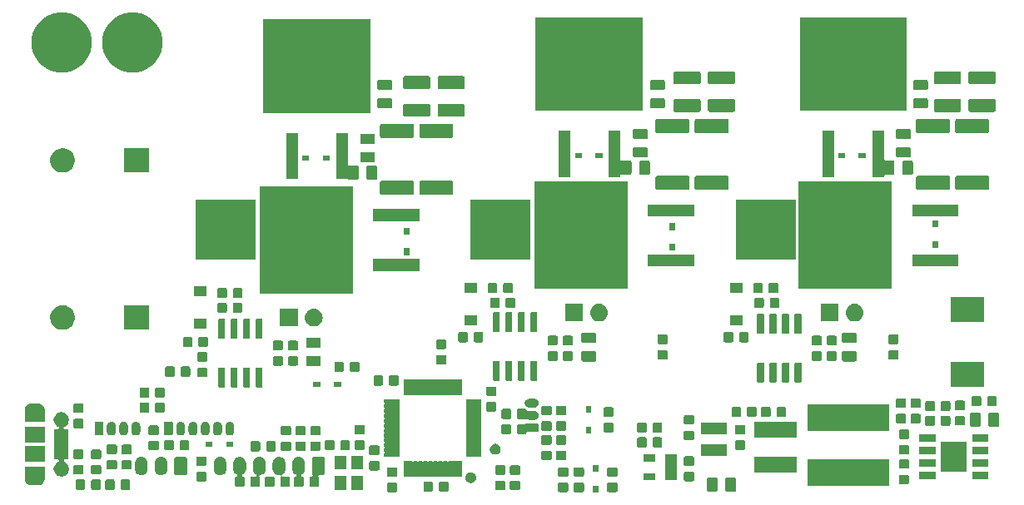
<source format=gbr>
G04 #@! TF.GenerationSoftware,KiCad,Pcbnew,(5.1.2)-2*
G04 #@! TF.CreationDate,2020-09-08T19:50:00+01:00*
G04 #@! TF.ProjectId,INV_Board,494e565f-426f-4617-9264-2e6b69636164,rev?*
G04 #@! TF.SameCoordinates,Original*
G04 #@! TF.FileFunction,Soldermask,Top*
G04 #@! TF.FilePolarity,Negative*
%FSLAX46Y46*%
G04 Gerber Fmt 4.6, Leading zero omitted, Abs format (unit mm)*
G04 Created by KiCad (PCBNEW (5.1.2)-2) date 2020-09-08 19:50:00*
%MOMM*%
%LPD*%
G04 APERTURE LIST*
%ADD10C,0.100000*%
G04 APERTURE END LIST*
D10*
G36*
X119000000Y-54000000D02*
G01*
X113000000Y-54000000D01*
X113000000Y-48000000D01*
X119000000Y-48000000D01*
X119000000Y-54000000D01*
G37*
X119000000Y-54000000D02*
X113000000Y-54000000D01*
X113000000Y-48000000D01*
X119000000Y-48000000D01*
X119000000Y-54000000D01*
G36*
X92000000Y-54000000D02*
G01*
X86000000Y-54000000D01*
X86000000Y-48000000D01*
X92000000Y-48000000D01*
X92000000Y-54000000D01*
G37*
X92000000Y-54000000D02*
X86000000Y-54000000D01*
X86000000Y-48000000D01*
X92000000Y-48000000D01*
X92000000Y-54000000D01*
G36*
X64000000Y-54000000D02*
G01*
X58000000Y-54000000D01*
X58000000Y-48000000D01*
X64000000Y-48000000D01*
X64000000Y-54000000D01*
G37*
X64000000Y-54000000D02*
X58000000Y-54000000D01*
X58000000Y-48000000D01*
X64000000Y-48000000D01*
X64000000Y-54000000D01*
G36*
X98976000Y-77801000D02*
G01*
X98424000Y-77801000D01*
X98424000Y-77099000D01*
X98976000Y-77099000D01*
X98976000Y-77801000D01*
X98976000Y-77801000D01*
G37*
G36*
X100779591Y-76803085D02*
G01*
X100813569Y-76813393D01*
X100844890Y-76830134D01*
X100872339Y-76852661D01*
X100894866Y-76880110D01*
X100911607Y-76911431D01*
X100921915Y-76945409D01*
X100926000Y-76986890D01*
X100926000Y-77588110D01*
X100921915Y-77629591D01*
X100911607Y-77663569D01*
X100894866Y-77694890D01*
X100872339Y-77722339D01*
X100844890Y-77744866D01*
X100813569Y-77761607D01*
X100779591Y-77771915D01*
X100738110Y-77776000D01*
X100061890Y-77776000D01*
X100020409Y-77771915D01*
X99986431Y-77761607D01*
X99955110Y-77744866D01*
X99927661Y-77722339D01*
X99905134Y-77694890D01*
X99888393Y-77663569D01*
X99878085Y-77629591D01*
X99874000Y-77588110D01*
X99874000Y-76986890D01*
X99878085Y-76945409D01*
X99888393Y-76911431D01*
X99905134Y-76880110D01*
X99927661Y-76852661D01*
X99955110Y-76830134D01*
X99986431Y-76813393D01*
X100020409Y-76803085D01*
X100061890Y-76799000D01*
X100738110Y-76799000D01*
X100779591Y-76803085D01*
X100779591Y-76803085D01*
G37*
G36*
X97379591Y-76803085D02*
G01*
X97413569Y-76813393D01*
X97444890Y-76830134D01*
X97472339Y-76852661D01*
X97494866Y-76880110D01*
X97511607Y-76911431D01*
X97521915Y-76945409D01*
X97526000Y-76986890D01*
X97526000Y-77588110D01*
X97521915Y-77629591D01*
X97511607Y-77663569D01*
X97494866Y-77694890D01*
X97472339Y-77722339D01*
X97444890Y-77744866D01*
X97413569Y-77761607D01*
X97379591Y-77771915D01*
X97338110Y-77776000D01*
X96661890Y-77776000D01*
X96620409Y-77771915D01*
X96586431Y-77761607D01*
X96555110Y-77744866D01*
X96527661Y-77722339D01*
X96505134Y-77694890D01*
X96488393Y-77663569D01*
X96478085Y-77629591D01*
X96474000Y-77588110D01*
X96474000Y-76986890D01*
X96478085Y-76945409D01*
X96488393Y-76911431D01*
X96505134Y-76880110D01*
X96527661Y-76852661D01*
X96555110Y-76830134D01*
X96586431Y-76813393D01*
X96620409Y-76803085D01*
X96661890Y-76799000D01*
X97338110Y-76799000D01*
X97379591Y-76803085D01*
X97379591Y-76803085D01*
G37*
G36*
X78379591Y-76803085D02*
G01*
X78413569Y-76813393D01*
X78444890Y-76830134D01*
X78472339Y-76852661D01*
X78494866Y-76880110D01*
X78511607Y-76911431D01*
X78521915Y-76945409D01*
X78526000Y-76986890D01*
X78526000Y-77588110D01*
X78521915Y-77629591D01*
X78511607Y-77663569D01*
X78494866Y-77694890D01*
X78472339Y-77722339D01*
X78444890Y-77744866D01*
X78413569Y-77761607D01*
X78379591Y-77771915D01*
X78338110Y-77776000D01*
X77661890Y-77776000D01*
X77620409Y-77771915D01*
X77586431Y-77761607D01*
X77555110Y-77744866D01*
X77527661Y-77722339D01*
X77505134Y-77694890D01*
X77488393Y-77663569D01*
X77478085Y-77629591D01*
X77474000Y-77588110D01*
X77474000Y-76986890D01*
X77478085Y-76945409D01*
X77488393Y-76911431D01*
X77505134Y-76880110D01*
X77527661Y-76852661D01*
X77555110Y-76830134D01*
X77586431Y-76813393D01*
X77620409Y-76803085D01*
X77661890Y-76799000D01*
X78338110Y-76799000D01*
X78379591Y-76803085D01*
X78379591Y-76803085D01*
G37*
G36*
X95779591Y-76803085D02*
G01*
X95813569Y-76813393D01*
X95844890Y-76830134D01*
X95872339Y-76852661D01*
X95894866Y-76880110D01*
X95911607Y-76911431D01*
X95921915Y-76945409D01*
X95926000Y-76986890D01*
X95926000Y-77588110D01*
X95921915Y-77629591D01*
X95911607Y-77663569D01*
X95894866Y-77694890D01*
X95872339Y-77722339D01*
X95844890Y-77744866D01*
X95813569Y-77761607D01*
X95779591Y-77771915D01*
X95738110Y-77776000D01*
X95061890Y-77776000D01*
X95020409Y-77771915D01*
X94986431Y-77761607D01*
X94955110Y-77744866D01*
X94927661Y-77722339D01*
X94905134Y-77694890D01*
X94888393Y-77663569D01*
X94878085Y-77629591D01*
X94874000Y-77588110D01*
X94874000Y-76986890D01*
X94878085Y-76945409D01*
X94888393Y-76911431D01*
X94905134Y-76880110D01*
X94927661Y-76852661D01*
X94955110Y-76830134D01*
X94986431Y-76813393D01*
X95020409Y-76803085D01*
X95061890Y-76799000D01*
X95738110Y-76799000D01*
X95779591Y-76803085D01*
X95779591Y-76803085D01*
G37*
G36*
X112809468Y-76253565D02*
G01*
X112848138Y-76265296D01*
X112883777Y-76284346D01*
X112915017Y-76309983D01*
X112940654Y-76341223D01*
X112959704Y-76376862D01*
X112971435Y-76415532D01*
X112976000Y-76461888D01*
X112976000Y-77538112D01*
X112971435Y-77584468D01*
X112959704Y-77623138D01*
X112940654Y-77658777D01*
X112915017Y-77690017D01*
X112883777Y-77715654D01*
X112848138Y-77734704D01*
X112809468Y-77746435D01*
X112763112Y-77751000D01*
X112111888Y-77751000D01*
X112065532Y-77746435D01*
X112026862Y-77734704D01*
X111991223Y-77715654D01*
X111959983Y-77690017D01*
X111934346Y-77658777D01*
X111915296Y-77623138D01*
X111903565Y-77584468D01*
X111899000Y-77538112D01*
X111899000Y-76461888D01*
X111903565Y-76415532D01*
X111915296Y-76376862D01*
X111934346Y-76341223D01*
X111959983Y-76309983D01*
X111991223Y-76284346D01*
X112026862Y-76265296D01*
X112065532Y-76253565D01*
X112111888Y-76249000D01*
X112763112Y-76249000D01*
X112809468Y-76253565D01*
X112809468Y-76253565D01*
G37*
G36*
X110934468Y-76253565D02*
G01*
X110973138Y-76265296D01*
X111008777Y-76284346D01*
X111040017Y-76309983D01*
X111065654Y-76341223D01*
X111084704Y-76376862D01*
X111096435Y-76415532D01*
X111101000Y-76461888D01*
X111101000Y-77538112D01*
X111096435Y-77584468D01*
X111084704Y-77623138D01*
X111065654Y-77658777D01*
X111040017Y-77690017D01*
X111008777Y-77715654D01*
X110973138Y-77734704D01*
X110934468Y-77746435D01*
X110888112Y-77751000D01*
X110236888Y-77751000D01*
X110190532Y-77746435D01*
X110151862Y-77734704D01*
X110116223Y-77715654D01*
X110084983Y-77690017D01*
X110059346Y-77658777D01*
X110040296Y-77623138D01*
X110028565Y-77584468D01*
X110024000Y-77538112D01*
X110024000Y-76461888D01*
X110028565Y-76415532D01*
X110040296Y-76376862D01*
X110059346Y-76341223D01*
X110084983Y-76309983D01*
X110116223Y-76284346D01*
X110151862Y-76265296D01*
X110190532Y-76253565D01*
X110236888Y-76249000D01*
X110888112Y-76249000D01*
X110934468Y-76253565D01*
X110934468Y-76253565D01*
G37*
G36*
X82017091Y-76678085D02*
G01*
X82051069Y-76688393D01*
X82082390Y-76705134D01*
X82109839Y-76727661D01*
X82132366Y-76755110D01*
X82149107Y-76786431D01*
X82159415Y-76820409D01*
X82163500Y-76861890D01*
X82163500Y-77538110D01*
X82159415Y-77579591D01*
X82149107Y-77613569D01*
X82132366Y-77644890D01*
X82109839Y-77672339D01*
X82082390Y-77694866D01*
X82051069Y-77711607D01*
X82017091Y-77721915D01*
X81975610Y-77726000D01*
X81374390Y-77726000D01*
X81332909Y-77721915D01*
X81298931Y-77711607D01*
X81267610Y-77694866D01*
X81240161Y-77672339D01*
X81217634Y-77644890D01*
X81200893Y-77613569D01*
X81190585Y-77579591D01*
X81186500Y-77538110D01*
X81186500Y-76861890D01*
X81190585Y-76820409D01*
X81200893Y-76786431D01*
X81217634Y-76755110D01*
X81240161Y-76727661D01*
X81267610Y-76705134D01*
X81298931Y-76688393D01*
X81332909Y-76678085D01*
X81374390Y-76674000D01*
X81975610Y-76674000D01*
X82017091Y-76678085D01*
X82017091Y-76678085D01*
G37*
G36*
X83592091Y-76678085D02*
G01*
X83626069Y-76688393D01*
X83657390Y-76705134D01*
X83684839Y-76727661D01*
X83707366Y-76755110D01*
X83724107Y-76786431D01*
X83734415Y-76820409D01*
X83738500Y-76861890D01*
X83738500Y-77538110D01*
X83734415Y-77579591D01*
X83724107Y-77613569D01*
X83707366Y-77644890D01*
X83684839Y-77672339D01*
X83657390Y-77694866D01*
X83626069Y-77711607D01*
X83592091Y-77721915D01*
X83550610Y-77726000D01*
X82949390Y-77726000D01*
X82907909Y-77721915D01*
X82873931Y-77711607D01*
X82842610Y-77694866D01*
X82815161Y-77672339D01*
X82792634Y-77644890D01*
X82775893Y-77613569D01*
X82765585Y-77579591D01*
X82761500Y-77538110D01*
X82761500Y-76861890D01*
X82765585Y-76820409D01*
X82775893Y-76786431D01*
X82792634Y-76755110D01*
X82815161Y-76727661D01*
X82842610Y-76705134D01*
X82873931Y-76688393D01*
X82907909Y-76678085D01*
X82949390Y-76674000D01*
X83550610Y-76674000D01*
X83592091Y-76678085D01*
X83592091Y-76678085D01*
G37*
G36*
X89379591Y-76603085D02*
G01*
X89413569Y-76613393D01*
X89444890Y-76630134D01*
X89472339Y-76652661D01*
X89494866Y-76680110D01*
X89511607Y-76711431D01*
X89521915Y-76745409D01*
X89526000Y-76786890D01*
X89526000Y-77388110D01*
X89521915Y-77429591D01*
X89511607Y-77463569D01*
X89494866Y-77494890D01*
X89472339Y-77522339D01*
X89444890Y-77544866D01*
X89413569Y-77561607D01*
X89379591Y-77571915D01*
X89338110Y-77576000D01*
X88661890Y-77576000D01*
X88620409Y-77571915D01*
X88586431Y-77561607D01*
X88555110Y-77544866D01*
X88527661Y-77522339D01*
X88505134Y-77494890D01*
X88488393Y-77463569D01*
X88478085Y-77429591D01*
X88474000Y-77388110D01*
X88474000Y-76786890D01*
X88478085Y-76745409D01*
X88488393Y-76711431D01*
X88505134Y-76680110D01*
X88527661Y-76652661D01*
X88555110Y-76630134D01*
X88586431Y-76613393D01*
X88620409Y-76603085D01*
X88661890Y-76599000D01*
X89338110Y-76599000D01*
X89379591Y-76603085D01*
X89379591Y-76603085D01*
G37*
G36*
X90879591Y-76603085D02*
G01*
X90913569Y-76613393D01*
X90944890Y-76630134D01*
X90972339Y-76652661D01*
X90994866Y-76680110D01*
X91011607Y-76711431D01*
X91021915Y-76745409D01*
X91026000Y-76786890D01*
X91026000Y-77388110D01*
X91021915Y-77429591D01*
X91011607Y-77463569D01*
X90994866Y-77494890D01*
X90972339Y-77522339D01*
X90944890Y-77544866D01*
X90913569Y-77561607D01*
X90879591Y-77571915D01*
X90838110Y-77576000D01*
X90161890Y-77576000D01*
X90120409Y-77571915D01*
X90086431Y-77561607D01*
X90055110Y-77544866D01*
X90027661Y-77522339D01*
X90005134Y-77494890D01*
X89988393Y-77463569D01*
X89978085Y-77429591D01*
X89974000Y-77388110D01*
X89974000Y-76786890D01*
X89978085Y-76745409D01*
X89988393Y-76711431D01*
X90005134Y-76680110D01*
X90027661Y-76652661D01*
X90055110Y-76630134D01*
X90086431Y-76613393D01*
X90120409Y-76603085D01*
X90161890Y-76599000D01*
X90838110Y-76599000D01*
X90879591Y-76603085D01*
X90879591Y-76603085D01*
G37*
G36*
X73376000Y-77551000D02*
G01*
X72174000Y-77551000D01*
X72174000Y-76149000D01*
X73376000Y-76149000D01*
X73376000Y-77551000D01*
X73376000Y-77551000D01*
G37*
G36*
X75026000Y-77551000D02*
G01*
X73824000Y-77551000D01*
X73824000Y-76149000D01*
X75026000Y-76149000D01*
X75026000Y-77551000D01*
X75026000Y-77551000D01*
G37*
G36*
X48229591Y-76478085D02*
G01*
X48263569Y-76488393D01*
X48294890Y-76505134D01*
X48322339Y-76527661D01*
X48344866Y-76555110D01*
X48361607Y-76586431D01*
X48371915Y-76620409D01*
X48376000Y-76661890D01*
X48376000Y-77338110D01*
X48371915Y-77379591D01*
X48361607Y-77413569D01*
X48344866Y-77444890D01*
X48322339Y-77472339D01*
X48294890Y-77494866D01*
X48263569Y-77511607D01*
X48229591Y-77521915D01*
X48188110Y-77526000D01*
X47586890Y-77526000D01*
X47545409Y-77521915D01*
X47511431Y-77511607D01*
X47480110Y-77494866D01*
X47452661Y-77472339D01*
X47430134Y-77444890D01*
X47413393Y-77413569D01*
X47403085Y-77379591D01*
X47399000Y-77338110D01*
X47399000Y-76661890D01*
X47403085Y-76620409D01*
X47413393Y-76586431D01*
X47430134Y-76555110D01*
X47452661Y-76527661D01*
X47480110Y-76505134D01*
X47511431Y-76488393D01*
X47545409Y-76478085D01*
X47586890Y-76474000D01*
X48188110Y-76474000D01*
X48229591Y-76478085D01*
X48229591Y-76478085D01*
G37*
G36*
X51229591Y-76478085D02*
G01*
X51263569Y-76488393D01*
X51294890Y-76505134D01*
X51322339Y-76527661D01*
X51344866Y-76555110D01*
X51361607Y-76586431D01*
X51371915Y-76620409D01*
X51376000Y-76661890D01*
X51376000Y-77338110D01*
X51371915Y-77379591D01*
X51361607Y-77413569D01*
X51344866Y-77444890D01*
X51322339Y-77472339D01*
X51294890Y-77494866D01*
X51263569Y-77511607D01*
X51229591Y-77521915D01*
X51188110Y-77526000D01*
X50586890Y-77526000D01*
X50545409Y-77521915D01*
X50511431Y-77511607D01*
X50480110Y-77494866D01*
X50452661Y-77472339D01*
X50430134Y-77444890D01*
X50413393Y-77413569D01*
X50403085Y-77379591D01*
X50399000Y-77338110D01*
X50399000Y-76661890D01*
X50403085Y-76620409D01*
X50413393Y-76586431D01*
X50430134Y-76555110D01*
X50452661Y-76527661D01*
X50480110Y-76505134D01*
X50511431Y-76488393D01*
X50545409Y-76478085D01*
X50586890Y-76474000D01*
X51188110Y-76474000D01*
X51229591Y-76478085D01*
X51229591Y-76478085D01*
G37*
G36*
X49654591Y-76478085D02*
G01*
X49688569Y-76488393D01*
X49719890Y-76505134D01*
X49747339Y-76527661D01*
X49769866Y-76555110D01*
X49786607Y-76586431D01*
X49796915Y-76620409D01*
X49801000Y-76661890D01*
X49801000Y-77338110D01*
X49796915Y-77379591D01*
X49786607Y-77413569D01*
X49769866Y-77444890D01*
X49747339Y-77472339D01*
X49719890Y-77494866D01*
X49688569Y-77511607D01*
X49654591Y-77521915D01*
X49613110Y-77526000D01*
X49011890Y-77526000D01*
X48970409Y-77521915D01*
X48936431Y-77511607D01*
X48905110Y-77494866D01*
X48877661Y-77472339D01*
X48855134Y-77444890D01*
X48838393Y-77413569D01*
X48828085Y-77379591D01*
X48824000Y-77338110D01*
X48824000Y-76661890D01*
X48828085Y-76620409D01*
X48838393Y-76586431D01*
X48855134Y-76555110D01*
X48877661Y-76527661D01*
X48905110Y-76505134D01*
X48936431Y-76488393D01*
X48970409Y-76478085D01*
X49011890Y-76474000D01*
X49613110Y-76474000D01*
X49654591Y-76478085D01*
X49654591Y-76478085D01*
G37*
G36*
X46654591Y-76478085D02*
G01*
X46688569Y-76488393D01*
X46719890Y-76505134D01*
X46747339Y-76527661D01*
X46769866Y-76555110D01*
X46786607Y-76586431D01*
X46796915Y-76620409D01*
X46801000Y-76661890D01*
X46801000Y-77338110D01*
X46796915Y-77379591D01*
X46786607Y-77413569D01*
X46769866Y-77444890D01*
X46747339Y-77472339D01*
X46719890Y-77494866D01*
X46688569Y-77511607D01*
X46654591Y-77521915D01*
X46613110Y-77526000D01*
X46011890Y-77526000D01*
X45970409Y-77521915D01*
X45936431Y-77511607D01*
X45905110Y-77494866D01*
X45877661Y-77472339D01*
X45855134Y-77444890D01*
X45838393Y-77413569D01*
X45828085Y-77379591D01*
X45824000Y-77338110D01*
X45824000Y-76661890D01*
X45828085Y-76620409D01*
X45838393Y-76586431D01*
X45855134Y-76555110D01*
X45877661Y-76527661D01*
X45905110Y-76505134D01*
X45936431Y-76488393D01*
X45970409Y-76478085D01*
X46011890Y-76474000D01*
X46613110Y-76474000D01*
X46654591Y-76478085D01*
X46654591Y-76478085D01*
G37*
G36*
X70991242Y-74178404D02*
G01*
X71028337Y-74189657D01*
X71062515Y-74207925D01*
X71092481Y-74232519D01*
X71117075Y-74262485D01*
X71135343Y-74296663D01*
X71146596Y-74333758D01*
X71151000Y-74378474D01*
X71151000Y-75821526D01*
X71146596Y-75866242D01*
X71135343Y-75903337D01*
X71117075Y-75937515D01*
X71092481Y-75967481D01*
X71062515Y-75992075D01*
X71028337Y-76010343D01*
X70991242Y-76021596D01*
X70946526Y-76026000D01*
X70621128Y-76026000D01*
X70596742Y-76028402D01*
X70573293Y-76035515D01*
X70551682Y-76047066D01*
X70532740Y-76062611D01*
X70517195Y-76081553D01*
X70505644Y-76103164D01*
X70498531Y-76126613D01*
X70496129Y-76150999D01*
X70498531Y-76175385D01*
X70505644Y-76198834D01*
X70517195Y-76220445D01*
X70524503Y-76230298D01*
X70544866Y-76255110D01*
X70561607Y-76286431D01*
X70571915Y-76320409D01*
X70576000Y-76361886D01*
X70576000Y-77038110D01*
X70571915Y-77079591D01*
X70561607Y-77113569D01*
X70544866Y-77144890D01*
X70522339Y-77172339D01*
X70494890Y-77194866D01*
X70463569Y-77211607D01*
X70429591Y-77221915D01*
X70388110Y-77226000D01*
X69786890Y-77226000D01*
X69745409Y-77221915D01*
X69711431Y-77211607D01*
X69680110Y-77194866D01*
X69652661Y-77172339D01*
X69630134Y-77144890D01*
X69613393Y-77113569D01*
X69603085Y-77079591D01*
X69599000Y-77038110D01*
X69599000Y-76361886D01*
X69603085Y-76320409D01*
X69613393Y-76286431D01*
X69630134Y-76255110D01*
X69652661Y-76227661D01*
X69680110Y-76205134D01*
X69711431Y-76188393D01*
X69745409Y-76178085D01*
X69786890Y-76174000D01*
X69812715Y-76174000D01*
X69837101Y-76171598D01*
X69860550Y-76164485D01*
X69882161Y-76152934D01*
X69901103Y-76137389D01*
X69916648Y-76118447D01*
X69928199Y-76096836D01*
X69935312Y-76073387D01*
X69937714Y-76049001D01*
X69935312Y-76024615D01*
X69928199Y-76001166D01*
X69916648Y-75979555D01*
X69909340Y-75969702D01*
X69882927Y-75937518D01*
X69864657Y-75903337D01*
X69853404Y-75866242D01*
X69849000Y-75821526D01*
X69849000Y-74378474D01*
X69853404Y-74333758D01*
X69864657Y-74296663D01*
X69882925Y-74262485D01*
X69907519Y-74232519D01*
X69937485Y-74207925D01*
X69971663Y-74189657D01*
X70008758Y-74178404D01*
X70053474Y-74174000D01*
X70946526Y-74174000D01*
X70991242Y-74178404D01*
X70991242Y-74178404D01*
G37*
G36*
X68627618Y-74183420D02*
G01*
X68699120Y-74205110D01*
X68750336Y-74220646D01*
X68863425Y-74281094D01*
X68962554Y-74362446D01*
X69043906Y-74461575D01*
X69104354Y-74574664D01*
X69111715Y-74598931D01*
X69141580Y-74697382D01*
X69147860Y-74761145D01*
X69151000Y-74793026D01*
X69151000Y-75406974D01*
X69149658Y-75420599D01*
X69141580Y-75502618D01*
X69114040Y-75593404D01*
X69104354Y-75625336D01*
X69043906Y-75738425D01*
X68962554Y-75837553D01*
X68863424Y-75918906D01*
X68816015Y-75944247D01*
X68795640Y-75957861D01*
X68778313Y-75975188D01*
X68764700Y-75995562D01*
X68755322Y-76018201D01*
X68750542Y-76042234D01*
X68750542Y-76066738D01*
X68755322Y-76090771D01*
X68764700Y-76113410D01*
X68778314Y-76133785D01*
X68795641Y-76151112D01*
X68816015Y-76164725D01*
X68838654Y-76174103D01*
X68846810Y-76175725D01*
X68888569Y-76188393D01*
X68919890Y-76205134D01*
X68947339Y-76227661D01*
X68969866Y-76255110D01*
X68986607Y-76286431D01*
X68996915Y-76320409D01*
X69001000Y-76361886D01*
X69001000Y-77038110D01*
X68996915Y-77079591D01*
X68986607Y-77113569D01*
X68969866Y-77144890D01*
X68947339Y-77172339D01*
X68919890Y-77194866D01*
X68888569Y-77211607D01*
X68854591Y-77221915D01*
X68813110Y-77226000D01*
X68211890Y-77226000D01*
X68170409Y-77221915D01*
X68136431Y-77211607D01*
X68105110Y-77194866D01*
X68077661Y-77172339D01*
X68055134Y-77144890D01*
X68038393Y-77113569D01*
X68028085Y-77079591D01*
X68024000Y-77038110D01*
X68024000Y-76361886D01*
X68028085Y-76320409D01*
X68038393Y-76286431D01*
X68055134Y-76255110D01*
X68077661Y-76227661D01*
X68105110Y-76205134D01*
X68136427Y-76188395D01*
X68169382Y-76178398D01*
X68192020Y-76169020D01*
X68212395Y-76155406D01*
X68229722Y-76138079D01*
X68243335Y-76117705D01*
X68252713Y-76095066D01*
X68257493Y-76071033D01*
X68257493Y-76046529D01*
X68252713Y-76022495D01*
X68243335Y-75999857D01*
X68229721Y-75979482D01*
X68212394Y-75962155D01*
X68192020Y-75948542D01*
X68136575Y-75918906D01*
X68037447Y-75837554D01*
X67956094Y-75738424D01*
X67895646Y-75625335D01*
X67871249Y-75544908D01*
X67858420Y-75502617D01*
X67849000Y-75406972D01*
X67849000Y-74793027D01*
X67858420Y-74697382D01*
X67888285Y-74598931D01*
X67895645Y-74574667D01*
X67935079Y-74500893D01*
X67956095Y-74461574D01*
X67991287Y-74418693D01*
X68037447Y-74362446D01*
X68136576Y-74281094D01*
X68249665Y-74220646D01*
X68300881Y-74205110D01*
X68372383Y-74183420D01*
X68500000Y-74170851D01*
X68627618Y-74183420D01*
X68627618Y-74183420D01*
G37*
G36*
X66627618Y-74183420D02*
G01*
X66699120Y-74205110D01*
X66750336Y-74220646D01*
X66863425Y-74281094D01*
X66962554Y-74362446D01*
X67043906Y-74461575D01*
X67104354Y-74574664D01*
X67111715Y-74598931D01*
X67141580Y-74697382D01*
X67147860Y-74761145D01*
X67151000Y-74793026D01*
X67151000Y-75406974D01*
X67149658Y-75420599D01*
X67141580Y-75502618D01*
X67114040Y-75593404D01*
X67104354Y-75625336D01*
X67043906Y-75738425D01*
X66962554Y-75837553D01*
X66863426Y-75918905D01*
X66826276Y-75938762D01*
X66805902Y-75952376D01*
X66788575Y-75969703D01*
X66774961Y-75990077D01*
X66765584Y-76012716D01*
X66760804Y-76036749D01*
X66760804Y-76061254D01*
X66765585Y-76085287D01*
X66774962Y-76107926D01*
X66788576Y-76128300D01*
X66805903Y-76145627D01*
X66826277Y-76159241D01*
X66848916Y-76168618D01*
X66885201Y-76174000D01*
X67425610Y-76174000D01*
X67467091Y-76178085D01*
X67501069Y-76188393D01*
X67532390Y-76205134D01*
X67559839Y-76227661D01*
X67582366Y-76255110D01*
X67599107Y-76286431D01*
X67609415Y-76320409D01*
X67613500Y-76361886D01*
X67613500Y-77038110D01*
X67609415Y-77079591D01*
X67599107Y-77113569D01*
X67582366Y-77144890D01*
X67559839Y-77172339D01*
X67532390Y-77194866D01*
X67501069Y-77211607D01*
X67467091Y-77221915D01*
X67425610Y-77226000D01*
X66824390Y-77226000D01*
X66782909Y-77221915D01*
X66748931Y-77211607D01*
X66717610Y-77194866D01*
X66690161Y-77172339D01*
X66667634Y-77144890D01*
X66650893Y-77113569D01*
X66640585Y-77079591D01*
X66636500Y-77038110D01*
X66636500Y-76361886D01*
X66640585Y-76320409D01*
X66650893Y-76286431D01*
X66667634Y-76255110D01*
X66692681Y-76224591D01*
X66706295Y-76204217D01*
X66715672Y-76181578D01*
X66720453Y-76157545D01*
X66720453Y-76133041D01*
X66715673Y-76109008D01*
X66706296Y-76086369D01*
X66692682Y-76065994D01*
X66675355Y-76048667D01*
X66654981Y-76035053D01*
X66632342Y-76025676D01*
X66608309Y-76020895D01*
X66583805Y-76020895D01*
X66500000Y-76029149D01*
X66372382Y-76016580D01*
X66281463Y-75989000D01*
X66249664Y-75979354D01*
X66136575Y-75918906D01*
X66037447Y-75837554D01*
X65956094Y-75738424D01*
X65895646Y-75625335D01*
X65871249Y-75544908D01*
X65858420Y-75502617D01*
X65849000Y-75406972D01*
X65849000Y-74793027D01*
X65858420Y-74697382D01*
X65888285Y-74598931D01*
X65895645Y-74574667D01*
X65935079Y-74500893D01*
X65956095Y-74461574D01*
X65991287Y-74418693D01*
X66037447Y-74362446D01*
X66136576Y-74281094D01*
X66249665Y-74220646D01*
X66300881Y-74205110D01*
X66372383Y-74183420D01*
X66500000Y-74170851D01*
X66627618Y-74183420D01*
X66627618Y-74183420D01*
G37*
G36*
X65892091Y-76178085D02*
G01*
X65926069Y-76188393D01*
X65957390Y-76205134D01*
X65984839Y-76227661D01*
X66007366Y-76255110D01*
X66024107Y-76286431D01*
X66034415Y-76320409D01*
X66038500Y-76361886D01*
X66038500Y-77038110D01*
X66034415Y-77079591D01*
X66024107Y-77113569D01*
X66007366Y-77144890D01*
X65984839Y-77172339D01*
X65957390Y-77194866D01*
X65926069Y-77211607D01*
X65892091Y-77221915D01*
X65850610Y-77226000D01*
X65249390Y-77226000D01*
X65207909Y-77221915D01*
X65173931Y-77211607D01*
X65142610Y-77194866D01*
X65115161Y-77172339D01*
X65092634Y-77144890D01*
X65075893Y-77113569D01*
X65065585Y-77079591D01*
X65061500Y-77038110D01*
X65061500Y-76361886D01*
X65065585Y-76320409D01*
X65075893Y-76286431D01*
X65092634Y-76255110D01*
X65115161Y-76227661D01*
X65142610Y-76205134D01*
X65173931Y-76188393D01*
X65207909Y-76178085D01*
X65249390Y-76174000D01*
X65850610Y-76174000D01*
X65892091Y-76178085D01*
X65892091Y-76178085D01*
G37*
G36*
X64627618Y-74183420D02*
G01*
X64699120Y-74205110D01*
X64750336Y-74220646D01*
X64863425Y-74281094D01*
X64962554Y-74362446D01*
X65043906Y-74461575D01*
X65104354Y-74574664D01*
X65111715Y-74598931D01*
X65141580Y-74697382D01*
X65147860Y-74761145D01*
X65151000Y-74793026D01*
X65151000Y-75406974D01*
X65149658Y-75420599D01*
X65141580Y-75502618D01*
X65114040Y-75593404D01*
X65104354Y-75625336D01*
X65043906Y-75738425D01*
X64962554Y-75837553D01*
X64863424Y-75918906D01*
X64750335Y-75979354D01*
X64718536Y-75989000D01*
X64627617Y-76016580D01*
X64602664Y-76019038D01*
X64578634Y-76023817D01*
X64555995Y-76033195D01*
X64535621Y-76046808D01*
X64518294Y-76064135D01*
X64504680Y-76084510D01*
X64495302Y-76107148D01*
X64490522Y-76131182D01*
X64490522Y-76155686D01*
X64495302Y-76179719D01*
X64504680Y-76202358D01*
X64518294Y-76222733D01*
X64544866Y-76255110D01*
X64561607Y-76286431D01*
X64571915Y-76320409D01*
X64576000Y-76361886D01*
X64576000Y-77038110D01*
X64571915Y-77079591D01*
X64561607Y-77113569D01*
X64544866Y-77144890D01*
X64522339Y-77172339D01*
X64494890Y-77194866D01*
X64463569Y-77211607D01*
X64429591Y-77221915D01*
X64388110Y-77226000D01*
X63786890Y-77226000D01*
X63745409Y-77221915D01*
X63711431Y-77211607D01*
X63680110Y-77194866D01*
X63652661Y-77172339D01*
X63630134Y-77144890D01*
X63613393Y-77113569D01*
X63603085Y-77079591D01*
X63599000Y-77038110D01*
X63599000Y-76361886D01*
X63603085Y-76320409D01*
X63613393Y-76286431D01*
X63630134Y-76255110D01*
X63652661Y-76227661D01*
X63680110Y-76205134D01*
X63711431Y-76188393D01*
X63745409Y-76178085D01*
X63786890Y-76174000D01*
X64114798Y-76174000D01*
X64139184Y-76171598D01*
X64162633Y-76164485D01*
X64184244Y-76152934D01*
X64203186Y-76137389D01*
X64218731Y-76118447D01*
X64230282Y-76096836D01*
X64237395Y-76073387D01*
X64239797Y-76049001D01*
X64237395Y-76024615D01*
X64230282Y-76001166D01*
X64218731Y-75979555D01*
X64203186Y-75960613D01*
X64173723Y-75938762D01*
X64136573Y-75918905D01*
X64037447Y-75837554D01*
X63956094Y-75738424D01*
X63895646Y-75625335D01*
X63871249Y-75544908D01*
X63858420Y-75502617D01*
X63849000Y-75406972D01*
X63849000Y-74793027D01*
X63858420Y-74697382D01*
X63888285Y-74598931D01*
X63895645Y-74574667D01*
X63935079Y-74500893D01*
X63956095Y-74461574D01*
X63991287Y-74418693D01*
X64037447Y-74362446D01*
X64136576Y-74281094D01*
X64249665Y-74220646D01*
X64300881Y-74205110D01*
X64372383Y-74183420D01*
X64500000Y-74170851D01*
X64627618Y-74183420D01*
X64627618Y-74183420D01*
G37*
G36*
X62627618Y-74183420D02*
G01*
X62699120Y-74205110D01*
X62750336Y-74220646D01*
X62863425Y-74281094D01*
X62962554Y-74362446D01*
X63043906Y-74461575D01*
X63104354Y-74574664D01*
X63111715Y-74598931D01*
X63141580Y-74697382D01*
X63147860Y-74761145D01*
X63151000Y-74793026D01*
X63151000Y-75406974D01*
X63149658Y-75420599D01*
X63141580Y-75502618D01*
X63114040Y-75593404D01*
X63104354Y-75625336D01*
X63043906Y-75738425D01*
X62962554Y-75837553D01*
X62863424Y-75918906D01*
X62816015Y-75944247D01*
X62795640Y-75957861D01*
X62778313Y-75975188D01*
X62764700Y-75995562D01*
X62755322Y-76018201D01*
X62750542Y-76042234D01*
X62750542Y-76066738D01*
X62755322Y-76090771D01*
X62764700Y-76113410D01*
X62778314Y-76133785D01*
X62795641Y-76151112D01*
X62816015Y-76164725D01*
X62838654Y-76174103D01*
X62846810Y-76175725D01*
X62888569Y-76188393D01*
X62919890Y-76205134D01*
X62947339Y-76227661D01*
X62969866Y-76255110D01*
X62986607Y-76286431D01*
X62996915Y-76320409D01*
X63001000Y-76361886D01*
X63001000Y-77038110D01*
X62996915Y-77079591D01*
X62986607Y-77113569D01*
X62969866Y-77144890D01*
X62947339Y-77172339D01*
X62919890Y-77194866D01*
X62888569Y-77211607D01*
X62854591Y-77221915D01*
X62813110Y-77226000D01*
X62211890Y-77226000D01*
X62170409Y-77221915D01*
X62136431Y-77211607D01*
X62105110Y-77194866D01*
X62077661Y-77172339D01*
X62055134Y-77144890D01*
X62038393Y-77113569D01*
X62028085Y-77079591D01*
X62024000Y-77038110D01*
X62024000Y-76361886D01*
X62028085Y-76320409D01*
X62038393Y-76286431D01*
X62055134Y-76255110D01*
X62077661Y-76227661D01*
X62105110Y-76205134D01*
X62136427Y-76188395D01*
X62169382Y-76178398D01*
X62192020Y-76169020D01*
X62212395Y-76155406D01*
X62229722Y-76138079D01*
X62243335Y-76117705D01*
X62252713Y-76095066D01*
X62257493Y-76071033D01*
X62257493Y-76046529D01*
X62252713Y-76022495D01*
X62243335Y-75999857D01*
X62229721Y-75979482D01*
X62212394Y-75962155D01*
X62192020Y-75948542D01*
X62136575Y-75918906D01*
X62037447Y-75837554D01*
X61956094Y-75738424D01*
X61895646Y-75625335D01*
X61871249Y-75544908D01*
X61858420Y-75502617D01*
X61849000Y-75406972D01*
X61849000Y-74793027D01*
X61858420Y-74697382D01*
X61888285Y-74598931D01*
X61895645Y-74574667D01*
X61935079Y-74500893D01*
X61956095Y-74461574D01*
X61991287Y-74418693D01*
X62037447Y-74362446D01*
X62136576Y-74281094D01*
X62249665Y-74220646D01*
X62300881Y-74205110D01*
X62372383Y-74183420D01*
X62500000Y-74170851D01*
X62627618Y-74183420D01*
X62627618Y-74183420D01*
G37*
G36*
X128591000Y-77151000D02*
G01*
X120289000Y-77151000D01*
X120289000Y-74449000D01*
X128591000Y-74449000D01*
X128591000Y-77151000D01*
X128591000Y-77151000D01*
G37*
G36*
X42663500Y-76361886D02*
G01*
X42664102Y-76374138D01*
X42666649Y-76400000D01*
X42664102Y-76425862D01*
X42663500Y-76438114D01*
X42663500Y-76511406D01*
X42654543Y-76528164D01*
X42650415Y-76539701D01*
X42633673Y-76594890D01*
X42616854Y-76650336D01*
X42556406Y-76763425D01*
X42475054Y-76862554D01*
X42375925Y-76943906D01*
X42262836Y-77004354D01*
X42230904Y-77014040D01*
X42140118Y-77041580D01*
X42076355Y-77047860D01*
X42044474Y-77051000D01*
X41280526Y-77051000D01*
X41248645Y-77047860D01*
X41184882Y-77041580D01*
X41094096Y-77014040D01*
X41062164Y-77004354D01*
X40949075Y-76943906D01*
X40849946Y-76862554D01*
X40768594Y-76763425D01*
X40708146Y-76650336D01*
X40691327Y-76594890D01*
X40674587Y-76539708D01*
X40665213Y-76517075D01*
X40661500Y-76511518D01*
X40661500Y-76438114D01*
X40660898Y-76425862D01*
X40658351Y-76400000D01*
X40660898Y-76374138D01*
X40661500Y-76361886D01*
X40661500Y-75149000D01*
X42663500Y-75149000D01*
X42663500Y-76361886D01*
X42663500Y-76361886D01*
G37*
G36*
X130439591Y-75993085D02*
G01*
X130473569Y-76003393D01*
X130504890Y-76020134D01*
X130532339Y-76042661D01*
X130554866Y-76070110D01*
X130571607Y-76101431D01*
X130581915Y-76135409D01*
X130586000Y-76176890D01*
X130586000Y-76778110D01*
X130581915Y-76819591D01*
X130571607Y-76853569D01*
X130554866Y-76884890D01*
X130532339Y-76912339D01*
X130504890Y-76934866D01*
X130473569Y-76951607D01*
X130439591Y-76961915D01*
X130398110Y-76966000D01*
X129721890Y-76966000D01*
X129680409Y-76961915D01*
X129646431Y-76951607D01*
X129615110Y-76934866D01*
X129587661Y-76912339D01*
X129565134Y-76884890D01*
X129548393Y-76853569D01*
X129538085Y-76819591D01*
X129534000Y-76778110D01*
X129534000Y-76176890D01*
X129538085Y-76135409D01*
X129548393Y-76101431D01*
X129565134Y-76070110D01*
X129587661Y-76042661D01*
X129615110Y-76020134D01*
X129646431Y-76003393D01*
X129680409Y-75993085D01*
X129721890Y-75989000D01*
X130398110Y-75989000D01*
X130439591Y-75993085D01*
X130439591Y-75993085D01*
G37*
G36*
X86160721Y-75770174D02*
G01*
X86260995Y-75811709D01*
X86299673Y-75837553D01*
X86351242Y-75872010D01*
X86427990Y-75948758D01*
X86443463Y-75971915D01*
X86488291Y-76039005D01*
X86529826Y-76139279D01*
X86551000Y-76245730D01*
X86551000Y-76354270D01*
X86529826Y-76460721D01*
X86488291Y-76560995D01*
X86488290Y-76560996D01*
X86427990Y-76651242D01*
X86351242Y-76727990D01*
X86325172Y-76745409D01*
X86260995Y-76788291D01*
X86160721Y-76829826D01*
X86054270Y-76851000D01*
X85945730Y-76851000D01*
X85839279Y-76829826D01*
X85739005Y-76788291D01*
X85674828Y-76745409D01*
X85648758Y-76727990D01*
X85572010Y-76651242D01*
X85511710Y-76560996D01*
X85511709Y-76560995D01*
X85470174Y-76460721D01*
X85449000Y-76354270D01*
X85449000Y-76245730D01*
X85470174Y-76139279D01*
X85511709Y-76039005D01*
X85556537Y-75971915D01*
X85572010Y-75948758D01*
X85648758Y-75872010D01*
X85700327Y-75837553D01*
X85739005Y-75811709D01*
X85839279Y-75770174D01*
X85945730Y-75749000D01*
X86054270Y-75749000D01*
X86160721Y-75770174D01*
X86160721Y-75770174D01*
G37*
G36*
X58979591Y-75703085D02*
G01*
X59013569Y-75713393D01*
X59044890Y-75730134D01*
X59072339Y-75752661D01*
X59094866Y-75780110D01*
X59111607Y-75811431D01*
X59121915Y-75845409D01*
X59126000Y-75886890D01*
X59126000Y-76488110D01*
X59121915Y-76529591D01*
X59111607Y-76563569D01*
X59094866Y-76594890D01*
X59072339Y-76622339D01*
X59044890Y-76644866D01*
X59013569Y-76661607D01*
X58979591Y-76671915D01*
X58938110Y-76676000D01*
X58261890Y-76676000D01*
X58220409Y-76671915D01*
X58186431Y-76661607D01*
X58155110Y-76644866D01*
X58127661Y-76622339D01*
X58105134Y-76594890D01*
X58088393Y-76563569D01*
X58078085Y-76529591D01*
X58074000Y-76488110D01*
X58074000Y-75886890D01*
X58078085Y-75845409D01*
X58088393Y-75811431D01*
X58105134Y-75780110D01*
X58127661Y-75752661D01*
X58155110Y-75730134D01*
X58186431Y-75713393D01*
X58220409Y-75703085D01*
X58261890Y-75699000D01*
X58938110Y-75699000D01*
X58979591Y-75703085D01*
X58979591Y-75703085D01*
G37*
G36*
X108579591Y-75690585D02*
G01*
X108613569Y-75700893D01*
X108644890Y-75717634D01*
X108672339Y-75740161D01*
X108694866Y-75767610D01*
X108711607Y-75798931D01*
X108721915Y-75832909D01*
X108726000Y-75874390D01*
X108726000Y-76475610D01*
X108721915Y-76517091D01*
X108711607Y-76551069D01*
X108694866Y-76582390D01*
X108672339Y-76609839D01*
X108644890Y-76632366D01*
X108613569Y-76649107D01*
X108579591Y-76659415D01*
X108538110Y-76663500D01*
X107861890Y-76663500D01*
X107820409Y-76659415D01*
X107786431Y-76649107D01*
X107755110Y-76632366D01*
X107727661Y-76609839D01*
X107705134Y-76582390D01*
X107688393Y-76551069D01*
X107678085Y-76517091D01*
X107674000Y-76475610D01*
X107674000Y-75874390D01*
X107678085Y-75832909D01*
X107688393Y-75798931D01*
X107705134Y-75767610D01*
X107727661Y-75740161D01*
X107755110Y-75717634D01*
X107786431Y-75700893D01*
X107820409Y-75690585D01*
X107861890Y-75686500D01*
X108538110Y-75686500D01*
X108579591Y-75690585D01*
X108579591Y-75690585D01*
G37*
G36*
X104731000Y-76576000D02*
G01*
X103569000Y-76576000D01*
X103569000Y-75824000D01*
X104731000Y-75824000D01*
X104731000Y-76576000D01*
X104731000Y-76576000D01*
G37*
G36*
X106931000Y-76576000D02*
G01*
X105769000Y-76576000D01*
X105769000Y-73924000D01*
X106931000Y-73924000D01*
X106931000Y-76576000D01*
X106931000Y-76576000D01*
G37*
G36*
X138666000Y-76426000D02*
G01*
X137014000Y-76426000D01*
X137014000Y-75724000D01*
X138666000Y-75724000D01*
X138666000Y-76426000D01*
X138666000Y-76426000D01*
G37*
G36*
X133266000Y-76426000D02*
G01*
X131614000Y-76426000D01*
X131614000Y-75724000D01*
X133266000Y-75724000D01*
X133266000Y-76426000D01*
X133266000Y-76426000D01*
G37*
G36*
X79570295Y-74625323D02*
G01*
X79577309Y-74627451D01*
X79591077Y-74634810D01*
X79613716Y-74644187D01*
X79637749Y-74648967D01*
X79662253Y-74648967D01*
X79686286Y-74644186D01*
X79708923Y-74634810D01*
X79722691Y-74627451D01*
X79729705Y-74625323D01*
X79743140Y-74624000D01*
X80056860Y-74624000D01*
X80070295Y-74625323D01*
X80077309Y-74627451D01*
X80091077Y-74634810D01*
X80113716Y-74644187D01*
X80137749Y-74648967D01*
X80162253Y-74648967D01*
X80186286Y-74644186D01*
X80208923Y-74634810D01*
X80222691Y-74627451D01*
X80229705Y-74625323D01*
X80243140Y-74624000D01*
X80556860Y-74624000D01*
X80570295Y-74625323D01*
X80577309Y-74627451D01*
X80591077Y-74634810D01*
X80613716Y-74644187D01*
X80637749Y-74648967D01*
X80662253Y-74648967D01*
X80686286Y-74644186D01*
X80708923Y-74634810D01*
X80722691Y-74627451D01*
X80729705Y-74625323D01*
X80743140Y-74624000D01*
X81056860Y-74624000D01*
X81070295Y-74625323D01*
X81077309Y-74627451D01*
X81091077Y-74634810D01*
X81113716Y-74644187D01*
X81137749Y-74648967D01*
X81162253Y-74648967D01*
X81186286Y-74644186D01*
X81208923Y-74634810D01*
X81222691Y-74627451D01*
X81229705Y-74625323D01*
X81243140Y-74624000D01*
X81556860Y-74624000D01*
X81570295Y-74625323D01*
X81577309Y-74627451D01*
X81591077Y-74634810D01*
X81613716Y-74644187D01*
X81637749Y-74648967D01*
X81662253Y-74648967D01*
X81686286Y-74644186D01*
X81708923Y-74634810D01*
X81722691Y-74627451D01*
X81729705Y-74625323D01*
X81743140Y-74624000D01*
X82056860Y-74624000D01*
X82070295Y-74625323D01*
X82077309Y-74627451D01*
X82091077Y-74634810D01*
X82113716Y-74644187D01*
X82137749Y-74648967D01*
X82162253Y-74648967D01*
X82186286Y-74644186D01*
X82208923Y-74634810D01*
X82222691Y-74627451D01*
X82229705Y-74625323D01*
X82243140Y-74624000D01*
X82556860Y-74624000D01*
X82570295Y-74625323D01*
X82577309Y-74627451D01*
X82591077Y-74634810D01*
X82613716Y-74644187D01*
X82637749Y-74648967D01*
X82662253Y-74648967D01*
X82686286Y-74644186D01*
X82708923Y-74634810D01*
X82722691Y-74627451D01*
X82729705Y-74625323D01*
X82743140Y-74624000D01*
X83056860Y-74624000D01*
X83070295Y-74625323D01*
X83077309Y-74627451D01*
X83091077Y-74634810D01*
X83113716Y-74644187D01*
X83137749Y-74648967D01*
X83162253Y-74648967D01*
X83186286Y-74644186D01*
X83208923Y-74634810D01*
X83222691Y-74627451D01*
X83229705Y-74625323D01*
X83243140Y-74624000D01*
X83556860Y-74624000D01*
X83570295Y-74625323D01*
X83577309Y-74627451D01*
X83591077Y-74634810D01*
X83613716Y-74644187D01*
X83637749Y-74648967D01*
X83662253Y-74648967D01*
X83686286Y-74644186D01*
X83708923Y-74634810D01*
X83722691Y-74627451D01*
X83729705Y-74625323D01*
X83743140Y-74624000D01*
X84056860Y-74624000D01*
X84070295Y-74625323D01*
X84077309Y-74627451D01*
X84091077Y-74634810D01*
X84113716Y-74644187D01*
X84137749Y-74648967D01*
X84162253Y-74648967D01*
X84186286Y-74644186D01*
X84208923Y-74634810D01*
X84222691Y-74627451D01*
X84229705Y-74625323D01*
X84243140Y-74624000D01*
X84556860Y-74624000D01*
X84570295Y-74625323D01*
X84577309Y-74627451D01*
X84591077Y-74634810D01*
X84613716Y-74644187D01*
X84637749Y-74648967D01*
X84662253Y-74648967D01*
X84686286Y-74644186D01*
X84708923Y-74634810D01*
X84722691Y-74627451D01*
X84729705Y-74625323D01*
X84743140Y-74624000D01*
X85056860Y-74624000D01*
X85070295Y-74625323D01*
X85077310Y-74627451D01*
X85083776Y-74630908D01*
X85089442Y-74635558D01*
X85094092Y-74641224D01*
X85097549Y-74647690D01*
X85099677Y-74654705D01*
X85101000Y-74668140D01*
X85101000Y-76156860D01*
X85099677Y-76170295D01*
X85097549Y-76177310D01*
X85094092Y-76183776D01*
X85089442Y-76189442D01*
X85083776Y-76194092D01*
X85077310Y-76197549D01*
X85070295Y-76199677D01*
X85056860Y-76201000D01*
X84743140Y-76201000D01*
X84729705Y-76199677D01*
X84722691Y-76197549D01*
X84708923Y-76190190D01*
X84686284Y-76180813D01*
X84662251Y-76176033D01*
X84637747Y-76176033D01*
X84613714Y-76180814D01*
X84591077Y-76190190D01*
X84577309Y-76197549D01*
X84570295Y-76199677D01*
X84556860Y-76201000D01*
X84243140Y-76201000D01*
X84229705Y-76199677D01*
X84222691Y-76197549D01*
X84208923Y-76190190D01*
X84186284Y-76180813D01*
X84162251Y-76176033D01*
X84137747Y-76176033D01*
X84113714Y-76180814D01*
X84091077Y-76190190D01*
X84077309Y-76197549D01*
X84070295Y-76199677D01*
X84056860Y-76201000D01*
X83743140Y-76201000D01*
X83729705Y-76199677D01*
X83722691Y-76197549D01*
X83708923Y-76190190D01*
X83686284Y-76180813D01*
X83662251Y-76176033D01*
X83637747Y-76176033D01*
X83613714Y-76180814D01*
X83591077Y-76190190D01*
X83577309Y-76197549D01*
X83570295Y-76199677D01*
X83556860Y-76201000D01*
X83243140Y-76201000D01*
X83229705Y-76199677D01*
X83222691Y-76197549D01*
X83208923Y-76190190D01*
X83186284Y-76180813D01*
X83162251Y-76176033D01*
X83137747Y-76176033D01*
X83113714Y-76180814D01*
X83091077Y-76190190D01*
X83077309Y-76197549D01*
X83070295Y-76199677D01*
X83056860Y-76201000D01*
X82743140Y-76201000D01*
X82729705Y-76199677D01*
X82722691Y-76197549D01*
X82708923Y-76190190D01*
X82686284Y-76180813D01*
X82662251Y-76176033D01*
X82637747Y-76176033D01*
X82613714Y-76180814D01*
X82591077Y-76190190D01*
X82577309Y-76197549D01*
X82570295Y-76199677D01*
X82556860Y-76201000D01*
X82243140Y-76201000D01*
X82229705Y-76199677D01*
X82222691Y-76197549D01*
X82208923Y-76190190D01*
X82186284Y-76180813D01*
X82162251Y-76176033D01*
X82137747Y-76176033D01*
X82113714Y-76180814D01*
X82091077Y-76190190D01*
X82077309Y-76197549D01*
X82070295Y-76199677D01*
X82056860Y-76201000D01*
X81743140Y-76201000D01*
X81729705Y-76199677D01*
X81722691Y-76197549D01*
X81708923Y-76190190D01*
X81686284Y-76180813D01*
X81662251Y-76176033D01*
X81637747Y-76176033D01*
X81613714Y-76180814D01*
X81591077Y-76190190D01*
X81577309Y-76197549D01*
X81570295Y-76199677D01*
X81556860Y-76201000D01*
X81243140Y-76201000D01*
X81229705Y-76199677D01*
X81222691Y-76197549D01*
X81208923Y-76190190D01*
X81186284Y-76180813D01*
X81162251Y-76176033D01*
X81137747Y-76176033D01*
X81113714Y-76180814D01*
X81091077Y-76190190D01*
X81077309Y-76197549D01*
X81070295Y-76199677D01*
X81056860Y-76201000D01*
X80743140Y-76201000D01*
X80729705Y-76199677D01*
X80722691Y-76197549D01*
X80708923Y-76190190D01*
X80686284Y-76180813D01*
X80662251Y-76176033D01*
X80637747Y-76176033D01*
X80613714Y-76180814D01*
X80591077Y-76190190D01*
X80577309Y-76197549D01*
X80570295Y-76199677D01*
X80556860Y-76201000D01*
X80243140Y-76201000D01*
X80229705Y-76199677D01*
X80222691Y-76197549D01*
X80208923Y-76190190D01*
X80186284Y-76180813D01*
X80162251Y-76176033D01*
X80137747Y-76176033D01*
X80113714Y-76180814D01*
X80091077Y-76190190D01*
X80077309Y-76197549D01*
X80070295Y-76199677D01*
X80056860Y-76201000D01*
X79743140Y-76201000D01*
X79729705Y-76199677D01*
X79722691Y-76197549D01*
X79708923Y-76190190D01*
X79686284Y-76180813D01*
X79662251Y-76176033D01*
X79637747Y-76176033D01*
X79613714Y-76180814D01*
X79591077Y-76190190D01*
X79577309Y-76197549D01*
X79570295Y-76199677D01*
X79556860Y-76201000D01*
X79243140Y-76201000D01*
X79229705Y-76199677D01*
X79222690Y-76197549D01*
X79216224Y-76194092D01*
X79210558Y-76189442D01*
X79205908Y-76183776D01*
X79202451Y-76177310D01*
X79200323Y-76170295D01*
X79199000Y-76156860D01*
X79199000Y-74668140D01*
X79200323Y-74654705D01*
X79202451Y-74647690D01*
X79205908Y-74641224D01*
X79210558Y-74635558D01*
X79216224Y-74630908D01*
X79222690Y-74627451D01*
X79229705Y-74625323D01*
X79243140Y-74624000D01*
X79556860Y-74624000D01*
X79570295Y-74625323D01*
X79570295Y-74625323D01*
G37*
G36*
X95779591Y-75228085D02*
G01*
X95813569Y-75238393D01*
X95844890Y-75255134D01*
X95872339Y-75277661D01*
X95894866Y-75305110D01*
X95911607Y-75336431D01*
X95921915Y-75370409D01*
X95926000Y-75411890D01*
X95926000Y-76013110D01*
X95921915Y-76054591D01*
X95911607Y-76088569D01*
X95894866Y-76119890D01*
X95872339Y-76147339D01*
X95844890Y-76169866D01*
X95813569Y-76186607D01*
X95779591Y-76196915D01*
X95738110Y-76201000D01*
X95061890Y-76201000D01*
X95020409Y-76196915D01*
X94986431Y-76186607D01*
X94955110Y-76169866D01*
X94927661Y-76147339D01*
X94905134Y-76119890D01*
X94888393Y-76088569D01*
X94878085Y-76054591D01*
X94874000Y-76013110D01*
X94874000Y-75411890D01*
X94878085Y-75370409D01*
X94888393Y-75336431D01*
X94905134Y-75305110D01*
X94927661Y-75277661D01*
X94955110Y-75255134D01*
X94986431Y-75238393D01*
X95020409Y-75228085D01*
X95061890Y-75224000D01*
X95738110Y-75224000D01*
X95779591Y-75228085D01*
X95779591Y-75228085D01*
G37*
G36*
X78379591Y-75228085D02*
G01*
X78413569Y-75238393D01*
X78444890Y-75255134D01*
X78472339Y-75277661D01*
X78494866Y-75305110D01*
X78511607Y-75336431D01*
X78521915Y-75370409D01*
X78526000Y-75411890D01*
X78526000Y-76013110D01*
X78521915Y-76054591D01*
X78511607Y-76088569D01*
X78494866Y-76119890D01*
X78472339Y-76147339D01*
X78444890Y-76169866D01*
X78413569Y-76186607D01*
X78379591Y-76196915D01*
X78338110Y-76201000D01*
X77661890Y-76201000D01*
X77620409Y-76196915D01*
X77586431Y-76186607D01*
X77555110Y-76169866D01*
X77527661Y-76147339D01*
X77505134Y-76119890D01*
X77488393Y-76088569D01*
X77478085Y-76054591D01*
X77474000Y-76013110D01*
X77474000Y-75411890D01*
X77478085Y-75370409D01*
X77488393Y-75336431D01*
X77505134Y-75305110D01*
X77527661Y-75277661D01*
X77555110Y-75255134D01*
X77586431Y-75238393D01*
X77620409Y-75228085D01*
X77661890Y-75224000D01*
X78338110Y-75224000D01*
X78379591Y-75228085D01*
X78379591Y-75228085D01*
G37*
G36*
X100779591Y-75228085D02*
G01*
X100813569Y-75238393D01*
X100844890Y-75255134D01*
X100872339Y-75277661D01*
X100894866Y-75305110D01*
X100911607Y-75336431D01*
X100921915Y-75370409D01*
X100926000Y-75411890D01*
X100926000Y-76013110D01*
X100921915Y-76054591D01*
X100911607Y-76088569D01*
X100894866Y-76119890D01*
X100872339Y-76147339D01*
X100844890Y-76169866D01*
X100813569Y-76186607D01*
X100779591Y-76196915D01*
X100738110Y-76201000D01*
X100061890Y-76201000D01*
X100020409Y-76196915D01*
X99986431Y-76186607D01*
X99955110Y-76169866D01*
X99927661Y-76147339D01*
X99905134Y-76119890D01*
X99888393Y-76088569D01*
X99878085Y-76054591D01*
X99874000Y-76013110D01*
X99874000Y-75411890D01*
X99878085Y-75370409D01*
X99888393Y-75336431D01*
X99905134Y-75305110D01*
X99927661Y-75277661D01*
X99955110Y-75255134D01*
X99986431Y-75238393D01*
X100020409Y-75228085D01*
X100061890Y-75224000D01*
X100738110Y-75224000D01*
X100779591Y-75228085D01*
X100779591Y-75228085D01*
G37*
G36*
X97379591Y-75228085D02*
G01*
X97413569Y-75238393D01*
X97444890Y-75255134D01*
X97472339Y-75277661D01*
X97494866Y-75305110D01*
X97511607Y-75336431D01*
X97521915Y-75370409D01*
X97526000Y-75411890D01*
X97526000Y-76013110D01*
X97521915Y-76054591D01*
X97511607Y-76088569D01*
X97494866Y-76119890D01*
X97472339Y-76147339D01*
X97444890Y-76169866D01*
X97413569Y-76186607D01*
X97379591Y-76196915D01*
X97338110Y-76201000D01*
X96661890Y-76201000D01*
X96620409Y-76196915D01*
X96586431Y-76186607D01*
X96555110Y-76169866D01*
X96527661Y-76147339D01*
X96505134Y-76119890D01*
X96488393Y-76088569D01*
X96478085Y-76054591D01*
X96474000Y-76013110D01*
X96474000Y-75411890D01*
X96478085Y-75370409D01*
X96488393Y-75336431D01*
X96505134Y-75305110D01*
X96527661Y-75277661D01*
X96555110Y-75255134D01*
X96586431Y-75238393D01*
X96620409Y-75228085D01*
X96661890Y-75224000D01*
X97338110Y-75224000D01*
X97379591Y-75228085D01*
X97379591Y-75228085D01*
G37*
G36*
X44588848Y-69653820D02*
G01*
X44588850Y-69653821D01*
X44588851Y-69653821D01*
X44730074Y-69712317D01*
X44730077Y-69712319D01*
X44857169Y-69797239D01*
X44965261Y-69905331D01*
X45031931Y-70005110D01*
X45050183Y-70032426D01*
X45107815Y-70171564D01*
X45108680Y-70173652D01*
X45138500Y-70323569D01*
X45138500Y-70476431D01*
X45110706Y-70616165D01*
X45108679Y-70626351D01*
X45050183Y-70767574D01*
X45050181Y-70767577D01*
X44965261Y-70894669D01*
X44857169Y-71002761D01*
X44797557Y-71042592D01*
X44730074Y-71087683D01*
X44679772Y-71108519D01*
X44658164Y-71120068D01*
X44639222Y-71135614D01*
X44623677Y-71154556D01*
X44612126Y-71176166D01*
X44605013Y-71199615D01*
X44602611Y-71224001D01*
X44605013Y-71248387D01*
X44612126Y-71271836D01*
X44623677Y-71293447D01*
X44639223Y-71312389D01*
X44658165Y-71327934D01*
X44679775Y-71339485D01*
X44703224Y-71346598D01*
X44727610Y-71349000D01*
X45088500Y-71349000D01*
X45088500Y-74451000D01*
X44727610Y-74451000D01*
X44703224Y-74453402D01*
X44679775Y-74460515D01*
X44658164Y-74472066D01*
X44639222Y-74487611D01*
X44623677Y-74506553D01*
X44612126Y-74528164D01*
X44605013Y-74551613D01*
X44602611Y-74575999D01*
X44605013Y-74600385D01*
X44612126Y-74623834D01*
X44623677Y-74645445D01*
X44639222Y-74664387D01*
X44658164Y-74679932D01*
X44679772Y-74691481D01*
X44730074Y-74712317D01*
X44772440Y-74740625D01*
X44857169Y-74797239D01*
X44965261Y-74905331D01*
X45039850Y-75016961D01*
X45050183Y-75032426D01*
X45107337Y-75170409D01*
X45108680Y-75173652D01*
X45138500Y-75323569D01*
X45138500Y-75476431D01*
X45121994Y-75559415D01*
X45108679Y-75626351D01*
X45050183Y-75767574D01*
X45050181Y-75767577D01*
X44965261Y-75894669D01*
X44857169Y-76002761D01*
X44739248Y-76081553D01*
X44730074Y-76087683D01*
X44588851Y-76146179D01*
X44588850Y-76146179D01*
X44588848Y-76146180D01*
X44438931Y-76176000D01*
X44286069Y-76176000D01*
X44136152Y-76146180D01*
X44136150Y-76146179D01*
X44136149Y-76146179D01*
X43994926Y-76087683D01*
X43985752Y-76081553D01*
X43867831Y-76002761D01*
X43759739Y-75894669D01*
X43674819Y-75767577D01*
X43674817Y-75767574D01*
X43616321Y-75626351D01*
X43603007Y-75559415D01*
X43586500Y-75476431D01*
X43586500Y-75323569D01*
X43616320Y-75173652D01*
X43617663Y-75170409D01*
X43674817Y-75032426D01*
X43685150Y-75016961D01*
X43759739Y-74905331D01*
X43867831Y-74797239D01*
X43952560Y-74740625D01*
X43994926Y-74712317D01*
X44045228Y-74691481D01*
X44066836Y-74679932D01*
X44085778Y-74664386D01*
X44101323Y-74645444D01*
X44112874Y-74623834D01*
X44119987Y-74600385D01*
X44122389Y-74575999D01*
X44119987Y-74551613D01*
X44112874Y-74528164D01*
X44101323Y-74506553D01*
X44085777Y-74487611D01*
X44066835Y-74472066D01*
X44045225Y-74460515D01*
X44021776Y-74453402D01*
X43997390Y-74451000D01*
X43636500Y-74451000D01*
X43636500Y-71349000D01*
X43997390Y-71349000D01*
X44021776Y-71346598D01*
X44045225Y-71339485D01*
X44066836Y-71327934D01*
X44085778Y-71312389D01*
X44101323Y-71293447D01*
X44112874Y-71271836D01*
X44119987Y-71248387D01*
X44122389Y-71224001D01*
X44119987Y-71199615D01*
X44112874Y-71176166D01*
X44101323Y-71154555D01*
X44085778Y-71135613D01*
X44066836Y-71120068D01*
X44045228Y-71108519D01*
X43994926Y-71087683D01*
X43927443Y-71042592D01*
X43867831Y-71002761D01*
X43759739Y-70894669D01*
X43674819Y-70767577D01*
X43674817Y-70767574D01*
X43616321Y-70626351D01*
X43614295Y-70616165D01*
X43586500Y-70476431D01*
X43586500Y-70323569D01*
X43616320Y-70173652D01*
X43617185Y-70171564D01*
X43674817Y-70032426D01*
X43693069Y-70005110D01*
X43759739Y-69905331D01*
X43867831Y-69797239D01*
X43994923Y-69712319D01*
X43994926Y-69712317D01*
X44136149Y-69653821D01*
X44136150Y-69653821D01*
X44136152Y-69653820D01*
X44286069Y-69624000D01*
X44438931Y-69624000D01*
X44588848Y-69653820D01*
X44588848Y-69653820D01*
G37*
G36*
X54627618Y-74183420D02*
G01*
X54699120Y-74205110D01*
X54750336Y-74220646D01*
X54863425Y-74281094D01*
X54962554Y-74362446D01*
X55043906Y-74461575D01*
X55104354Y-74574664D01*
X55111715Y-74598931D01*
X55141580Y-74697382D01*
X55147860Y-74761145D01*
X55151000Y-74793026D01*
X55151000Y-75406974D01*
X55149658Y-75420599D01*
X55141580Y-75502618D01*
X55114040Y-75593404D01*
X55104354Y-75625336D01*
X55043906Y-75738425D01*
X54962554Y-75837553D01*
X54863424Y-75918906D01*
X54750335Y-75979354D01*
X54718536Y-75989000D01*
X54627617Y-76016580D01*
X54500000Y-76029149D01*
X54372382Y-76016580D01*
X54281463Y-75989000D01*
X54249664Y-75979354D01*
X54136575Y-75918906D01*
X54037447Y-75837554D01*
X53956094Y-75738424D01*
X53895646Y-75625335D01*
X53871249Y-75544908D01*
X53858420Y-75502617D01*
X53849000Y-75406972D01*
X53849000Y-74793027D01*
X53858420Y-74697382D01*
X53888285Y-74598931D01*
X53895645Y-74574667D01*
X53935079Y-74500893D01*
X53956095Y-74461574D01*
X53991287Y-74418693D01*
X54037447Y-74362446D01*
X54136576Y-74281094D01*
X54249665Y-74220646D01*
X54300881Y-74205110D01*
X54372383Y-74183420D01*
X54500000Y-74170851D01*
X54627618Y-74183420D01*
X54627618Y-74183420D01*
G37*
G36*
X60627618Y-74183420D02*
G01*
X60699120Y-74205110D01*
X60750336Y-74220646D01*
X60863425Y-74281094D01*
X60962554Y-74362446D01*
X61043906Y-74461575D01*
X61104354Y-74574664D01*
X61111715Y-74598931D01*
X61141580Y-74697382D01*
X61147860Y-74761145D01*
X61151000Y-74793026D01*
X61151000Y-75406974D01*
X61149658Y-75420599D01*
X61141580Y-75502618D01*
X61114040Y-75593404D01*
X61104354Y-75625336D01*
X61043906Y-75738425D01*
X60962554Y-75837553D01*
X60863424Y-75918906D01*
X60750335Y-75979354D01*
X60718536Y-75989000D01*
X60627617Y-76016580D01*
X60500000Y-76029149D01*
X60372382Y-76016580D01*
X60281463Y-75989000D01*
X60249664Y-75979354D01*
X60136575Y-75918906D01*
X60037447Y-75837554D01*
X59956094Y-75738424D01*
X59895646Y-75625335D01*
X59871249Y-75544908D01*
X59858420Y-75502617D01*
X59849000Y-75406972D01*
X59849000Y-74793027D01*
X59858420Y-74697382D01*
X59888285Y-74598931D01*
X59895645Y-74574667D01*
X59935079Y-74500893D01*
X59956095Y-74461574D01*
X59991287Y-74418693D01*
X60037447Y-74362446D01*
X60136576Y-74281094D01*
X60249665Y-74220646D01*
X60300881Y-74205110D01*
X60372383Y-74183420D01*
X60500000Y-74170851D01*
X60627618Y-74183420D01*
X60627618Y-74183420D01*
G37*
G36*
X52627618Y-74183420D02*
G01*
X52699120Y-74205110D01*
X52750336Y-74220646D01*
X52863425Y-74281094D01*
X52962554Y-74362446D01*
X53043906Y-74461575D01*
X53104354Y-74574664D01*
X53111715Y-74598931D01*
X53141580Y-74697382D01*
X53147860Y-74761145D01*
X53151000Y-74793026D01*
X53151000Y-75406974D01*
X53149658Y-75420599D01*
X53141580Y-75502618D01*
X53114040Y-75593404D01*
X53104354Y-75625336D01*
X53043906Y-75738425D01*
X52962554Y-75837553D01*
X52863424Y-75918906D01*
X52750335Y-75979354D01*
X52718536Y-75989000D01*
X52627617Y-76016580D01*
X52500000Y-76029149D01*
X52372382Y-76016580D01*
X52281463Y-75989000D01*
X52249664Y-75979354D01*
X52136575Y-75918906D01*
X52037447Y-75837554D01*
X51956094Y-75738424D01*
X51895646Y-75625335D01*
X51871249Y-75544908D01*
X51858420Y-75502617D01*
X51849000Y-75406972D01*
X51849000Y-74793027D01*
X51858420Y-74697382D01*
X51888285Y-74598931D01*
X51895645Y-74574667D01*
X51935079Y-74500893D01*
X51956095Y-74461574D01*
X51991287Y-74418693D01*
X52037447Y-74362446D01*
X52136576Y-74281094D01*
X52249665Y-74220646D01*
X52300881Y-74205110D01*
X52372383Y-74183420D01*
X52500000Y-74170851D01*
X52627618Y-74183420D01*
X52627618Y-74183420D01*
G37*
G36*
X56991242Y-74178404D02*
G01*
X57028337Y-74189657D01*
X57062515Y-74207925D01*
X57092481Y-74232519D01*
X57117075Y-74262485D01*
X57135343Y-74296663D01*
X57146596Y-74333758D01*
X57151000Y-74378474D01*
X57151000Y-75821526D01*
X57146596Y-75866242D01*
X57135343Y-75903337D01*
X57117075Y-75937515D01*
X57092481Y-75967481D01*
X57062515Y-75992075D01*
X57028337Y-76010343D01*
X56991242Y-76021596D01*
X56946526Y-76026000D01*
X56053474Y-76026000D01*
X56008758Y-76021596D01*
X55971663Y-76010343D01*
X55937485Y-75992075D01*
X55907519Y-75967481D01*
X55882925Y-75937515D01*
X55864657Y-75903337D01*
X55853404Y-75866242D01*
X55849000Y-75821526D01*
X55849000Y-74378474D01*
X55853404Y-74333758D01*
X55864657Y-74296663D01*
X55882925Y-74262485D01*
X55907519Y-74232519D01*
X55937485Y-74207925D01*
X55971663Y-74189657D01*
X56008758Y-74178404D01*
X56053474Y-74174000D01*
X56946526Y-74174000D01*
X56991242Y-74178404D01*
X56991242Y-74178404D01*
G37*
G36*
X90879591Y-75028085D02*
G01*
X90913569Y-75038393D01*
X90944890Y-75055134D01*
X90972339Y-75077661D01*
X90994866Y-75105110D01*
X91011607Y-75136431D01*
X91021915Y-75170409D01*
X91026000Y-75211890D01*
X91026000Y-75813110D01*
X91021915Y-75854591D01*
X91011607Y-75888569D01*
X90994866Y-75919890D01*
X90972339Y-75947339D01*
X90944890Y-75969866D01*
X90913569Y-75986607D01*
X90879591Y-75996915D01*
X90838110Y-76001000D01*
X90161890Y-76001000D01*
X90120409Y-75996915D01*
X90086431Y-75986607D01*
X90055110Y-75969866D01*
X90027661Y-75947339D01*
X90005134Y-75919890D01*
X89988393Y-75888569D01*
X89978085Y-75854591D01*
X89974000Y-75813110D01*
X89974000Y-75211890D01*
X89978085Y-75170409D01*
X89988393Y-75136431D01*
X90005134Y-75105110D01*
X90027661Y-75077661D01*
X90055110Y-75055134D01*
X90086431Y-75038393D01*
X90120409Y-75028085D01*
X90161890Y-75024000D01*
X90838110Y-75024000D01*
X90879591Y-75028085D01*
X90879591Y-75028085D01*
G37*
G36*
X89379591Y-75028085D02*
G01*
X89413569Y-75038393D01*
X89444890Y-75055134D01*
X89472339Y-75077661D01*
X89494866Y-75105110D01*
X89511607Y-75136431D01*
X89521915Y-75170409D01*
X89526000Y-75211890D01*
X89526000Y-75813110D01*
X89521915Y-75854591D01*
X89511607Y-75888569D01*
X89494866Y-75919890D01*
X89472339Y-75947339D01*
X89444890Y-75969866D01*
X89413569Y-75986607D01*
X89379591Y-75996915D01*
X89338110Y-76001000D01*
X88661890Y-76001000D01*
X88620409Y-75996915D01*
X88586431Y-75986607D01*
X88555110Y-75969866D01*
X88527661Y-75947339D01*
X88505134Y-75919890D01*
X88488393Y-75888569D01*
X88478085Y-75854591D01*
X88474000Y-75813110D01*
X88474000Y-75211890D01*
X88478085Y-75170409D01*
X88488393Y-75136431D01*
X88505134Y-75105110D01*
X88527661Y-75077661D01*
X88555110Y-75055134D01*
X88586431Y-75038393D01*
X88620409Y-75028085D01*
X88661890Y-75024000D01*
X89338110Y-75024000D01*
X89379591Y-75028085D01*
X89379591Y-75028085D01*
G37*
G36*
X46479591Y-75003085D02*
G01*
X46513569Y-75013393D01*
X46544890Y-75030134D01*
X46572339Y-75052661D01*
X46594866Y-75080110D01*
X46611607Y-75111431D01*
X46621915Y-75145409D01*
X46626000Y-75186890D01*
X46626000Y-75788110D01*
X46621915Y-75829591D01*
X46611607Y-75863569D01*
X46594866Y-75894890D01*
X46572339Y-75922339D01*
X46544890Y-75944866D01*
X46513569Y-75961607D01*
X46479591Y-75971915D01*
X46438110Y-75976000D01*
X45761890Y-75976000D01*
X45720409Y-75971915D01*
X45686431Y-75961607D01*
X45655110Y-75944866D01*
X45627661Y-75922339D01*
X45605134Y-75894890D01*
X45588393Y-75863569D01*
X45578085Y-75829591D01*
X45574000Y-75788110D01*
X45574000Y-75186890D01*
X45578085Y-75145409D01*
X45588393Y-75111431D01*
X45605134Y-75080110D01*
X45627661Y-75052661D01*
X45655110Y-75030134D01*
X45686431Y-75013393D01*
X45720409Y-75003085D01*
X45761890Y-74999000D01*
X46438110Y-74999000D01*
X46479591Y-75003085D01*
X46479591Y-75003085D01*
G37*
G36*
X48279591Y-75003085D02*
G01*
X48313569Y-75013393D01*
X48344890Y-75030134D01*
X48372339Y-75052661D01*
X48394866Y-75080110D01*
X48411607Y-75111431D01*
X48421915Y-75145409D01*
X48426000Y-75186890D01*
X48426000Y-75788110D01*
X48421915Y-75829591D01*
X48411607Y-75863569D01*
X48394866Y-75894890D01*
X48372339Y-75922339D01*
X48344890Y-75944866D01*
X48313569Y-75961607D01*
X48279591Y-75971915D01*
X48238110Y-75976000D01*
X47561890Y-75976000D01*
X47520409Y-75971915D01*
X47486431Y-75961607D01*
X47455110Y-75944866D01*
X47427661Y-75922339D01*
X47405134Y-75894890D01*
X47388393Y-75863569D01*
X47378085Y-75829591D01*
X47374000Y-75788110D01*
X47374000Y-75186890D01*
X47378085Y-75145409D01*
X47388393Y-75111431D01*
X47405134Y-75080110D01*
X47427661Y-75052661D01*
X47455110Y-75030134D01*
X47486431Y-75013393D01*
X47520409Y-75003085D01*
X47561890Y-74999000D01*
X48238110Y-74999000D01*
X48279591Y-75003085D01*
X48279591Y-75003085D01*
G37*
G36*
X119151000Y-75801000D02*
G01*
X114849000Y-75801000D01*
X114849000Y-74199000D01*
X119151000Y-74199000D01*
X119151000Y-75801000D01*
X119151000Y-75801000D01*
G37*
G36*
X136440000Y-75720000D02*
G01*
X133840000Y-75720000D01*
X133840000Y-72620000D01*
X136440000Y-72620000D01*
X136440000Y-75720000D01*
X136440000Y-75720000D01*
G37*
G36*
X98976000Y-75701000D02*
G01*
X98424000Y-75701000D01*
X98424000Y-74999000D01*
X98976000Y-74999000D01*
X98976000Y-75701000D01*
X98976000Y-75701000D01*
G37*
G36*
X76579591Y-74590585D02*
G01*
X76613569Y-74600893D01*
X76644890Y-74617634D01*
X76672339Y-74640161D01*
X76694866Y-74667610D01*
X76711607Y-74698931D01*
X76721915Y-74732909D01*
X76726000Y-74774390D01*
X76726000Y-75375610D01*
X76721915Y-75417091D01*
X76711607Y-75451069D01*
X76694866Y-75482390D01*
X76672339Y-75509839D01*
X76644890Y-75532366D01*
X76613569Y-75549107D01*
X76579591Y-75559415D01*
X76538110Y-75563500D01*
X75861890Y-75563500D01*
X75820409Y-75559415D01*
X75786431Y-75549107D01*
X75755110Y-75532366D01*
X75727661Y-75509839D01*
X75705134Y-75482390D01*
X75688393Y-75451069D01*
X75678085Y-75417091D01*
X75674000Y-75375610D01*
X75674000Y-74774390D01*
X75678085Y-74732909D01*
X75688393Y-74698931D01*
X75705134Y-74667610D01*
X75727661Y-74640161D01*
X75755110Y-74617634D01*
X75786431Y-74600893D01*
X75820409Y-74590585D01*
X75861890Y-74586500D01*
X76538110Y-74586500D01*
X76579591Y-74590585D01*
X76579591Y-74590585D01*
G37*
G36*
X51379591Y-74503085D02*
G01*
X51413569Y-74513393D01*
X51444890Y-74530134D01*
X51472339Y-74552661D01*
X51494866Y-74580110D01*
X51511607Y-74611431D01*
X51521915Y-74645409D01*
X51526000Y-74686890D01*
X51526000Y-75288110D01*
X51521915Y-75329591D01*
X51511607Y-75363569D01*
X51494866Y-75394890D01*
X51472339Y-75422339D01*
X51444890Y-75444866D01*
X51413569Y-75461607D01*
X51379591Y-75471915D01*
X51338110Y-75476000D01*
X50661890Y-75476000D01*
X50620409Y-75471915D01*
X50586431Y-75461607D01*
X50555110Y-75444866D01*
X50527661Y-75422339D01*
X50505134Y-75394890D01*
X50488393Y-75363569D01*
X50478085Y-75329591D01*
X50474000Y-75288110D01*
X50474000Y-74686890D01*
X50478085Y-74645409D01*
X50488393Y-74611431D01*
X50505134Y-74580110D01*
X50527661Y-74552661D01*
X50555110Y-74530134D01*
X50586431Y-74513393D01*
X50620409Y-74503085D01*
X50661890Y-74499000D01*
X51338110Y-74499000D01*
X51379591Y-74503085D01*
X51379591Y-74503085D01*
G37*
G36*
X49879591Y-74490585D02*
G01*
X49913569Y-74500893D01*
X49944890Y-74517634D01*
X49972339Y-74540161D01*
X49994866Y-74567610D01*
X50011607Y-74598931D01*
X50021915Y-74632909D01*
X50026000Y-74674390D01*
X50026000Y-75275610D01*
X50021915Y-75317091D01*
X50011607Y-75351069D01*
X49994866Y-75382390D01*
X49972339Y-75409839D01*
X49944890Y-75432366D01*
X49913569Y-75449107D01*
X49879591Y-75459415D01*
X49838110Y-75463500D01*
X49161890Y-75463500D01*
X49120409Y-75459415D01*
X49086431Y-75449107D01*
X49055110Y-75432366D01*
X49027661Y-75409839D01*
X49005134Y-75382390D01*
X48988393Y-75351069D01*
X48978085Y-75317091D01*
X48974000Y-75275610D01*
X48974000Y-74674390D01*
X48978085Y-74632909D01*
X48988393Y-74598931D01*
X49005134Y-74567610D01*
X49027661Y-74540161D01*
X49055110Y-74517634D01*
X49086431Y-74500893D01*
X49120409Y-74490585D01*
X49161890Y-74486500D01*
X49838110Y-74486500D01*
X49879591Y-74490585D01*
X49879591Y-74490585D01*
G37*
G36*
X75026000Y-75451000D02*
G01*
X73824000Y-75451000D01*
X73824000Y-74049000D01*
X75026000Y-74049000D01*
X75026000Y-75451000D01*
X75026000Y-75451000D01*
G37*
G36*
X73376000Y-75451000D02*
G01*
X72174000Y-75451000D01*
X72174000Y-74049000D01*
X73376000Y-74049000D01*
X73376000Y-75451000D01*
X73376000Y-75451000D01*
G37*
G36*
X130439591Y-74418085D02*
G01*
X130473569Y-74428393D01*
X130504890Y-74445134D01*
X130532339Y-74467661D01*
X130554866Y-74495110D01*
X130571607Y-74526431D01*
X130581915Y-74560409D01*
X130586000Y-74601890D01*
X130586000Y-75203110D01*
X130581915Y-75244591D01*
X130571607Y-75278569D01*
X130554866Y-75309890D01*
X130532339Y-75337339D01*
X130504890Y-75359866D01*
X130473569Y-75376607D01*
X130439591Y-75386915D01*
X130398110Y-75391000D01*
X129721890Y-75391000D01*
X129680409Y-75386915D01*
X129646431Y-75376607D01*
X129615110Y-75359866D01*
X129587661Y-75337339D01*
X129565134Y-75309890D01*
X129548393Y-75278569D01*
X129538085Y-75244591D01*
X129534000Y-75203110D01*
X129534000Y-74601890D01*
X129538085Y-74560409D01*
X129548393Y-74526431D01*
X129565134Y-74495110D01*
X129587661Y-74467661D01*
X129615110Y-74445134D01*
X129646431Y-74428393D01*
X129680409Y-74418085D01*
X129721890Y-74414000D01*
X130398110Y-74414000D01*
X130439591Y-74418085D01*
X130439591Y-74418085D01*
G37*
G36*
X133266000Y-75156000D02*
G01*
X131614000Y-75156000D01*
X131614000Y-74454000D01*
X133266000Y-74454000D01*
X133266000Y-75156000D01*
X133266000Y-75156000D01*
G37*
G36*
X138666000Y-75156000D02*
G01*
X137014000Y-75156000D01*
X137014000Y-74454000D01*
X138666000Y-74454000D01*
X138666000Y-75156000D01*
X138666000Y-75156000D01*
G37*
G36*
X58979591Y-74128085D02*
G01*
X59013569Y-74138393D01*
X59044890Y-74155134D01*
X59072339Y-74177661D01*
X59094866Y-74205110D01*
X59111607Y-74236431D01*
X59121915Y-74270409D01*
X59126000Y-74311890D01*
X59126000Y-74913110D01*
X59121915Y-74954591D01*
X59111607Y-74988569D01*
X59094866Y-75019890D01*
X59072339Y-75047339D01*
X59044890Y-75069866D01*
X59013569Y-75086607D01*
X58979591Y-75096915D01*
X58938110Y-75101000D01*
X58261890Y-75101000D01*
X58220409Y-75096915D01*
X58186431Y-75086607D01*
X58155110Y-75069866D01*
X58127661Y-75047339D01*
X58105134Y-75019890D01*
X58088393Y-74988569D01*
X58078085Y-74954591D01*
X58074000Y-74913110D01*
X58074000Y-74311890D01*
X58078085Y-74270409D01*
X58088393Y-74236431D01*
X58105134Y-74205110D01*
X58127661Y-74177661D01*
X58155110Y-74155134D01*
X58186431Y-74138393D01*
X58220409Y-74128085D01*
X58261890Y-74124000D01*
X58938110Y-74124000D01*
X58979591Y-74128085D01*
X58979591Y-74128085D01*
G37*
G36*
X108579591Y-74115585D02*
G01*
X108613569Y-74125893D01*
X108644890Y-74142634D01*
X108672339Y-74165161D01*
X108694866Y-74192610D01*
X108711607Y-74223931D01*
X108721915Y-74257909D01*
X108726000Y-74299390D01*
X108726000Y-74900610D01*
X108721915Y-74942091D01*
X108711607Y-74976069D01*
X108694866Y-75007390D01*
X108672339Y-75034839D01*
X108644890Y-75057366D01*
X108613569Y-75074107D01*
X108579591Y-75084415D01*
X108538110Y-75088500D01*
X107861890Y-75088500D01*
X107820409Y-75084415D01*
X107786431Y-75074107D01*
X107755110Y-75057366D01*
X107727661Y-75034839D01*
X107705134Y-75007390D01*
X107688393Y-74976069D01*
X107678085Y-74942091D01*
X107674000Y-74900610D01*
X107674000Y-74299390D01*
X107678085Y-74257909D01*
X107688393Y-74223931D01*
X107705134Y-74192610D01*
X107727661Y-74165161D01*
X107755110Y-74142634D01*
X107786431Y-74125893D01*
X107820409Y-74115585D01*
X107861890Y-74111500D01*
X108538110Y-74111500D01*
X108579591Y-74115585D01*
X108579591Y-74115585D01*
G37*
G36*
X42663500Y-74701000D02*
G01*
X40661500Y-74701000D01*
X40661500Y-73099000D01*
X42663500Y-73099000D01*
X42663500Y-74701000D01*
X42663500Y-74701000D01*
G37*
G36*
X104731000Y-74676000D02*
G01*
X103569000Y-74676000D01*
X103569000Y-73924000D01*
X104731000Y-73924000D01*
X104731000Y-74676000D01*
X104731000Y-74676000D01*
G37*
G36*
X94079591Y-73553085D02*
G01*
X94113569Y-73563393D01*
X94144890Y-73580134D01*
X94172339Y-73602661D01*
X94194866Y-73630110D01*
X94211607Y-73661431D01*
X94221915Y-73695409D01*
X94226000Y-73736890D01*
X94226000Y-74338110D01*
X94221915Y-74379591D01*
X94211607Y-74413569D01*
X94194866Y-74444890D01*
X94172339Y-74472339D01*
X94144890Y-74494866D01*
X94113569Y-74511607D01*
X94079591Y-74521915D01*
X94038110Y-74526000D01*
X93361890Y-74526000D01*
X93320409Y-74521915D01*
X93286431Y-74511607D01*
X93255110Y-74494866D01*
X93227661Y-74472339D01*
X93205134Y-74444890D01*
X93188393Y-74413569D01*
X93178085Y-74379591D01*
X93174000Y-74338110D01*
X93174000Y-73736890D01*
X93178085Y-73695409D01*
X93188393Y-73661431D01*
X93205134Y-73630110D01*
X93227661Y-73602661D01*
X93255110Y-73580134D01*
X93286431Y-73563393D01*
X93320409Y-73553085D01*
X93361890Y-73549000D01*
X94038110Y-73549000D01*
X94079591Y-73553085D01*
X94079591Y-73553085D01*
G37*
G36*
X95579591Y-73553085D02*
G01*
X95613569Y-73563393D01*
X95644890Y-73580134D01*
X95672339Y-73602661D01*
X95694866Y-73630110D01*
X95711607Y-73661431D01*
X95721915Y-73695409D01*
X95726000Y-73736890D01*
X95726000Y-74338110D01*
X95721915Y-74379591D01*
X95711607Y-74413569D01*
X95694866Y-74444890D01*
X95672339Y-74472339D01*
X95644890Y-74494866D01*
X95613569Y-74511607D01*
X95579591Y-74521915D01*
X95538110Y-74526000D01*
X94861890Y-74526000D01*
X94820409Y-74521915D01*
X94786431Y-74511607D01*
X94755110Y-74494866D01*
X94727661Y-74472339D01*
X94705134Y-74444890D01*
X94688393Y-74413569D01*
X94678085Y-74379591D01*
X94674000Y-74338110D01*
X94674000Y-73736890D01*
X94678085Y-73695409D01*
X94688393Y-73661431D01*
X94705134Y-73630110D01*
X94727661Y-73602661D01*
X94755110Y-73580134D01*
X94786431Y-73563393D01*
X94820409Y-73553085D01*
X94861890Y-73549000D01*
X95538110Y-73549000D01*
X95579591Y-73553085D01*
X95579591Y-73553085D01*
G37*
G36*
X46479591Y-73428085D02*
G01*
X46513569Y-73438393D01*
X46544890Y-73455134D01*
X46572339Y-73477661D01*
X46594866Y-73505110D01*
X46611607Y-73536431D01*
X46621915Y-73570409D01*
X46626000Y-73611890D01*
X46626000Y-74213110D01*
X46621915Y-74254591D01*
X46611607Y-74288569D01*
X46594866Y-74319890D01*
X46572339Y-74347339D01*
X46544890Y-74369866D01*
X46513569Y-74386607D01*
X46479591Y-74396915D01*
X46438110Y-74401000D01*
X45761890Y-74401000D01*
X45720409Y-74396915D01*
X45686431Y-74386607D01*
X45655110Y-74369866D01*
X45627661Y-74347339D01*
X45605134Y-74319890D01*
X45588393Y-74288569D01*
X45578085Y-74254591D01*
X45574000Y-74213110D01*
X45574000Y-73611890D01*
X45578085Y-73570409D01*
X45588393Y-73536431D01*
X45605134Y-73505110D01*
X45627661Y-73477661D01*
X45655110Y-73455134D01*
X45686431Y-73438393D01*
X45720409Y-73428085D01*
X45761890Y-73424000D01*
X46438110Y-73424000D01*
X46479591Y-73428085D01*
X46479591Y-73428085D01*
G37*
G36*
X48279591Y-73428085D02*
G01*
X48313569Y-73438393D01*
X48344890Y-73455134D01*
X48372339Y-73477661D01*
X48394866Y-73505110D01*
X48411607Y-73536431D01*
X48421915Y-73570409D01*
X48426000Y-73611890D01*
X48426000Y-74213110D01*
X48421915Y-74254591D01*
X48411607Y-74288569D01*
X48394866Y-74319890D01*
X48372339Y-74347339D01*
X48344890Y-74369866D01*
X48313569Y-74386607D01*
X48279591Y-74396915D01*
X48238110Y-74401000D01*
X47561890Y-74401000D01*
X47520409Y-74396915D01*
X47486431Y-74386607D01*
X47455110Y-74369866D01*
X47427661Y-74347339D01*
X47405134Y-74319890D01*
X47388393Y-74288569D01*
X47378085Y-74254591D01*
X47374000Y-74213110D01*
X47374000Y-73611890D01*
X47378085Y-73570409D01*
X47388393Y-73536431D01*
X47405134Y-73505110D01*
X47427661Y-73477661D01*
X47455110Y-73455134D01*
X47486431Y-73438393D01*
X47520409Y-73428085D01*
X47561890Y-73424000D01*
X48238110Y-73424000D01*
X48279591Y-73428085D01*
X48279591Y-73428085D01*
G37*
G36*
X87070295Y-68300323D02*
G01*
X87077310Y-68302451D01*
X87083776Y-68305908D01*
X87089442Y-68310558D01*
X87094092Y-68316224D01*
X87097549Y-68322690D01*
X87099677Y-68329705D01*
X87101000Y-68343140D01*
X87101000Y-68656860D01*
X87099677Y-68670295D01*
X87097549Y-68677309D01*
X87090190Y-68691077D01*
X87080813Y-68713716D01*
X87076033Y-68737749D01*
X87076033Y-68762253D01*
X87080814Y-68786286D01*
X87090190Y-68808923D01*
X87097549Y-68822691D01*
X87099677Y-68829705D01*
X87101000Y-68843140D01*
X87101000Y-69156860D01*
X87099677Y-69170295D01*
X87097549Y-69177309D01*
X87090190Y-69191077D01*
X87080813Y-69213716D01*
X87076033Y-69237749D01*
X87076033Y-69262253D01*
X87080814Y-69286286D01*
X87090190Y-69308923D01*
X87097549Y-69322691D01*
X87099677Y-69329705D01*
X87101000Y-69343140D01*
X87101000Y-69656860D01*
X87099677Y-69670295D01*
X87097549Y-69677309D01*
X87090190Y-69691077D01*
X87080813Y-69713716D01*
X87076033Y-69737749D01*
X87076033Y-69762253D01*
X87080814Y-69786286D01*
X87090190Y-69808923D01*
X87097549Y-69822691D01*
X87099677Y-69829705D01*
X87101000Y-69843140D01*
X87101000Y-70156860D01*
X87099677Y-70170295D01*
X87097549Y-70177309D01*
X87090190Y-70191077D01*
X87080813Y-70213716D01*
X87076033Y-70237749D01*
X87076033Y-70262253D01*
X87080814Y-70286286D01*
X87090190Y-70308923D01*
X87097549Y-70322691D01*
X87099677Y-70329705D01*
X87101000Y-70343140D01*
X87101000Y-70656860D01*
X87099677Y-70670295D01*
X87097549Y-70677309D01*
X87090190Y-70691077D01*
X87080813Y-70713716D01*
X87076033Y-70737749D01*
X87076033Y-70762253D01*
X87080814Y-70786286D01*
X87090190Y-70808923D01*
X87097549Y-70822691D01*
X87099677Y-70829705D01*
X87101000Y-70843140D01*
X87101000Y-71156860D01*
X87099677Y-71170295D01*
X87097549Y-71177309D01*
X87090190Y-71191077D01*
X87080813Y-71213716D01*
X87076033Y-71237749D01*
X87076033Y-71262253D01*
X87080814Y-71286286D01*
X87090190Y-71308923D01*
X87097549Y-71322691D01*
X87099677Y-71329705D01*
X87101000Y-71343140D01*
X87101000Y-71656860D01*
X87099677Y-71670295D01*
X87097549Y-71677309D01*
X87090190Y-71691077D01*
X87080813Y-71713716D01*
X87076033Y-71737749D01*
X87076033Y-71762253D01*
X87080814Y-71786286D01*
X87090190Y-71808923D01*
X87097549Y-71822691D01*
X87099677Y-71829705D01*
X87101000Y-71843140D01*
X87101000Y-72156860D01*
X87099677Y-72170295D01*
X87097549Y-72177309D01*
X87090190Y-72191077D01*
X87080813Y-72213716D01*
X87076033Y-72237749D01*
X87076033Y-72262253D01*
X87080814Y-72286286D01*
X87090190Y-72308923D01*
X87097549Y-72322691D01*
X87099677Y-72329705D01*
X87101000Y-72343140D01*
X87101000Y-72656860D01*
X87099677Y-72670295D01*
X87097549Y-72677309D01*
X87090190Y-72691077D01*
X87080813Y-72713716D01*
X87076033Y-72737749D01*
X87076033Y-72762253D01*
X87080814Y-72786286D01*
X87090190Y-72808923D01*
X87097549Y-72822691D01*
X87099677Y-72829705D01*
X87101000Y-72843140D01*
X87101000Y-73156860D01*
X87099677Y-73170295D01*
X87097549Y-73177309D01*
X87090190Y-73191077D01*
X87080813Y-73213716D01*
X87076033Y-73237749D01*
X87076033Y-73262253D01*
X87080814Y-73286286D01*
X87090190Y-73308923D01*
X87097549Y-73322691D01*
X87099677Y-73329705D01*
X87101000Y-73343140D01*
X87101000Y-73656860D01*
X87099677Y-73670295D01*
X87097549Y-73677309D01*
X87090190Y-73691077D01*
X87080813Y-73713716D01*
X87076033Y-73737749D01*
X87076033Y-73762253D01*
X87080814Y-73786286D01*
X87090190Y-73808923D01*
X87097549Y-73822691D01*
X87099677Y-73829705D01*
X87101000Y-73843140D01*
X87101000Y-74156860D01*
X87099677Y-74170295D01*
X87097549Y-74177310D01*
X87094092Y-74183776D01*
X87089442Y-74189442D01*
X87083776Y-74194092D01*
X87077310Y-74197549D01*
X87070295Y-74199677D01*
X87056860Y-74201000D01*
X85568140Y-74201000D01*
X85554705Y-74199677D01*
X85547690Y-74197549D01*
X85541224Y-74194092D01*
X85535558Y-74189442D01*
X85530908Y-74183776D01*
X85527451Y-74177310D01*
X85525323Y-74170295D01*
X85524000Y-74156860D01*
X85524000Y-73843140D01*
X85525323Y-73829705D01*
X85527451Y-73822691D01*
X85534810Y-73808923D01*
X85544187Y-73786284D01*
X85548967Y-73762251D01*
X85548967Y-73737747D01*
X85544186Y-73713714D01*
X85534810Y-73691077D01*
X85527451Y-73677309D01*
X85525323Y-73670295D01*
X85524000Y-73656860D01*
X85524000Y-73343140D01*
X85525323Y-73329705D01*
X85527451Y-73322691D01*
X85534810Y-73308923D01*
X85544187Y-73286284D01*
X85548967Y-73262251D01*
X85548967Y-73237747D01*
X85544186Y-73213714D01*
X85534810Y-73191077D01*
X85527451Y-73177309D01*
X85525323Y-73170295D01*
X85524000Y-73156860D01*
X85524000Y-72843140D01*
X85525323Y-72829705D01*
X85527451Y-72822691D01*
X85534810Y-72808923D01*
X85544187Y-72786284D01*
X85548967Y-72762251D01*
X85548967Y-72737747D01*
X85544186Y-72713714D01*
X85534810Y-72691077D01*
X85527451Y-72677309D01*
X85525323Y-72670295D01*
X85524000Y-72656860D01*
X85524000Y-72343140D01*
X85525323Y-72329705D01*
X85527451Y-72322691D01*
X85534810Y-72308923D01*
X85544187Y-72286284D01*
X85548967Y-72262251D01*
X85548967Y-72237747D01*
X85544186Y-72213714D01*
X85534810Y-72191077D01*
X85527451Y-72177309D01*
X85525323Y-72170295D01*
X85524000Y-72156860D01*
X85524000Y-71843140D01*
X85525323Y-71829705D01*
X85527451Y-71822691D01*
X85534810Y-71808923D01*
X85544187Y-71786284D01*
X85548967Y-71762251D01*
X85548967Y-71737747D01*
X85544186Y-71713714D01*
X85534810Y-71691077D01*
X85527451Y-71677309D01*
X85525323Y-71670295D01*
X85524000Y-71656860D01*
X85524000Y-71343140D01*
X85525323Y-71329705D01*
X85527451Y-71322691D01*
X85534810Y-71308923D01*
X85544187Y-71286284D01*
X85548967Y-71262251D01*
X85548967Y-71237747D01*
X85544186Y-71213714D01*
X85534810Y-71191077D01*
X85527451Y-71177309D01*
X85525323Y-71170295D01*
X85524000Y-71156860D01*
X85524000Y-70843140D01*
X85525323Y-70829705D01*
X85527451Y-70822691D01*
X85534810Y-70808923D01*
X85544187Y-70786284D01*
X85548967Y-70762251D01*
X85548967Y-70737747D01*
X85544186Y-70713714D01*
X85534810Y-70691077D01*
X85527451Y-70677309D01*
X85525323Y-70670295D01*
X85524000Y-70656860D01*
X85524000Y-70343140D01*
X85525323Y-70329705D01*
X85527451Y-70322691D01*
X85534810Y-70308923D01*
X85544187Y-70286284D01*
X85548967Y-70262251D01*
X85548967Y-70237747D01*
X85544186Y-70213714D01*
X85534810Y-70191077D01*
X85527451Y-70177309D01*
X85525323Y-70170295D01*
X85524000Y-70156860D01*
X85524000Y-69843140D01*
X85525323Y-69829705D01*
X85527451Y-69822691D01*
X85534810Y-69808923D01*
X85544187Y-69786284D01*
X85548967Y-69762251D01*
X85548967Y-69737747D01*
X85544186Y-69713714D01*
X85534810Y-69691077D01*
X85527451Y-69677309D01*
X85525323Y-69670295D01*
X85524000Y-69656860D01*
X85524000Y-69343140D01*
X85525323Y-69329705D01*
X85527451Y-69322691D01*
X85534810Y-69308923D01*
X85544187Y-69286284D01*
X85548967Y-69262251D01*
X85548967Y-69237747D01*
X85544186Y-69213714D01*
X85534810Y-69191077D01*
X85527451Y-69177309D01*
X85525323Y-69170295D01*
X85524000Y-69156860D01*
X85524000Y-68843140D01*
X85525323Y-68829705D01*
X85527451Y-68822691D01*
X85534810Y-68808923D01*
X85544187Y-68786284D01*
X85548967Y-68762251D01*
X85548967Y-68737747D01*
X85544186Y-68713714D01*
X85534810Y-68691077D01*
X85527451Y-68677309D01*
X85525323Y-68670295D01*
X85524000Y-68656860D01*
X85524000Y-68343140D01*
X85525323Y-68329705D01*
X85527451Y-68322690D01*
X85530908Y-68316224D01*
X85535558Y-68310558D01*
X85541224Y-68305908D01*
X85547690Y-68302451D01*
X85554705Y-68300323D01*
X85568140Y-68299000D01*
X87056860Y-68299000D01*
X87070295Y-68300323D01*
X87070295Y-68300323D01*
G37*
G36*
X78745295Y-68300323D02*
G01*
X78752310Y-68302451D01*
X78758776Y-68305908D01*
X78764442Y-68310558D01*
X78769092Y-68316224D01*
X78772549Y-68322690D01*
X78774677Y-68329705D01*
X78776000Y-68343140D01*
X78776000Y-68656860D01*
X78774677Y-68670295D01*
X78772549Y-68677309D01*
X78765190Y-68691077D01*
X78755813Y-68713716D01*
X78751033Y-68737749D01*
X78751033Y-68762253D01*
X78755814Y-68786286D01*
X78765190Y-68808923D01*
X78772549Y-68822691D01*
X78774677Y-68829705D01*
X78776000Y-68843140D01*
X78776000Y-69156860D01*
X78774677Y-69170295D01*
X78772549Y-69177309D01*
X78765190Y-69191077D01*
X78755813Y-69213716D01*
X78751033Y-69237749D01*
X78751033Y-69262253D01*
X78755814Y-69286286D01*
X78765190Y-69308923D01*
X78772549Y-69322691D01*
X78774677Y-69329705D01*
X78776000Y-69343140D01*
X78776000Y-69656860D01*
X78774677Y-69670295D01*
X78772549Y-69677309D01*
X78765190Y-69691077D01*
X78755813Y-69713716D01*
X78751033Y-69737749D01*
X78751033Y-69762253D01*
X78755814Y-69786286D01*
X78765190Y-69808923D01*
X78772549Y-69822691D01*
X78774677Y-69829705D01*
X78776000Y-69843140D01*
X78776000Y-70156860D01*
X78774677Y-70170295D01*
X78772549Y-70177309D01*
X78765190Y-70191077D01*
X78755813Y-70213716D01*
X78751033Y-70237749D01*
X78751033Y-70262253D01*
X78755814Y-70286286D01*
X78765190Y-70308923D01*
X78772549Y-70322691D01*
X78774677Y-70329705D01*
X78776000Y-70343140D01*
X78776000Y-70656860D01*
X78774677Y-70670295D01*
X78772549Y-70677309D01*
X78765190Y-70691077D01*
X78755813Y-70713716D01*
X78751033Y-70737749D01*
X78751033Y-70762253D01*
X78755814Y-70786286D01*
X78765190Y-70808923D01*
X78772549Y-70822691D01*
X78774677Y-70829705D01*
X78776000Y-70843140D01*
X78776000Y-71156860D01*
X78774677Y-71170295D01*
X78772549Y-71177309D01*
X78765190Y-71191077D01*
X78755813Y-71213716D01*
X78751033Y-71237749D01*
X78751033Y-71262253D01*
X78755814Y-71286286D01*
X78765190Y-71308923D01*
X78772549Y-71322691D01*
X78774677Y-71329705D01*
X78776000Y-71343140D01*
X78776000Y-71656860D01*
X78774677Y-71670295D01*
X78772549Y-71677309D01*
X78765190Y-71691077D01*
X78755813Y-71713716D01*
X78751033Y-71737749D01*
X78751033Y-71762253D01*
X78755814Y-71786286D01*
X78765190Y-71808923D01*
X78772549Y-71822691D01*
X78774677Y-71829705D01*
X78776000Y-71843140D01*
X78776000Y-72156860D01*
X78774677Y-72170295D01*
X78772549Y-72177309D01*
X78765190Y-72191077D01*
X78755813Y-72213716D01*
X78751033Y-72237749D01*
X78751033Y-72262253D01*
X78755814Y-72286286D01*
X78765190Y-72308923D01*
X78772549Y-72322691D01*
X78774677Y-72329705D01*
X78776000Y-72343140D01*
X78776000Y-72656860D01*
X78774677Y-72670295D01*
X78772549Y-72677309D01*
X78765190Y-72691077D01*
X78755813Y-72713716D01*
X78751033Y-72737749D01*
X78751033Y-72762253D01*
X78755814Y-72786286D01*
X78765190Y-72808923D01*
X78772549Y-72822691D01*
X78774677Y-72829705D01*
X78776000Y-72843140D01*
X78776000Y-73156860D01*
X78774677Y-73170295D01*
X78772549Y-73177309D01*
X78765190Y-73191077D01*
X78755813Y-73213716D01*
X78751033Y-73237749D01*
X78751033Y-73262253D01*
X78755814Y-73286286D01*
X78765190Y-73308923D01*
X78772549Y-73322691D01*
X78774677Y-73329705D01*
X78776000Y-73343140D01*
X78776000Y-73656860D01*
X78774677Y-73670295D01*
X78772549Y-73677309D01*
X78765190Y-73691077D01*
X78755813Y-73713716D01*
X78751033Y-73737749D01*
X78751033Y-73762253D01*
X78755814Y-73786286D01*
X78765190Y-73808923D01*
X78772549Y-73822691D01*
X78774677Y-73829705D01*
X78776000Y-73843140D01*
X78776000Y-74156860D01*
X78774677Y-74170295D01*
X78772549Y-74177310D01*
X78769092Y-74183776D01*
X78764442Y-74189442D01*
X78758776Y-74194092D01*
X78752310Y-74197549D01*
X78745295Y-74199677D01*
X78731860Y-74201000D01*
X77243140Y-74201000D01*
X77229705Y-74199677D01*
X77222690Y-74197549D01*
X77216224Y-74194092D01*
X77210558Y-74189442D01*
X77205908Y-74183776D01*
X77202451Y-74177310D01*
X77200323Y-74170295D01*
X77199000Y-74156860D01*
X77199000Y-73843140D01*
X77200323Y-73829705D01*
X77202451Y-73822691D01*
X77209810Y-73808923D01*
X77219187Y-73786284D01*
X77223967Y-73762251D01*
X77223967Y-73737747D01*
X77219186Y-73713714D01*
X77209810Y-73691077D01*
X77202451Y-73677309D01*
X77200323Y-73670295D01*
X77199000Y-73656860D01*
X77199000Y-73343140D01*
X77200323Y-73329705D01*
X77202451Y-73322691D01*
X77209810Y-73308923D01*
X77219187Y-73286284D01*
X77223967Y-73262251D01*
X77223967Y-73237747D01*
X77219186Y-73213714D01*
X77209810Y-73191077D01*
X77202451Y-73177309D01*
X77200323Y-73170295D01*
X77199000Y-73156860D01*
X77199000Y-72843140D01*
X77200323Y-72829705D01*
X77202451Y-72822691D01*
X77209810Y-72808923D01*
X77219187Y-72786284D01*
X77223967Y-72762251D01*
X77223967Y-72737747D01*
X77219186Y-72713714D01*
X77209810Y-72691077D01*
X77202451Y-72677309D01*
X77200323Y-72670295D01*
X77199000Y-72656860D01*
X77199000Y-72343140D01*
X77200323Y-72329705D01*
X77202451Y-72322691D01*
X77209810Y-72308923D01*
X77219187Y-72286284D01*
X77223967Y-72262251D01*
X77223967Y-72237747D01*
X77219186Y-72213714D01*
X77209810Y-72191077D01*
X77202451Y-72177309D01*
X77200323Y-72170295D01*
X77199000Y-72156860D01*
X77199000Y-71843140D01*
X77200323Y-71829705D01*
X77202451Y-71822691D01*
X77209810Y-71808923D01*
X77219187Y-71786284D01*
X77223967Y-71762251D01*
X77223967Y-71737747D01*
X77219186Y-71713714D01*
X77209810Y-71691077D01*
X77202451Y-71677309D01*
X77200323Y-71670295D01*
X77199000Y-71656860D01*
X77199000Y-71343140D01*
X77200323Y-71329705D01*
X77202451Y-71322691D01*
X77209810Y-71308923D01*
X77219187Y-71286284D01*
X77223967Y-71262251D01*
X77223967Y-71237747D01*
X77219186Y-71213714D01*
X77209810Y-71191077D01*
X77202451Y-71177309D01*
X77200323Y-71170295D01*
X77199000Y-71156860D01*
X77199000Y-70843140D01*
X77200323Y-70829705D01*
X77202451Y-70822691D01*
X77209810Y-70808923D01*
X77219187Y-70786284D01*
X77223967Y-70762251D01*
X77223967Y-70737747D01*
X77219186Y-70713714D01*
X77209810Y-70691077D01*
X77202451Y-70677309D01*
X77200323Y-70670295D01*
X77199000Y-70656860D01*
X77199000Y-70343140D01*
X77200323Y-70329705D01*
X77202451Y-70322691D01*
X77209810Y-70308923D01*
X77219187Y-70286284D01*
X77223967Y-70262251D01*
X77223967Y-70237747D01*
X77219186Y-70213714D01*
X77209810Y-70191077D01*
X77202451Y-70177309D01*
X77200323Y-70170295D01*
X77199000Y-70156860D01*
X77199000Y-69843140D01*
X77200323Y-69829705D01*
X77202451Y-69822691D01*
X77209810Y-69808923D01*
X77219187Y-69786284D01*
X77223967Y-69762251D01*
X77223967Y-69737747D01*
X77219186Y-69713714D01*
X77209810Y-69691077D01*
X77202451Y-69677309D01*
X77200323Y-69670295D01*
X77199000Y-69656860D01*
X77199000Y-69343140D01*
X77200323Y-69329705D01*
X77202451Y-69322691D01*
X77209810Y-69308923D01*
X77219187Y-69286284D01*
X77223967Y-69262251D01*
X77223967Y-69237747D01*
X77219186Y-69213714D01*
X77209810Y-69191077D01*
X77202451Y-69177309D01*
X77200323Y-69170295D01*
X77199000Y-69156860D01*
X77199000Y-68843140D01*
X77200323Y-68829705D01*
X77202451Y-68822691D01*
X77209810Y-68808923D01*
X77219187Y-68786284D01*
X77223967Y-68762251D01*
X77223967Y-68737747D01*
X77219186Y-68713714D01*
X77209810Y-68691077D01*
X77202451Y-68677309D01*
X77200323Y-68670295D01*
X77199000Y-68656860D01*
X77199000Y-68343140D01*
X77200323Y-68329705D01*
X77202451Y-68322690D01*
X77205908Y-68316224D01*
X77210558Y-68310558D01*
X77216224Y-68305908D01*
X77222690Y-68302451D01*
X77229705Y-68300323D01*
X77243140Y-68299000D01*
X78731860Y-68299000D01*
X78745295Y-68300323D01*
X78745295Y-68300323D01*
G37*
G36*
X112076000Y-74081000D02*
G01*
X109424000Y-74081000D01*
X109424000Y-72919000D01*
X112076000Y-72919000D01*
X112076000Y-74081000D01*
X112076000Y-74081000D01*
G37*
G36*
X76579591Y-73015585D02*
G01*
X76613569Y-73025893D01*
X76644890Y-73042634D01*
X76672339Y-73065161D01*
X76694866Y-73092610D01*
X76711607Y-73123931D01*
X76721915Y-73157909D01*
X76726000Y-73199390D01*
X76726000Y-73800610D01*
X76721915Y-73842091D01*
X76711607Y-73876069D01*
X76694866Y-73907390D01*
X76672339Y-73934839D01*
X76644890Y-73957366D01*
X76613569Y-73974107D01*
X76579591Y-73984415D01*
X76538110Y-73988500D01*
X75861890Y-73988500D01*
X75820409Y-73984415D01*
X75786431Y-73974107D01*
X75755110Y-73957366D01*
X75727661Y-73934839D01*
X75705134Y-73907390D01*
X75688393Y-73876069D01*
X75678085Y-73842091D01*
X75674000Y-73800610D01*
X75674000Y-73199390D01*
X75678085Y-73157909D01*
X75688393Y-73123931D01*
X75705134Y-73092610D01*
X75727661Y-73065161D01*
X75755110Y-73042634D01*
X75786431Y-73025893D01*
X75820409Y-73015585D01*
X75861890Y-73011500D01*
X76538110Y-73011500D01*
X76579591Y-73015585D01*
X76579591Y-73015585D01*
G37*
G36*
X88660721Y-72870174D02*
G01*
X88760995Y-72911709D01*
X88782223Y-72925893D01*
X88851242Y-72972010D01*
X88927990Y-73048758D01*
X88945377Y-73074780D01*
X88988291Y-73139005D01*
X89029826Y-73239279D01*
X89051000Y-73345730D01*
X89051000Y-73454270D01*
X89029826Y-73560721D01*
X88988291Y-73660995D01*
X88983443Y-73668250D01*
X88927990Y-73751242D01*
X88851242Y-73827990D01*
X88822288Y-73847336D01*
X88760995Y-73888291D01*
X88660721Y-73929826D01*
X88554270Y-73951000D01*
X88445730Y-73951000D01*
X88339279Y-73929826D01*
X88239005Y-73888291D01*
X88177712Y-73847336D01*
X88148758Y-73827990D01*
X88072010Y-73751242D01*
X88016557Y-73668250D01*
X88011709Y-73660995D01*
X87970174Y-73560721D01*
X87949000Y-73454270D01*
X87949000Y-73345730D01*
X87970174Y-73239279D01*
X88011709Y-73139005D01*
X88054623Y-73074780D01*
X88072010Y-73048758D01*
X88148758Y-72972010D01*
X88217777Y-72925893D01*
X88239005Y-72911709D01*
X88339279Y-72870174D01*
X88445730Y-72849000D01*
X88554270Y-72849000D01*
X88660721Y-72870174D01*
X88660721Y-72870174D01*
G37*
G36*
X130439591Y-72970585D02*
G01*
X130473569Y-72980893D01*
X130504890Y-72997634D01*
X130532339Y-73020161D01*
X130554866Y-73047610D01*
X130571607Y-73078931D01*
X130581915Y-73112909D01*
X130586000Y-73154390D01*
X130586000Y-73755610D01*
X130581915Y-73797091D01*
X130571607Y-73831069D01*
X130554866Y-73862390D01*
X130532339Y-73889839D01*
X130504890Y-73912366D01*
X130473569Y-73929107D01*
X130439591Y-73939415D01*
X130398110Y-73943500D01*
X129721890Y-73943500D01*
X129680409Y-73939415D01*
X129646431Y-73929107D01*
X129615110Y-73912366D01*
X129587661Y-73889839D01*
X129565134Y-73862390D01*
X129548393Y-73831069D01*
X129538085Y-73797091D01*
X129534000Y-73755610D01*
X129534000Y-73154390D01*
X129538085Y-73112909D01*
X129548393Y-73078931D01*
X129565134Y-73047610D01*
X129587661Y-73020161D01*
X129615110Y-72997634D01*
X129646431Y-72980893D01*
X129680409Y-72970585D01*
X129721890Y-72966500D01*
X130398110Y-72966500D01*
X130439591Y-72970585D01*
X130439591Y-72970585D01*
G37*
G36*
X51379591Y-72928085D02*
G01*
X51413569Y-72938393D01*
X51444890Y-72955134D01*
X51472339Y-72977661D01*
X51494866Y-73005110D01*
X51511607Y-73036431D01*
X51521915Y-73070409D01*
X51526000Y-73111890D01*
X51526000Y-73713110D01*
X51521915Y-73754591D01*
X51511607Y-73788569D01*
X51494866Y-73819890D01*
X51472339Y-73847339D01*
X51444890Y-73869866D01*
X51413569Y-73886607D01*
X51379591Y-73896915D01*
X51338110Y-73901000D01*
X50661890Y-73901000D01*
X50620409Y-73896915D01*
X50586431Y-73886607D01*
X50555110Y-73869866D01*
X50527661Y-73847339D01*
X50505134Y-73819890D01*
X50488393Y-73788569D01*
X50478085Y-73754591D01*
X50474000Y-73713110D01*
X50474000Y-73111890D01*
X50478085Y-73070409D01*
X50488393Y-73036431D01*
X50505134Y-73005110D01*
X50527661Y-72977661D01*
X50555110Y-72955134D01*
X50586431Y-72938393D01*
X50620409Y-72928085D01*
X50661890Y-72924000D01*
X51338110Y-72924000D01*
X51379591Y-72928085D01*
X51379591Y-72928085D01*
G37*
G36*
X49879591Y-72915585D02*
G01*
X49913569Y-72925893D01*
X49944890Y-72942634D01*
X49972339Y-72965161D01*
X49994866Y-72992610D01*
X50011607Y-73023931D01*
X50021915Y-73057909D01*
X50026000Y-73099390D01*
X50026000Y-73700610D01*
X50021915Y-73742091D01*
X50011607Y-73776069D01*
X49994866Y-73807390D01*
X49972339Y-73834839D01*
X49944890Y-73857366D01*
X49913569Y-73874107D01*
X49879591Y-73884415D01*
X49838110Y-73888500D01*
X49161890Y-73888500D01*
X49120409Y-73884415D01*
X49086431Y-73874107D01*
X49055110Y-73857366D01*
X49027661Y-73834839D01*
X49005134Y-73807390D01*
X48988393Y-73776069D01*
X48978085Y-73742091D01*
X48974000Y-73700610D01*
X48974000Y-73099390D01*
X48978085Y-73057909D01*
X48988393Y-73023931D01*
X49005134Y-72992610D01*
X49027661Y-72965161D01*
X49055110Y-72942634D01*
X49086431Y-72925893D01*
X49120409Y-72915585D01*
X49161890Y-72911500D01*
X49838110Y-72911500D01*
X49879591Y-72915585D01*
X49879591Y-72915585D01*
G37*
G36*
X138666000Y-73886000D02*
G01*
X137014000Y-73886000D01*
X137014000Y-73184000D01*
X138666000Y-73184000D01*
X138666000Y-73886000D01*
X138666000Y-73886000D01*
G37*
G36*
X133266000Y-73886000D02*
G01*
X131614000Y-73886000D01*
X131614000Y-73184000D01*
X133266000Y-73184000D01*
X133266000Y-73886000D01*
X133266000Y-73886000D01*
G37*
G36*
X66029591Y-72578085D02*
G01*
X66063569Y-72588393D01*
X66094890Y-72605134D01*
X66122339Y-72627661D01*
X66144866Y-72655110D01*
X66161607Y-72686431D01*
X66171915Y-72720409D01*
X66176000Y-72761890D01*
X66176000Y-73438110D01*
X66171915Y-73479591D01*
X66161607Y-73513569D01*
X66144866Y-73544890D01*
X66122339Y-73572339D01*
X66094890Y-73594866D01*
X66063569Y-73611607D01*
X66029591Y-73621915D01*
X65988110Y-73626000D01*
X65386890Y-73626000D01*
X65345409Y-73621915D01*
X65311431Y-73611607D01*
X65280110Y-73594866D01*
X65252661Y-73572339D01*
X65230134Y-73544890D01*
X65213393Y-73513569D01*
X65203085Y-73479591D01*
X65199000Y-73438110D01*
X65199000Y-72761890D01*
X65203085Y-72720409D01*
X65213393Y-72686431D01*
X65230134Y-72655110D01*
X65252661Y-72627661D01*
X65280110Y-72605134D01*
X65311431Y-72588393D01*
X65345409Y-72578085D01*
X65386890Y-72574000D01*
X65988110Y-72574000D01*
X66029591Y-72578085D01*
X66029591Y-72578085D01*
G37*
G36*
X64454591Y-72578085D02*
G01*
X64488569Y-72588393D01*
X64519890Y-72605134D01*
X64547339Y-72627661D01*
X64569866Y-72655110D01*
X64586607Y-72686431D01*
X64596915Y-72720409D01*
X64601000Y-72761890D01*
X64601000Y-73438110D01*
X64596915Y-73479591D01*
X64586607Y-73513569D01*
X64569866Y-73544890D01*
X64547339Y-73572339D01*
X64519890Y-73594866D01*
X64488569Y-73611607D01*
X64454591Y-73621915D01*
X64413110Y-73626000D01*
X63811890Y-73626000D01*
X63770409Y-73621915D01*
X63736431Y-73611607D01*
X63705110Y-73594866D01*
X63677661Y-73572339D01*
X63655134Y-73544890D01*
X63638393Y-73513569D01*
X63628085Y-73479591D01*
X63624000Y-73438110D01*
X63624000Y-72761890D01*
X63628085Y-72720409D01*
X63638393Y-72686431D01*
X63655134Y-72655110D01*
X63677661Y-72627661D01*
X63705110Y-72605134D01*
X63736431Y-72588393D01*
X63770409Y-72578085D01*
X63811890Y-72574000D01*
X64413110Y-72574000D01*
X64454591Y-72578085D01*
X64454591Y-72578085D01*
G37*
G36*
X67579591Y-72603085D02*
G01*
X67613569Y-72613393D01*
X67644890Y-72630134D01*
X67672339Y-72652661D01*
X67694866Y-72680110D01*
X67711607Y-72711431D01*
X67721915Y-72745409D01*
X67726000Y-72786890D01*
X67726000Y-73388110D01*
X67721915Y-73429591D01*
X67711607Y-73463569D01*
X67694866Y-73494890D01*
X67672339Y-73522339D01*
X67644890Y-73544866D01*
X67613569Y-73561607D01*
X67579591Y-73571915D01*
X67538110Y-73576000D01*
X66861890Y-73576000D01*
X66820409Y-73571915D01*
X66786431Y-73561607D01*
X66755110Y-73544866D01*
X66727661Y-73522339D01*
X66705134Y-73494890D01*
X66688393Y-73463569D01*
X66678085Y-73429591D01*
X66674000Y-73388110D01*
X66674000Y-72786890D01*
X66678085Y-72745409D01*
X66688393Y-72711431D01*
X66705134Y-72680110D01*
X66727661Y-72652661D01*
X66755110Y-72630134D01*
X66786431Y-72613393D01*
X66820409Y-72603085D01*
X66861890Y-72599000D01*
X67538110Y-72599000D01*
X67579591Y-72603085D01*
X67579591Y-72603085D01*
G37*
G36*
X70579591Y-72603085D02*
G01*
X70613569Y-72613393D01*
X70644890Y-72630134D01*
X70672339Y-72652661D01*
X70694866Y-72680110D01*
X70711607Y-72711431D01*
X70721915Y-72745409D01*
X70726000Y-72786890D01*
X70726000Y-73388110D01*
X70721915Y-73429591D01*
X70711607Y-73463569D01*
X70694866Y-73494890D01*
X70672339Y-73522339D01*
X70644890Y-73544866D01*
X70613569Y-73561607D01*
X70579591Y-73571915D01*
X70538110Y-73576000D01*
X69861890Y-73576000D01*
X69820409Y-73571915D01*
X69786431Y-73561607D01*
X69755110Y-73544866D01*
X69727661Y-73522339D01*
X69705134Y-73494890D01*
X69688393Y-73463569D01*
X69678085Y-73429591D01*
X69674000Y-73388110D01*
X69674000Y-72786890D01*
X69678085Y-72745409D01*
X69688393Y-72711431D01*
X69705134Y-72680110D01*
X69727661Y-72652661D01*
X69755110Y-72630134D01*
X69786431Y-72613393D01*
X69820409Y-72603085D01*
X69861890Y-72599000D01*
X70538110Y-72599000D01*
X70579591Y-72603085D01*
X70579591Y-72603085D01*
G37*
G36*
X69079591Y-72603085D02*
G01*
X69113569Y-72613393D01*
X69144890Y-72630134D01*
X69172339Y-72652661D01*
X69194866Y-72680110D01*
X69211607Y-72711431D01*
X69221915Y-72745409D01*
X69226000Y-72786890D01*
X69226000Y-73388110D01*
X69221915Y-73429591D01*
X69211607Y-73463569D01*
X69194866Y-73494890D01*
X69172339Y-73522339D01*
X69144890Y-73544866D01*
X69113569Y-73561607D01*
X69079591Y-73571915D01*
X69038110Y-73576000D01*
X68361890Y-73576000D01*
X68320409Y-73571915D01*
X68286431Y-73561607D01*
X68255110Y-73544866D01*
X68227661Y-73522339D01*
X68205134Y-73494890D01*
X68188393Y-73463569D01*
X68178085Y-73429591D01*
X68174000Y-73388110D01*
X68174000Y-72786890D01*
X68178085Y-72745409D01*
X68188393Y-72711431D01*
X68205134Y-72680110D01*
X68227661Y-72652661D01*
X68255110Y-72630134D01*
X68286431Y-72613393D01*
X68320409Y-72603085D01*
X68361890Y-72599000D01*
X69038110Y-72599000D01*
X69079591Y-72603085D01*
X69079591Y-72603085D01*
G37*
G36*
X54129591Y-72553085D02*
G01*
X54163569Y-72563393D01*
X54194890Y-72580134D01*
X54222339Y-72602661D01*
X54244866Y-72630110D01*
X54261607Y-72661431D01*
X54271915Y-72695409D01*
X54276000Y-72736890D01*
X54276000Y-73338110D01*
X54271915Y-73379591D01*
X54261607Y-73413569D01*
X54244866Y-73444890D01*
X54222339Y-73472339D01*
X54194890Y-73494866D01*
X54163569Y-73511607D01*
X54129591Y-73521915D01*
X54088110Y-73526000D01*
X53411890Y-73526000D01*
X53370409Y-73521915D01*
X53336431Y-73511607D01*
X53305110Y-73494866D01*
X53277661Y-73472339D01*
X53255134Y-73444890D01*
X53238393Y-73413569D01*
X53228085Y-73379591D01*
X53224000Y-73338110D01*
X53224000Y-72736890D01*
X53228085Y-72695409D01*
X53238393Y-72661431D01*
X53255134Y-72630110D01*
X53277661Y-72602661D01*
X53305110Y-72580134D01*
X53336431Y-72563393D01*
X53370409Y-72553085D01*
X53411890Y-72549000D01*
X54088110Y-72549000D01*
X54129591Y-72553085D01*
X54129591Y-72553085D01*
G37*
G36*
X55654591Y-72478085D02*
G01*
X55688569Y-72488393D01*
X55719890Y-72505134D01*
X55747339Y-72527661D01*
X55769866Y-72555110D01*
X55786607Y-72586431D01*
X55796915Y-72620409D01*
X55801000Y-72661890D01*
X55801000Y-73338110D01*
X55796915Y-73379591D01*
X55786607Y-73413569D01*
X55769866Y-73444890D01*
X55747339Y-73472339D01*
X55719890Y-73494866D01*
X55688569Y-73511607D01*
X55654591Y-73521915D01*
X55613110Y-73526000D01*
X55011890Y-73526000D01*
X54970409Y-73521915D01*
X54936431Y-73511607D01*
X54905110Y-73494866D01*
X54877661Y-73472339D01*
X54855134Y-73444890D01*
X54838393Y-73413569D01*
X54828085Y-73379591D01*
X54824000Y-73338110D01*
X54824000Y-72661890D01*
X54828085Y-72620409D01*
X54838393Y-72586431D01*
X54855134Y-72555110D01*
X54877661Y-72527661D01*
X54905110Y-72505134D01*
X54936431Y-72488393D01*
X54970409Y-72478085D01*
X55011890Y-72474000D01*
X55613110Y-72474000D01*
X55654591Y-72478085D01*
X55654591Y-72478085D01*
G37*
G36*
X57229591Y-72478085D02*
G01*
X57263569Y-72488393D01*
X57294890Y-72505134D01*
X57322339Y-72527661D01*
X57344866Y-72555110D01*
X57361607Y-72586431D01*
X57371915Y-72620409D01*
X57376000Y-72661890D01*
X57376000Y-73338110D01*
X57371915Y-73379591D01*
X57361607Y-73413569D01*
X57344866Y-73444890D01*
X57322339Y-73472339D01*
X57294890Y-73494866D01*
X57263569Y-73511607D01*
X57229591Y-73521915D01*
X57188110Y-73526000D01*
X56586890Y-73526000D01*
X56545409Y-73521915D01*
X56511431Y-73511607D01*
X56480110Y-73494866D01*
X56452661Y-73472339D01*
X56430134Y-73444890D01*
X56413393Y-73413569D01*
X56403085Y-73379591D01*
X56399000Y-73338110D01*
X56399000Y-72661890D01*
X56403085Y-72620409D01*
X56413393Y-72586431D01*
X56430134Y-72555110D01*
X56452661Y-72527661D01*
X56480110Y-72505134D01*
X56511431Y-72488393D01*
X56545409Y-72478085D01*
X56586890Y-72474000D01*
X57188110Y-72474000D01*
X57229591Y-72478085D01*
X57229591Y-72478085D01*
G37*
G36*
X72004591Y-72478085D02*
G01*
X72038569Y-72488393D01*
X72069890Y-72505134D01*
X72097339Y-72527661D01*
X72119866Y-72555110D01*
X72136607Y-72586431D01*
X72146915Y-72620409D01*
X72151000Y-72661890D01*
X72151000Y-73338110D01*
X72146915Y-73379591D01*
X72136607Y-73413569D01*
X72119866Y-73444890D01*
X72097339Y-73472339D01*
X72069890Y-73494866D01*
X72038569Y-73511607D01*
X72004591Y-73521915D01*
X71963110Y-73526000D01*
X71361890Y-73526000D01*
X71320409Y-73521915D01*
X71286431Y-73511607D01*
X71255110Y-73494866D01*
X71227661Y-73472339D01*
X71205134Y-73444890D01*
X71188393Y-73413569D01*
X71178085Y-73379591D01*
X71174000Y-73338110D01*
X71174000Y-72661890D01*
X71178085Y-72620409D01*
X71188393Y-72586431D01*
X71205134Y-72555110D01*
X71227661Y-72527661D01*
X71255110Y-72505134D01*
X71286431Y-72488393D01*
X71320409Y-72478085D01*
X71361890Y-72474000D01*
X71963110Y-72474000D01*
X72004591Y-72478085D01*
X72004591Y-72478085D01*
G37*
G36*
X73579591Y-72478085D02*
G01*
X73613569Y-72488393D01*
X73644890Y-72505134D01*
X73672339Y-72527661D01*
X73694866Y-72555110D01*
X73711607Y-72586431D01*
X73721915Y-72620409D01*
X73726000Y-72661890D01*
X73726000Y-73338110D01*
X73721915Y-73379591D01*
X73711607Y-73413569D01*
X73694866Y-73444890D01*
X73672339Y-73472339D01*
X73644890Y-73494866D01*
X73613569Y-73511607D01*
X73579591Y-73521915D01*
X73538110Y-73526000D01*
X72936890Y-73526000D01*
X72895409Y-73521915D01*
X72861431Y-73511607D01*
X72830110Y-73494866D01*
X72802661Y-73472339D01*
X72780134Y-73444890D01*
X72763393Y-73413569D01*
X72753085Y-73379591D01*
X72749000Y-73338110D01*
X72749000Y-72661890D01*
X72753085Y-72620409D01*
X72763393Y-72586431D01*
X72780134Y-72555110D01*
X72802661Y-72527661D01*
X72830110Y-72505134D01*
X72861431Y-72488393D01*
X72895409Y-72478085D01*
X72936890Y-72474000D01*
X73538110Y-72474000D01*
X73579591Y-72478085D01*
X73579591Y-72478085D01*
G37*
G36*
X75079591Y-72503085D02*
G01*
X75113569Y-72513393D01*
X75144890Y-72530134D01*
X75172339Y-72552661D01*
X75194866Y-72580110D01*
X75211607Y-72611431D01*
X75221915Y-72645409D01*
X75226000Y-72686890D01*
X75226000Y-73288110D01*
X75221915Y-73329591D01*
X75211607Y-73363569D01*
X75194866Y-73394890D01*
X75172339Y-73422339D01*
X75144890Y-73444866D01*
X75113569Y-73461607D01*
X75079591Y-73471915D01*
X75038110Y-73476000D01*
X74361890Y-73476000D01*
X74320409Y-73471915D01*
X74286431Y-73461607D01*
X74255110Y-73444866D01*
X74227661Y-73422339D01*
X74205134Y-73394890D01*
X74188393Y-73363569D01*
X74178085Y-73329591D01*
X74174000Y-73288110D01*
X74174000Y-72686890D01*
X74178085Y-72645409D01*
X74188393Y-72611431D01*
X74205134Y-72580110D01*
X74227661Y-72552661D01*
X74255110Y-72530134D01*
X74286431Y-72513393D01*
X74320409Y-72503085D01*
X74361890Y-72499000D01*
X75038110Y-72499000D01*
X75079591Y-72503085D01*
X75079591Y-72503085D01*
G37*
G36*
X113779591Y-72503085D02*
G01*
X113813569Y-72513393D01*
X113844890Y-72530134D01*
X113872339Y-72552661D01*
X113894866Y-72580110D01*
X113911607Y-72611431D01*
X113921915Y-72645409D01*
X113926000Y-72686890D01*
X113926000Y-73288110D01*
X113921915Y-73329591D01*
X113911607Y-73363569D01*
X113894866Y-73394890D01*
X113872339Y-73422339D01*
X113844890Y-73444866D01*
X113813569Y-73461607D01*
X113779591Y-73471915D01*
X113738110Y-73476000D01*
X113061890Y-73476000D01*
X113020409Y-73471915D01*
X112986431Y-73461607D01*
X112955110Y-73444866D01*
X112927661Y-73422339D01*
X112905134Y-73394890D01*
X112888393Y-73363569D01*
X112878085Y-73329591D01*
X112874000Y-73288110D01*
X112874000Y-72686890D01*
X112878085Y-72645409D01*
X112888393Y-72611431D01*
X112905134Y-72580110D01*
X112927661Y-72552661D01*
X112955110Y-72530134D01*
X112986431Y-72513393D01*
X113020409Y-72503085D01*
X113061890Y-72499000D01*
X113738110Y-72499000D01*
X113779591Y-72503085D01*
X113779591Y-72503085D01*
G37*
G36*
X105329591Y-72178085D02*
G01*
X105363569Y-72188393D01*
X105394890Y-72205134D01*
X105422339Y-72227661D01*
X105444866Y-72255110D01*
X105461607Y-72286431D01*
X105471915Y-72320409D01*
X105476000Y-72361890D01*
X105476000Y-73038110D01*
X105471915Y-73079591D01*
X105461607Y-73113569D01*
X105444866Y-73144890D01*
X105422339Y-73172339D01*
X105394890Y-73194866D01*
X105363569Y-73211607D01*
X105329591Y-73221915D01*
X105288110Y-73226000D01*
X104686890Y-73226000D01*
X104645409Y-73221915D01*
X104611431Y-73211607D01*
X104580110Y-73194866D01*
X104552661Y-73172339D01*
X104530134Y-73144890D01*
X104513393Y-73113569D01*
X104503085Y-73079591D01*
X104499000Y-73038110D01*
X104499000Y-72361890D01*
X104503085Y-72320409D01*
X104513393Y-72286431D01*
X104530134Y-72255110D01*
X104552661Y-72227661D01*
X104580110Y-72205134D01*
X104611431Y-72188393D01*
X104645409Y-72178085D01*
X104686890Y-72174000D01*
X105288110Y-72174000D01*
X105329591Y-72178085D01*
X105329591Y-72178085D01*
G37*
G36*
X103754591Y-72178085D02*
G01*
X103788569Y-72188393D01*
X103819890Y-72205134D01*
X103847339Y-72227661D01*
X103869866Y-72255110D01*
X103886607Y-72286431D01*
X103896915Y-72320409D01*
X103901000Y-72361890D01*
X103901000Y-73038110D01*
X103896915Y-73079591D01*
X103886607Y-73113569D01*
X103869866Y-73144890D01*
X103847339Y-73172339D01*
X103819890Y-73194866D01*
X103788569Y-73211607D01*
X103754591Y-73221915D01*
X103713110Y-73226000D01*
X103111890Y-73226000D01*
X103070409Y-73221915D01*
X103036431Y-73211607D01*
X103005110Y-73194866D01*
X102977661Y-73172339D01*
X102955134Y-73144890D01*
X102938393Y-73113569D01*
X102928085Y-73079591D01*
X102924000Y-73038110D01*
X102924000Y-72361890D01*
X102928085Y-72320409D01*
X102938393Y-72286431D01*
X102955134Y-72255110D01*
X102977661Y-72227661D01*
X103005110Y-72205134D01*
X103036431Y-72188393D01*
X103070409Y-72178085D01*
X103111890Y-72174000D01*
X103713110Y-72174000D01*
X103754591Y-72178085D01*
X103754591Y-72178085D01*
G37*
G36*
X59751000Y-73176000D02*
G01*
X59049000Y-73176000D01*
X59049000Y-72624000D01*
X59751000Y-72624000D01*
X59751000Y-73176000D01*
X59751000Y-73176000D01*
G37*
G36*
X61851000Y-73176000D02*
G01*
X61149000Y-73176000D01*
X61149000Y-72624000D01*
X61851000Y-72624000D01*
X61851000Y-73176000D01*
X61851000Y-73176000D01*
G37*
G36*
X94079591Y-71978085D02*
G01*
X94113569Y-71988393D01*
X94144890Y-72005134D01*
X94172339Y-72027661D01*
X94194866Y-72055110D01*
X94211607Y-72086431D01*
X94221915Y-72120409D01*
X94226000Y-72161890D01*
X94226000Y-72763110D01*
X94221915Y-72804591D01*
X94211607Y-72838569D01*
X94194866Y-72869890D01*
X94172339Y-72897339D01*
X94144890Y-72919866D01*
X94113569Y-72936607D01*
X94079591Y-72946915D01*
X94038110Y-72951000D01*
X93361890Y-72951000D01*
X93320409Y-72946915D01*
X93286431Y-72936607D01*
X93255110Y-72919866D01*
X93227661Y-72897339D01*
X93205134Y-72869890D01*
X93188393Y-72838569D01*
X93178085Y-72804591D01*
X93174000Y-72763110D01*
X93174000Y-72161890D01*
X93178085Y-72120409D01*
X93188393Y-72086431D01*
X93205134Y-72055110D01*
X93227661Y-72027661D01*
X93255110Y-72005134D01*
X93286431Y-71988393D01*
X93320409Y-71978085D01*
X93361890Y-71974000D01*
X94038110Y-71974000D01*
X94079591Y-71978085D01*
X94079591Y-71978085D01*
G37*
G36*
X95579591Y-71978085D02*
G01*
X95613569Y-71988393D01*
X95644890Y-72005134D01*
X95672339Y-72027661D01*
X95694866Y-72055110D01*
X95711607Y-72086431D01*
X95721915Y-72120409D01*
X95726000Y-72161890D01*
X95726000Y-72763110D01*
X95721915Y-72804591D01*
X95711607Y-72838569D01*
X95694866Y-72869890D01*
X95672339Y-72897339D01*
X95644890Y-72919866D01*
X95613569Y-72936607D01*
X95579591Y-72946915D01*
X95538110Y-72951000D01*
X94861890Y-72951000D01*
X94820409Y-72946915D01*
X94786431Y-72936607D01*
X94755110Y-72919866D01*
X94727661Y-72897339D01*
X94705134Y-72869890D01*
X94688393Y-72838569D01*
X94678085Y-72804591D01*
X94674000Y-72763110D01*
X94674000Y-72161890D01*
X94678085Y-72120409D01*
X94688393Y-72086431D01*
X94705134Y-72055110D01*
X94727661Y-72027661D01*
X94755110Y-72005134D01*
X94786431Y-71988393D01*
X94820409Y-71978085D01*
X94861890Y-71974000D01*
X95538110Y-71974000D01*
X95579591Y-71978085D01*
X95579591Y-71978085D01*
G37*
G36*
X42663500Y-72701000D02*
G01*
X40661500Y-72701000D01*
X40661500Y-71099000D01*
X42663500Y-71099000D01*
X42663500Y-72701000D01*
X42663500Y-72701000D01*
G37*
G36*
X133266000Y-72616000D02*
G01*
X131614000Y-72616000D01*
X131614000Y-71914000D01*
X133266000Y-71914000D01*
X133266000Y-72616000D01*
X133266000Y-72616000D01*
G37*
G36*
X138666000Y-72616000D02*
G01*
X137014000Y-72616000D01*
X137014000Y-71914000D01*
X138666000Y-71914000D01*
X138666000Y-72616000D01*
X138666000Y-72616000D01*
G37*
G36*
X108579591Y-71503085D02*
G01*
X108613569Y-71513393D01*
X108644890Y-71530134D01*
X108672339Y-71552661D01*
X108694866Y-71580110D01*
X108711607Y-71611431D01*
X108721915Y-71645409D01*
X108726000Y-71686890D01*
X108726000Y-72288110D01*
X108721915Y-72329591D01*
X108711607Y-72363569D01*
X108694866Y-72394890D01*
X108672339Y-72422339D01*
X108644890Y-72444866D01*
X108613569Y-72461607D01*
X108579591Y-72471915D01*
X108538110Y-72476000D01*
X107861890Y-72476000D01*
X107820409Y-72471915D01*
X107786431Y-72461607D01*
X107755110Y-72444866D01*
X107727661Y-72422339D01*
X107705134Y-72394890D01*
X107688393Y-72363569D01*
X107678085Y-72329591D01*
X107674000Y-72288110D01*
X107674000Y-71686890D01*
X107678085Y-71645409D01*
X107688393Y-71611431D01*
X107705134Y-71580110D01*
X107727661Y-71552661D01*
X107755110Y-71530134D01*
X107786431Y-71513393D01*
X107820409Y-71503085D01*
X107861890Y-71499000D01*
X108538110Y-71499000D01*
X108579591Y-71503085D01*
X108579591Y-71503085D01*
G37*
G36*
X130439591Y-71395585D02*
G01*
X130473569Y-71405893D01*
X130504890Y-71422634D01*
X130532339Y-71445161D01*
X130554866Y-71472610D01*
X130571607Y-71503931D01*
X130581915Y-71537909D01*
X130586000Y-71579390D01*
X130586000Y-72180610D01*
X130581915Y-72222091D01*
X130571607Y-72256069D01*
X130554866Y-72287390D01*
X130532339Y-72314839D01*
X130504890Y-72337366D01*
X130473569Y-72354107D01*
X130439591Y-72364415D01*
X130398110Y-72368500D01*
X129721890Y-72368500D01*
X129680409Y-72364415D01*
X129646431Y-72354107D01*
X129615110Y-72337366D01*
X129587661Y-72314839D01*
X129565134Y-72287390D01*
X129548393Y-72256069D01*
X129538085Y-72222091D01*
X129534000Y-72180610D01*
X129534000Y-71579390D01*
X129538085Y-71537909D01*
X129548393Y-71503931D01*
X129565134Y-71472610D01*
X129587661Y-71445161D01*
X129615110Y-71422634D01*
X129646431Y-71405893D01*
X129680409Y-71395585D01*
X129721890Y-71391500D01*
X130398110Y-71391500D01*
X130439591Y-71395585D01*
X130439591Y-71395585D01*
G37*
G36*
X119151000Y-72201000D02*
G01*
X114849000Y-72201000D01*
X114849000Y-70599000D01*
X119151000Y-70599000D01*
X119151000Y-72201000D01*
X119151000Y-72201000D01*
G37*
G36*
X50788409Y-70605525D02*
G01*
X50873425Y-70631314D01*
X50951774Y-70673193D01*
X51020449Y-70729552D01*
X51076807Y-70798225D01*
X51118686Y-70876574D01*
X51144475Y-70961590D01*
X51151000Y-71027842D01*
X51151000Y-71572158D01*
X51144475Y-71638410D01*
X51118686Y-71723426D01*
X51076807Y-71801775D01*
X51020449Y-71870449D01*
X50951775Y-71926807D01*
X50873426Y-71968686D01*
X50788410Y-71994475D01*
X50700000Y-72003182D01*
X50611591Y-71994475D01*
X50526575Y-71968686D01*
X50448226Y-71926807D01*
X50379552Y-71870449D01*
X50323195Y-71801776D01*
X50281313Y-71723423D01*
X50255525Y-71638410D01*
X50249000Y-71572158D01*
X50249000Y-71027843D01*
X50255525Y-70961591D01*
X50281314Y-70876575D01*
X50323193Y-70798226D01*
X50379552Y-70729551D01*
X50448225Y-70673193D01*
X50526574Y-70631314D01*
X50611590Y-70605525D01*
X50700000Y-70596818D01*
X50788409Y-70605525D01*
X50788409Y-70605525D01*
G37*
G36*
X56588409Y-70605525D02*
G01*
X56673425Y-70631314D01*
X56751774Y-70673193D01*
X56820449Y-70729552D01*
X56876807Y-70798225D01*
X56918686Y-70876574D01*
X56944475Y-70961590D01*
X56951000Y-71027842D01*
X56951000Y-71572158D01*
X56944475Y-71638410D01*
X56918686Y-71723426D01*
X56876807Y-71801775D01*
X56820449Y-71870449D01*
X56751775Y-71926807D01*
X56673426Y-71968686D01*
X56588410Y-71994475D01*
X56500000Y-72003182D01*
X56411591Y-71994475D01*
X56326575Y-71968686D01*
X56248226Y-71926807D01*
X56179552Y-71870449D01*
X56123195Y-71801776D01*
X56081313Y-71723423D01*
X56055525Y-71638410D01*
X56049000Y-71572158D01*
X56049000Y-71027843D01*
X56055525Y-70961591D01*
X56081314Y-70876575D01*
X56123193Y-70798226D01*
X56179552Y-70729551D01*
X56248225Y-70673193D01*
X56326574Y-70631314D01*
X56411590Y-70605525D01*
X56500000Y-70596818D01*
X56588409Y-70605525D01*
X56588409Y-70605525D01*
G37*
G36*
X57838409Y-70605525D02*
G01*
X57923425Y-70631314D01*
X58001774Y-70673193D01*
X58070449Y-70729552D01*
X58126807Y-70798225D01*
X58168686Y-70876574D01*
X58194475Y-70961590D01*
X58201000Y-71027842D01*
X58201000Y-71572158D01*
X58194475Y-71638410D01*
X58168686Y-71723426D01*
X58126807Y-71801775D01*
X58070449Y-71870449D01*
X58001775Y-71926807D01*
X57923426Y-71968686D01*
X57838410Y-71994475D01*
X57750000Y-72003182D01*
X57661591Y-71994475D01*
X57576575Y-71968686D01*
X57498226Y-71926807D01*
X57429552Y-71870449D01*
X57373195Y-71801776D01*
X57331313Y-71723423D01*
X57305525Y-71638410D01*
X57299000Y-71572158D01*
X57299000Y-71027843D01*
X57305525Y-70961591D01*
X57331314Y-70876575D01*
X57373193Y-70798226D01*
X57429552Y-70729551D01*
X57498225Y-70673193D01*
X57576574Y-70631314D01*
X57661590Y-70605525D01*
X57750000Y-70596818D01*
X57838409Y-70605525D01*
X57838409Y-70605525D01*
G37*
G36*
X49538409Y-70605525D02*
G01*
X49623425Y-70631314D01*
X49701774Y-70673193D01*
X49770449Y-70729552D01*
X49826807Y-70798225D01*
X49868686Y-70876574D01*
X49894475Y-70961590D01*
X49901000Y-71027842D01*
X49901000Y-71572158D01*
X49894475Y-71638410D01*
X49868686Y-71723426D01*
X49826807Y-71801775D01*
X49770449Y-71870449D01*
X49701775Y-71926807D01*
X49623426Y-71968686D01*
X49538410Y-71994475D01*
X49450000Y-72003182D01*
X49361591Y-71994475D01*
X49276575Y-71968686D01*
X49198226Y-71926807D01*
X49129552Y-71870449D01*
X49073195Y-71801776D01*
X49031313Y-71723423D01*
X49005525Y-71638410D01*
X48999000Y-71572158D01*
X48999000Y-71027843D01*
X49005525Y-70961591D01*
X49031314Y-70876575D01*
X49073193Y-70798226D01*
X49129552Y-70729551D01*
X49198225Y-70673193D01*
X49276574Y-70631314D01*
X49361590Y-70605525D01*
X49450000Y-70596818D01*
X49538409Y-70605525D01*
X49538409Y-70605525D01*
G37*
G36*
X59088409Y-70605525D02*
G01*
X59173425Y-70631314D01*
X59251774Y-70673193D01*
X59320449Y-70729552D01*
X59376807Y-70798225D01*
X59418686Y-70876574D01*
X59444475Y-70961590D01*
X59451000Y-71027842D01*
X59451000Y-71572158D01*
X59444475Y-71638410D01*
X59418686Y-71723426D01*
X59376807Y-71801775D01*
X59320449Y-71870449D01*
X59251775Y-71926807D01*
X59173426Y-71968686D01*
X59088410Y-71994475D01*
X59000000Y-72003182D01*
X58911591Y-71994475D01*
X58826575Y-71968686D01*
X58748226Y-71926807D01*
X58679552Y-71870449D01*
X58623195Y-71801776D01*
X58581313Y-71723423D01*
X58555525Y-71638410D01*
X58549000Y-71572158D01*
X58549000Y-71027843D01*
X58555525Y-70961591D01*
X58581314Y-70876575D01*
X58623193Y-70798226D01*
X58679552Y-70729551D01*
X58748225Y-70673193D01*
X58826574Y-70631314D01*
X58911590Y-70605525D01*
X59000000Y-70596818D01*
X59088409Y-70605525D01*
X59088409Y-70605525D01*
G37*
G36*
X61588409Y-70605525D02*
G01*
X61673425Y-70631314D01*
X61751774Y-70673193D01*
X61820449Y-70729552D01*
X61876807Y-70798225D01*
X61918686Y-70876574D01*
X61944475Y-70961590D01*
X61951000Y-71027842D01*
X61951000Y-71572158D01*
X61944475Y-71638410D01*
X61918686Y-71723426D01*
X61876807Y-71801775D01*
X61820449Y-71870449D01*
X61751775Y-71926807D01*
X61673426Y-71968686D01*
X61588410Y-71994475D01*
X61500000Y-72003182D01*
X61411591Y-71994475D01*
X61326575Y-71968686D01*
X61248226Y-71926807D01*
X61179552Y-71870449D01*
X61123195Y-71801776D01*
X61081313Y-71723423D01*
X61055525Y-71638410D01*
X61049000Y-71572158D01*
X61049000Y-71027843D01*
X61055525Y-70961591D01*
X61081314Y-70876575D01*
X61123193Y-70798226D01*
X61179552Y-70729551D01*
X61248225Y-70673193D01*
X61326574Y-70631314D01*
X61411590Y-70605525D01*
X61500000Y-70596818D01*
X61588409Y-70605525D01*
X61588409Y-70605525D01*
G37*
G36*
X60338409Y-70605525D02*
G01*
X60423425Y-70631314D01*
X60501774Y-70673193D01*
X60570449Y-70729552D01*
X60626807Y-70798225D01*
X60668686Y-70876574D01*
X60694475Y-70961590D01*
X60701000Y-71027842D01*
X60701000Y-71572158D01*
X60694475Y-71638410D01*
X60668686Y-71723426D01*
X60626807Y-71801775D01*
X60570449Y-71870449D01*
X60501775Y-71926807D01*
X60423426Y-71968686D01*
X60338410Y-71994475D01*
X60250000Y-72003182D01*
X60161591Y-71994475D01*
X60076575Y-71968686D01*
X59998226Y-71926807D01*
X59929552Y-71870449D01*
X59873195Y-71801776D01*
X59831313Y-71723423D01*
X59805525Y-71638410D01*
X59799000Y-71572158D01*
X59799000Y-71027843D01*
X59805525Y-70961591D01*
X59831314Y-70876575D01*
X59873193Y-70798226D01*
X59929552Y-70729551D01*
X59998225Y-70673193D01*
X60076574Y-70631314D01*
X60161590Y-70605525D01*
X60250000Y-70596818D01*
X60338409Y-70605525D01*
X60338409Y-70605525D01*
G37*
G36*
X52038409Y-70605525D02*
G01*
X52123425Y-70631314D01*
X52201774Y-70673193D01*
X52270449Y-70729552D01*
X52326807Y-70798225D01*
X52368686Y-70876574D01*
X52394475Y-70961590D01*
X52401000Y-71027842D01*
X52401000Y-71572158D01*
X52394475Y-71638410D01*
X52368686Y-71723426D01*
X52326807Y-71801775D01*
X52270449Y-71870449D01*
X52201775Y-71926807D01*
X52123426Y-71968686D01*
X52038410Y-71994475D01*
X51950000Y-72003182D01*
X51861591Y-71994475D01*
X51776575Y-71968686D01*
X51698226Y-71926807D01*
X51629552Y-71870449D01*
X51573195Y-71801776D01*
X51531313Y-71723423D01*
X51505525Y-71638410D01*
X51499000Y-71572158D01*
X51499000Y-71027843D01*
X51505525Y-70961591D01*
X51531314Y-70876575D01*
X51573193Y-70798226D01*
X51629552Y-70729551D01*
X51698225Y-70673193D01*
X51776574Y-70631314D01*
X51861590Y-70605525D01*
X51950000Y-70596818D01*
X52038409Y-70605525D01*
X52038409Y-70605525D01*
G37*
G36*
X69079591Y-71028085D02*
G01*
X69113569Y-71038393D01*
X69144890Y-71055134D01*
X69172339Y-71077661D01*
X69194866Y-71105110D01*
X69211607Y-71136431D01*
X69221915Y-71170409D01*
X69226000Y-71211890D01*
X69226000Y-71813110D01*
X69221915Y-71854591D01*
X69211607Y-71888569D01*
X69194866Y-71919890D01*
X69172339Y-71947339D01*
X69144890Y-71969866D01*
X69113569Y-71986607D01*
X69079591Y-71996915D01*
X69038110Y-72001000D01*
X68361890Y-72001000D01*
X68320409Y-71996915D01*
X68286431Y-71986607D01*
X68255110Y-71969866D01*
X68227661Y-71947339D01*
X68205134Y-71919890D01*
X68188393Y-71888569D01*
X68178085Y-71854591D01*
X68174000Y-71813110D01*
X68174000Y-71211890D01*
X68178085Y-71170409D01*
X68188393Y-71136431D01*
X68205134Y-71105110D01*
X68227661Y-71077661D01*
X68255110Y-71055134D01*
X68286431Y-71038393D01*
X68320409Y-71028085D01*
X68361890Y-71024000D01*
X69038110Y-71024000D01*
X69079591Y-71028085D01*
X69079591Y-71028085D01*
G37*
G36*
X70579591Y-71028085D02*
G01*
X70613569Y-71038393D01*
X70644890Y-71055134D01*
X70672339Y-71077661D01*
X70694866Y-71105110D01*
X70711607Y-71136431D01*
X70721915Y-71170409D01*
X70726000Y-71211890D01*
X70726000Y-71813110D01*
X70721915Y-71854591D01*
X70711607Y-71888569D01*
X70694866Y-71919890D01*
X70672339Y-71947339D01*
X70644890Y-71969866D01*
X70613569Y-71986607D01*
X70579591Y-71996915D01*
X70538110Y-72001000D01*
X69861890Y-72001000D01*
X69820409Y-71996915D01*
X69786431Y-71986607D01*
X69755110Y-71969866D01*
X69727661Y-71947339D01*
X69705134Y-71919890D01*
X69688393Y-71888569D01*
X69678085Y-71854591D01*
X69674000Y-71813110D01*
X69674000Y-71211890D01*
X69678085Y-71170409D01*
X69688393Y-71136431D01*
X69705134Y-71105110D01*
X69727661Y-71077661D01*
X69755110Y-71055134D01*
X69786431Y-71038393D01*
X69820409Y-71028085D01*
X69861890Y-71024000D01*
X70538110Y-71024000D01*
X70579591Y-71028085D01*
X70579591Y-71028085D01*
G37*
G36*
X67579591Y-71028085D02*
G01*
X67613569Y-71038393D01*
X67644890Y-71055134D01*
X67672339Y-71077661D01*
X67694866Y-71105110D01*
X67711607Y-71136431D01*
X67721915Y-71170409D01*
X67726000Y-71211890D01*
X67726000Y-71813110D01*
X67721915Y-71854591D01*
X67711607Y-71888569D01*
X67694866Y-71919890D01*
X67672339Y-71947339D01*
X67644890Y-71969866D01*
X67613569Y-71986607D01*
X67579591Y-71996915D01*
X67538110Y-72001000D01*
X66861890Y-72001000D01*
X66820409Y-71996915D01*
X66786431Y-71986607D01*
X66755110Y-71969866D01*
X66727661Y-71947339D01*
X66705134Y-71919890D01*
X66688393Y-71888569D01*
X66678085Y-71854591D01*
X66674000Y-71813110D01*
X66674000Y-71211890D01*
X66678085Y-71170409D01*
X66688393Y-71136431D01*
X66705134Y-71105110D01*
X66727661Y-71077661D01*
X66755110Y-71055134D01*
X66786431Y-71038393D01*
X66820409Y-71028085D01*
X66861890Y-71024000D01*
X67538110Y-71024000D01*
X67579591Y-71028085D01*
X67579591Y-71028085D01*
G37*
G36*
X55569683Y-70602725D02*
G01*
X55600143Y-70611966D01*
X55628223Y-70626974D01*
X55652831Y-70647169D01*
X55673026Y-70671777D01*
X55688034Y-70699857D01*
X55697275Y-70730317D01*
X55701000Y-70768140D01*
X55701000Y-71831855D01*
X55697275Y-71869683D01*
X55688034Y-71900143D01*
X55673026Y-71928223D01*
X55652831Y-71952831D01*
X55628223Y-71973026D01*
X55600143Y-71988034D01*
X55569683Y-71997275D01*
X55531860Y-72001000D01*
X54968140Y-72001000D01*
X54930317Y-71997275D01*
X54899857Y-71988034D01*
X54871777Y-71973026D01*
X54847169Y-71952831D01*
X54826974Y-71928223D01*
X54811966Y-71900143D01*
X54802725Y-71869683D01*
X54799000Y-71831855D01*
X54799000Y-70768140D01*
X54802725Y-70730317D01*
X54811966Y-70699857D01*
X54826974Y-70671777D01*
X54847169Y-70647169D01*
X54871777Y-70626974D01*
X54899857Y-70611966D01*
X54930317Y-70602725D01*
X54968140Y-70599000D01*
X55531860Y-70599000D01*
X55569683Y-70602725D01*
X55569683Y-70602725D01*
G37*
G36*
X48519683Y-70602725D02*
G01*
X48550143Y-70611966D01*
X48578223Y-70626974D01*
X48602831Y-70647169D01*
X48623026Y-70671777D01*
X48638034Y-70699857D01*
X48647275Y-70730317D01*
X48651000Y-70768140D01*
X48651000Y-71831855D01*
X48647275Y-71869683D01*
X48638034Y-71900143D01*
X48623026Y-71928223D01*
X48602831Y-71952831D01*
X48578223Y-71973026D01*
X48550143Y-71988034D01*
X48519683Y-71997275D01*
X48481860Y-72001000D01*
X47918140Y-72001000D01*
X47880317Y-71997275D01*
X47849857Y-71988034D01*
X47821777Y-71973026D01*
X47797169Y-71952831D01*
X47776974Y-71928223D01*
X47761966Y-71900143D01*
X47752725Y-71869683D01*
X47749000Y-71831855D01*
X47749000Y-70768140D01*
X47752725Y-70730317D01*
X47761966Y-70699857D01*
X47776974Y-70671777D01*
X47797169Y-70647169D01*
X47821777Y-70626974D01*
X47849857Y-70611966D01*
X47880317Y-70602725D01*
X47918140Y-70599000D01*
X48481860Y-70599000D01*
X48519683Y-70602725D01*
X48519683Y-70602725D01*
G37*
G36*
X54129591Y-70978085D02*
G01*
X54163569Y-70988393D01*
X54194890Y-71005134D01*
X54222339Y-71027661D01*
X54244866Y-71055110D01*
X54261607Y-71086431D01*
X54271915Y-71120409D01*
X54276000Y-71161890D01*
X54276000Y-71763110D01*
X54271915Y-71804591D01*
X54261607Y-71838569D01*
X54244866Y-71869890D01*
X54222339Y-71897339D01*
X54194890Y-71919866D01*
X54163569Y-71936607D01*
X54129591Y-71946915D01*
X54088110Y-71951000D01*
X53411890Y-71951000D01*
X53370409Y-71946915D01*
X53336431Y-71936607D01*
X53305110Y-71919866D01*
X53277661Y-71897339D01*
X53255134Y-71869890D01*
X53238393Y-71838569D01*
X53228085Y-71804591D01*
X53224000Y-71763110D01*
X53224000Y-71161890D01*
X53228085Y-71120409D01*
X53238393Y-71086431D01*
X53255134Y-71055110D01*
X53277661Y-71027661D01*
X53305110Y-71005134D01*
X53336431Y-70988393D01*
X53370409Y-70978085D01*
X53411890Y-70974000D01*
X54088110Y-70974000D01*
X54129591Y-70978085D01*
X54129591Y-70978085D01*
G37*
G36*
X75079591Y-70928085D02*
G01*
X75113569Y-70938393D01*
X75144890Y-70955134D01*
X75172339Y-70977661D01*
X75194866Y-71005110D01*
X75211607Y-71036431D01*
X75221915Y-71070409D01*
X75226000Y-71111890D01*
X75226000Y-71713110D01*
X75221915Y-71754591D01*
X75211607Y-71788569D01*
X75194866Y-71819890D01*
X75172339Y-71847339D01*
X75144890Y-71869866D01*
X75113569Y-71886607D01*
X75079591Y-71896915D01*
X75038110Y-71901000D01*
X74361890Y-71901000D01*
X74320409Y-71896915D01*
X74286431Y-71886607D01*
X74255110Y-71869866D01*
X74227661Y-71847339D01*
X74205134Y-71819890D01*
X74188393Y-71788569D01*
X74178085Y-71754591D01*
X74174000Y-71713110D01*
X74174000Y-71111890D01*
X74178085Y-71070409D01*
X74188393Y-71036431D01*
X74205134Y-71005110D01*
X74227661Y-70977661D01*
X74255110Y-70955134D01*
X74286431Y-70938393D01*
X74320409Y-70928085D01*
X74361890Y-70924000D01*
X75038110Y-70924000D01*
X75079591Y-70928085D01*
X75079591Y-70928085D01*
G37*
G36*
X113779591Y-70928085D02*
G01*
X113813569Y-70938393D01*
X113844890Y-70955134D01*
X113872339Y-70977661D01*
X113894866Y-71005110D01*
X113911607Y-71036431D01*
X113921915Y-71070409D01*
X113926000Y-71111890D01*
X113926000Y-71713110D01*
X113921915Y-71754591D01*
X113911607Y-71788569D01*
X113894866Y-71819890D01*
X113872339Y-71847339D01*
X113844890Y-71869866D01*
X113813569Y-71886607D01*
X113779591Y-71896915D01*
X113738110Y-71901000D01*
X113061890Y-71901000D01*
X113020409Y-71896915D01*
X112986431Y-71886607D01*
X112955110Y-71869866D01*
X112927661Y-71847339D01*
X112905134Y-71819890D01*
X112888393Y-71788569D01*
X112878085Y-71754591D01*
X112874000Y-71713110D01*
X112874000Y-71111890D01*
X112878085Y-71070409D01*
X112888393Y-71036431D01*
X112905134Y-71005110D01*
X112927661Y-70977661D01*
X112955110Y-70955134D01*
X112986431Y-70938393D01*
X113020409Y-70928085D01*
X113061890Y-70924000D01*
X113738110Y-70924000D01*
X113779591Y-70928085D01*
X113779591Y-70928085D01*
G37*
G36*
X112076000Y-71881000D02*
G01*
X109424000Y-71881000D01*
X109424000Y-70719000D01*
X112076000Y-70719000D01*
X112076000Y-71881000D01*
X112076000Y-71881000D01*
G37*
G36*
X89954591Y-70828085D02*
G01*
X89988569Y-70838393D01*
X90019890Y-70855134D01*
X90047339Y-70877661D01*
X90069866Y-70905110D01*
X90086607Y-70936431D01*
X90096915Y-70970409D01*
X90101000Y-71011890D01*
X90101000Y-71688110D01*
X90096915Y-71729591D01*
X90086607Y-71763569D01*
X90069866Y-71794890D01*
X90047339Y-71822339D01*
X90019890Y-71844866D01*
X89988569Y-71861607D01*
X89954591Y-71871915D01*
X89913110Y-71876000D01*
X89311890Y-71876000D01*
X89270409Y-71871915D01*
X89236431Y-71861607D01*
X89205110Y-71844866D01*
X89177661Y-71822339D01*
X89155134Y-71794890D01*
X89138393Y-71763569D01*
X89128085Y-71729591D01*
X89124000Y-71688110D01*
X89124000Y-71011890D01*
X89128085Y-70970409D01*
X89138393Y-70936431D01*
X89155134Y-70905110D01*
X89177661Y-70877661D01*
X89205110Y-70855134D01*
X89236431Y-70838393D01*
X89270409Y-70828085D01*
X89311890Y-70824000D01*
X89913110Y-70824000D01*
X89954591Y-70828085D01*
X89954591Y-70828085D01*
G37*
G36*
X92769683Y-70752725D02*
G01*
X92800143Y-70761966D01*
X92828223Y-70776974D01*
X92852831Y-70797169D01*
X92873026Y-70821777D01*
X92888034Y-70849857D01*
X92897275Y-70880317D01*
X92901000Y-70918140D01*
X92901000Y-71481855D01*
X92897275Y-71519683D01*
X92888034Y-71550143D01*
X92873026Y-71578223D01*
X92852831Y-71602831D01*
X92828223Y-71623026D01*
X92800143Y-71638034D01*
X92769683Y-71647275D01*
X92731860Y-71651000D01*
X91788460Y-71651000D01*
X91764074Y-71653402D01*
X91740625Y-71660515D01*
X91719014Y-71672066D01*
X91700072Y-71687611D01*
X91684527Y-71706553D01*
X91668843Y-71739714D01*
X91661606Y-71763572D01*
X91644866Y-71794890D01*
X91622339Y-71822339D01*
X91594890Y-71844866D01*
X91563569Y-71861607D01*
X91529591Y-71871915D01*
X91488110Y-71876000D01*
X90886890Y-71876000D01*
X90845409Y-71871915D01*
X90811431Y-71861607D01*
X90780110Y-71844866D01*
X90752661Y-71822339D01*
X90730134Y-71794890D01*
X90713393Y-71763569D01*
X90703085Y-71729591D01*
X90699000Y-71688110D01*
X90699000Y-71011890D01*
X90703085Y-70970409D01*
X90713393Y-70936431D01*
X90730134Y-70905110D01*
X90752661Y-70877661D01*
X90780110Y-70855134D01*
X90811431Y-70838393D01*
X90845409Y-70828085D01*
X90886890Y-70824000D01*
X91469751Y-70824000D01*
X91494137Y-70821598D01*
X91517586Y-70814485D01*
X91539197Y-70802934D01*
X91549050Y-70795626D01*
X91571777Y-70776975D01*
X91599857Y-70761966D01*
X91630317Y-70752725D01*
X91668140Y-70749000D01*
X92731860Y-70749000D01*
X92769683Y-70752725D01*
X92769683Y-70752725D01*
G37*
G36*
X98276000Y-71801000D02*
G01*
X97724000Y-71801000D01*
X97724000Y-71099000D01*
X98276000Y-71099000D01*
X98276000Y-71801000D01*
X98276000Y-71801000D01*
G37*
G36*
X105329591Y-70678085D02*
G01*
X105363569Y-70688393D01*
X105394890Y-70705134D01*
X105422339Y-70727661D01*
X105444866Y-70755110D01*
X105461607Y-70786431D01*
X105471915Y-70820409D01*
X105476000Y-70861890D01*
X105476000Y-71538110D01*
X105471915Y-71579591D01*
X105461607Y-71613569D01*
X105444866Y-71644890D01*
X105422339Y-71672339D01*
X105394890Y-71694866D01*
X105363569Y-71711607D01*
X105329591Y-71721915D01*
X105288110Y-71726000D01*
X104686890Y-71726000D01*
X104645409Y-71721915D01*
X104611431Y-71711607D01*
X104580110Y-71694866D01*
X104552661Y-71672339D01*
X104530134Y-71644890D01*
X104513393Y-71613569D01*
X104503085Y-71579591D01*
X104499000Y-71538110D01*
X104499000Y-70861890D01*
X104503085Y-70820409D01*
X104513393Y-70786431D01*
X104530134Y-70755110D01*
X104552661Y-70727661D01*
X104580110Y-70705134D01*
X104611431Y-70688393D01*
X104645409Y-70678085D01*
X104686890Y-70674000D01*
X105288110Y-70674000D01*
X105329591Y-70678085D01*
X105329591Y-70678085D01*
G37*
G36*
X103754591Y-70678085D02*
G01*
X103788569Y-70688393D01*
X103819890Y-70705134D01*
X103847339Y-70727661D01*
X103869866Y-70755110D01*
X103886607Y-70786431D01*
X103896915Y-70820409D01*
X103901000Y-70861890D01*
X103901000Y-71538110D01*
X103896915Y-71579591D01*
X103886607Y-71613569D01*
X103869866Y-71644890D01*
X103847339Y-71672339D01*
X103819890Y-71694866D01*
X103788569Y-71711607D01*
X103754591Y-71721915D01*
X103713110Y-71726000D01*
X103111890Y-71726000D01*
X103070409Y-71721915D01*
X103036431Y-71711607D01*
X103005110Y-71694866D01*
X102977661Y-71672339D01*
X102955134Y-71644890D01*
X102938393Y-71613569D01*
X102928085Y-71579591D01*
X102924000Y-71538110D01*
X102924000Y-70861890D01*
X102928085Y-70820409D01*
X102938393Y-70786431D01*
X102955134Y-70755110D01*
X102977661Y-70727661D01*
X103005110Y-70705134D01*
X103036431Y-70688393D01*
X103070409Y-70678085D01*
X103111890Y-70674000D01*
X103713110Y-70674000D01*
X103754591Y-70678085D01*
X103754591Y-70678085D01*
G37*
G36*
X100379591Y-70703085D02*
G01*
X100413569Y-70713393D01*
X100444890Y-70730134D01*
X100472339Y-70752661D01*
X100494866Y-70780110D01*
X100511607Y-70811431D01*
X100521915Y-70845409D01*
X100526000Y-70886890D01*
X100526000Y-71488110D01*
X100521915Y-71529591D01*
X100511607Y-71563569D01*
X100494866Y-71594890D01*
X100472339Y-71622339D01*
X100444890Y-71644866D01*
X100413569Y-71661607D01*
X100379591Y-71671915D01*
X100338110Y-71676000D01*
X99661890Y-71676000D01*
X99620409Y-71671915D01*
X99586431Y-71661607D01*
X99555110Y-71644866D01*
X99527661Y-71622339D01*
X99505134Y-71594890D01*
X99488393Y-71563569D01*
X99478085Y-71529591D01*
X99474000Y-71488110D01*
X99474000Y-70886890D01*
X99478085Y-70845409D01*
X99488393Y-70811431D01*
X99505134Y-70780110D01*
X99527661Y-70752661D01*
X99555110Y-70730134D01*
X99586431Y-70713393D01*
X99620409Y-70703085D01*
X99661890Y-70699000D01*
X100338110Y-70699000D01*
X100379591Y-70703085D01*
X100379591Y-70703085D01*
G37*
G36*
X128591000Y-71551000D02*
G01*
X120289000Y-71551000D01*
X120289000Y-68849000D01*
X128591000Y-68849000D01*
X128591000Y-71551000D01*
X128591000Y-71551000D01*
G37*
G36*
X94079591Y-70553085D02*
G01*
X94113569Y-70563393D01*
X94144890Y-70580134D01*
X94172339Y-70602661D01*
X94194866Y-70630110D01*
X94211607Y-70661431D01*
X94221915Y-70695409D01*
X94226000Y-70736890D01*
X94226000Y-71338110D01*
X94221915Y-71379591D01*
X94211607Y-71413569D01*
X94194866Y-71444890D01*
X94172339Y-71472339D01*
X94144890Y-71494866D01*
X94113569Y-71511607D01*
X94079591Y-71521915D01*
X94038110Y-71526000D01*
X93361890Y-71526000D01*
X93320409Y-71521915D01*
X93286431Y-71511607D01*
X93255110Y-71494866D01*
X93227661Y-71472339D01*
X93205134Y-71444890D01*
X93188393Y-71413569D01*
X93178085Y-71379591D01*
X93174000Y-71338110D01*
X93174000Y-70736890D01*
X93178085Y-70695409D01*
X93188393Y-70661431D01*
X93205134Y-70630110D01*
X93227661Y-70602661D01*
X93255110Y-70580134D01*
X93286431Y-70563393D01*
X93320409Y-70553085D01*
X93361890Y-70549000D01*
X94038110Y-70549000D01*
X94079591Y-70553085D01*
X94079591Y-70553085D01*
G37*
G36*
X95579591Y-70553085D02*
G01*
X95613569Y-70563393D01*
X95644890Y-70580134D01*
X95672339Y-70602661D01*
X95694866Y-70630110D01*
X95711607Y-70661431D01*
X95721915Y-70695409D01*
X95726000Y-70736890D01*
X95726000Y-71338110D01*
X95721915Y-71379591D01*
X95711607Y-71413569D01*
X95694866Y-71444890D01*
X95672339Y-71472339D01*
X95644890Y-71494866D01*
X95613569Y-71511607D01*
X95579591Y-71521915D01*
X95538110Y-71526000D01*
X94861890Y-71526000D01*
X94820409Y-71521915D01*
X94786431Y-71511607D01*
X94755110Y-71494866D01*
X94727661Y-71472339D01*
X94705134Y-71444890D01*
X94688393Y-71413569D01*
X94678085Y-71379591D01*
X94674000Y-71338110D01*
X94674000Y-70736890D01*
X94678085Y-70695409D01*
X94688393Y-70661431D01*
X94705134Y-70630110D01*
X94727661Y-70602661D01*
X94755110Y-70580134D01*
X94786431Y-70563393D01*
X94820409Y-70553085D01*
X94861890Y-70549000D01*
X95538110Y-70549000D01*
X95579591Y-70553085D01*
X95579591Y-70553085D01*
G37*
G36*
X46479591Y-70303085D02*
G01*
X46513569Y-70313393D01*
X46544890Y-70330134D01*
X46572339Y-70352661D01*
X46594866Y-70380110D01*
X46611607Y-70411431D01*
X46621915Y-70445409D01*
X46626000Y-70486890D01*
X46626000Y-71088110D01*
X46621915Y-71129591D01*
X46611607Y-71163569D01*
X46594866Y-71194890D01*
X46572339Y-71222339D01*
X46544890Y-71244866D01*
X46513569Y-71261607D01*
X46479591Y-71271915D01*
X46438110Y-71276000D01*
X45761890Y-71276000D01*
X45720409Y-71271915D01*
X45686431Y-71261607D01*
X45655110Y-71244866D01*
X45627661Y-71222339D01*
X45605134Y-71194890D01*
X45588393Y-71163569D01*
X45578085Y-71129591D01*
X45574000Y-71088110D01*
X45574000Y-70486890D01*
X45578085Y-70445409D01*
X45588393Y-70411431D01*
X45605134Y-70380110D01*
X45627661Y-70352661D01*
X45655110Y-70330134D01*
X45686431Y-70313393D01*
X45720409Y-70303085D01*
X45761890Y-70299000D01*
X46438110Y-70299000D01*
X46479591Y-70303085D01*
X46479591Y-70303085D01*
G37*
G36*
X137684468Y-69653565D02*
G01*
X137723138Y-69665296D01*
X137758777Y-69684346D01*
X137790017Y-69709983D01*
X137815654Y-69741223D01*
X137834704Y-69776862D01*
X137846435Y-69815532D01*
X137851000Y-69861888D01*
X137851000Y-70938112D01*
X137846435Y-70984468D01*
X137834704Y-71023138D01*
X137815654Y-71058777D01*
X137790017Y-71090017D01*
X137758777Y-71115654D01*
X137723138Y-71134704D01*
X137684468Y-71146435D01*
X137638112Y-71151000D01*
X136986888Y-71151000D01*
X136940532Y-71146435D01*
X136901862Y-71134704D01*
X136866223Y-71115654D01*
X136834983Y-71090017D01*
X136809346Y-71058777D01*
X136790296Y-71023138D01*
X136778565Y-70984468D01*
X136774000Y-70938112D01*
X136774000Y-69861888D01*
X136778565Y-69815532D01*
X136790296Y-69776862D01*
X136809346Y-69741223D01*
X136834983Y-69709983D01*
X136866223Y-69684346D01*
X136901862Y-69665296D01*
X136940532Y-69653565D01*
X136986888Y-69649000D01*
X137638112Y-69649000D01*
X137684468Y-69653565D01*
X137684468Y-69653565D01*
G37*
G36*
X139559468Y-69653565D02*
G01*
X139598138Y-69665296D01*
X139633777Y-69684346D01*
X139665017Y-69709983D01*
X139690654Y-69741223D01*
X139709704Y-69776862D01*
X139721435Y-69815532D01*
X139726000Y-69861888D01*
X139726000Y-70938112D01*
X139721435Y-70984468D01*
X139709704Y-71023138D01*
X139690654Y-71058777D01*
X139665017Y-71090017D01*
X139633777Y-71115654D01*
X139598138Y-71134704D01*
X139559468Y-71146435D01*
X139513112Y-71151000D01*
X138861888Y-71151000D01*
X138815532Y-71146435D01*
X138776862Y-71134704D01*
X138741223Y-71115654D01*
X138709983Y-71090017D01*
X138684346Y-71058777D01*
X138665296Y-71023138D01*
X138653565Y-70984468D01*
X138649000Y-70938112D01*
X138649000Y-69861888D01*
X138653565Y-69815532D01*
X138665296Y-69776862D01*
X138684346Y-69741223D01*
X138709983Y-69709983D01*
X138741223Y-69684346D01*
X138776862Y-69665296D01*
X138815532Y-69653565D01*
X138861888Y-69649000D01*
X139513112Y-69649000D01*
X139559468Y-69653565D01*
X139559468Y-69653565D01*
G37*
G36*
X133054591Y-69978085D02*
G01*
X133088569Y-69988393D01*
X133119890Y-70005134D01*
X133147339Y-70027661D01*
X133169866Y-70055110D01*
X133186607Y-70086431D01*
X133196915Y-70120409D01*
X133201000Y-70161890D01*
X133201000Y-70838110D01*
X133196915Y-70879591D01*
X133186607Y-70913569D01*
X133169866Y-70944890D01*
X133147339Y-70972339D01*
X133119890Y-70994866D01*
X133088569Y-71011607D01*
X133054591Y-71021915D01*
X133013110Y-71026000D01*
X132411890Y-71026000D01*
X132370409Y-71021915D01*
X132336431Y-71011607D01*
X132305110Y-70994866D01*
X132277661Y-70972339D01*
X132255134Y-70944890D01*
X132238393Y-70913569D01*
X132228085Y-70879591D01*
X132224000Y-70838110D01*
X132224000Y-70161890D01*
X132228085Y-70120409D01*
X132238393Y-70086431D01*
X132255134Y-70055110D01*
X132277661Y-70027661D01*
X132305110Y-70005134D01*
X132336431Y-69988393D01*
X132370409Y-69978085D01*
X132411890Y-69974000D01*
X133013110Y-69974000D01*
X133054591Y-69978085D01*
X133054591Y-69978085D01*
G37*
G36*
X134629591Y-69978085D02*
G01*
X134663569Y-69988393D01*
X134694890Y-70005134D01*
X134722339Y-70027661D01*
X134744866Y-70055110D01*
X134761607Y-70086431D01*
X134771915Y-70120409D01*
X134776000Y-70161890D01*
X134776000Y-70838110D01*
X134771915Y-70879591D01*
X134761607Y-70913569D01*
X134744866Y-70944890D01*
X134722339Y-70972339D01*
X134694890Y-70994866D01*
X134663569Y-71011607D01*
X134629591Y-71021915D01*
X134588110Y-71026000D01*
X133986890Y-71026000D01*
X133945409Y-71021915D01*
X133911431Y-71011607D01*
X133880110Y-70994866D01*
X133852661Y-70972339D01*
X133830134Y-70944890D01*
X133813393Y-70913569D01*
X133803085Y-70879591D01*
X133799000Y-70838110D01*
X133799000Y-70161890D01*
X133803085Y-70120409D01*
X133813393Y-70086431D01*
X133830134Y-70055110D01*
X133852661Y-70027661D01*
X133880110Y-70005134D01*
X133911431Y-69988393D01*
X133945409Y-69978085D01*
X133986890Y-69974000D01*
X134588110Y-69974000D01*
X134629591Y-69978085D01*
X134629591Y-69978085D01*
G37*
G36*
X136129591Y-70015585D02*
G01*
X136163569Y-70025893D01*
X136194890Y-70042634D01*
X136222339Y-70065161D01*
X136244866Y-70092610D01*
X136261607Y-70123931D01*
X136271915Y-70157909D01*
X136276000Y-70199390D01*
X136276000Y-70800610D01*
X136271915Y-70842091D01*
X136261607Y-70876069D01*
X136244866Y-70907390D01*
X136222339Y-70934839D01*
X136194890Y-70957366D01*
X136163569Y-70974107D01*
X136129591Y-70984415D01*
X136088110Y-70988500D01*
X135411890Y-70988500D01*
X135370409Y-70984415D01*
X135336431Y-70974107D01*
X135305110Y-70957366D01*
X135277661Y-70934839D01*
X135255134Y-70907390D01*
X135238393Y-70876069D01*
X135228085Y-70842091D01*
X135224000Y-70800610D01*
X135224000Y-70199390D01*
X135228085Y-70157909D01*
X135238393Y-70123931D01*
X135255134Y-70092610D01*
X135277661Y-70065161D01*
X135305110Y-70042634D01*
X135336431Y-70025893D01*
X135370409Y-70015585D01*
X135411890Y-70011500D01*
X136088110Y-70011500D01*
X136129591Y-70015585D01*
X136129591Y-70015585D01*
G37*
G36*
X108579591Y-69928085D02*
G01*
X108613569Y-69938393D01*
X108644890Y-69955134D01*
X108672339Y-69977661D01*
X108694866Y-70005110D01*
X108711607Y-70036431D01*
X108721915Y-70070409D01*
X108726000Y-70111890D01*
X108726000Y-70713110D01*
X108721915Y-70754591D01*
X108711607Y-70788569D01*
X108694866Y-70819890D01*
X108672339Y-70847339D01*
X108644890Y-70869866D01*
X108613569Y-70886607D01*
X108579591Y-70896915D01*
X108538110Y-70901000D01*
X107861890Y-70901000D01*
X107820409Y-70896915D01*
X107786431Y-70886607D01*
X107755110Y-70869866D01*
X107727661Y-70847339D01*
X107705134Y-70819890D01*
X107688393Y-70788569D01*
X107678085Y-70754591D01*
X107674000Y-70713110D01*
X107674000Y-70111890D01*
X107678085Y-70070409D01*
X107688393Y-70036431D01*
X107705134Y-70005110D01*
X107727661Y-69977661D01*
X107755110Y-69955134D01*
X107786431Y-69938393D01*
X107820409Y-69928085D01*
X107861890Y-69924000D01*
X108538110Y-69924000D01*
X108579591Y-69928085D01*
X108579591Y-69928085D01*
G37*
G36*
X131629591Y-69803085D02*
G01*
X131663569Y-69813393D01*
X131694890Y-69830134D01*
X131722339Y-69852661D01*
X131744866Y-69880110D01*
X131761607Y-69911431D01*
X131771915Y-69945409D01*
X131776000Y-69986890D01*
X131776000Y-70588110D01*
X131771915Y-70629591D01*
X131761607Y-70663569D01*
X131744866Y-70694890D01*
X131722339Y-70722339D01*
X131694890Y-70744866D01*
X131663569Y-70761607D01*
X131629591Y-70771915D01*
X131588110Y-70776000D01*
X130911890Y-70776000D01*
X130870409Y-70771915D01*
X130836431Y-70761607D01*
X130805110Y-70744866D01*
X130777661Y-70722339D01*
X130755134Y-70694890D01*
X130738393Y-70663569D01*
X130728085Y-70629591D01*
X130724000Y-70588110D01*
X130724000Y-69986890D01*
X130728085Y-69945409D01*
X130738393Y-69911431D01*
X130755134Y-69880110D01*
X130777661Y-69852661D01*
X130805110Y-69830134D01*
X130836431Y-69813393D01*
X130870409Y-69803085D01*
X130911890Y-69799000D01*
X131588110Y-69799000D01*
X131629591Y-69803085D01*
X131629591Y-69803085D01*
G37*
G36*
X130129591Y-69803085D02*
G01*
X130163569Y-69813393D01*
X130194890Y-69830134D01*
X130222339Y-69852661D01*
X130244866Y-69880110D01*
X130261607Y-69911431D01*
X130271915Y-69945409D01*
X130276000Y-69986890D01*
X130276000Y-70588110D01*
X130271915Y-70629591D01*
X130261607Y-70663569D01*
X130244866Y-70694890D01*
X130222339Y-70722339D01*
X130194890Y-70744866D01*
X130163569Y-70761607D01*
X130129591Y-70771915D01*
X130088110Y-70776000D01*
X129411890Y-70776000D01*
X129370409Y-70771915D01*
X129336431Y-70761607D01*
X129305110Y-70744866D01*
X129277661Y-70722339D01*
X129255134Y-70694890D01*
X129238393Y-70663569D01*
X129228085Y-70629591D01*
X129224000Y-70588110D01*
X129224000Y-69986890D01*
X129228085Y-69945409D01*
X129238393Y-69911431D01*
X129255134Y-69880110D01*
X129277661Y-69852661D01*
X129305110Y-69830134D01*
X129336431Y-69813393D01*
X129370409Y-69803085D01*
X129411890Y-69799000D01*
X130088110Y-69799000D01*
X130129591Y-69803085D01*
X130129591Y-69803085D01*
G37*
G36*
X42076355Y-68752140D02*
G01*
X42140118Y-68758420D01*
X42230904Y-68785960D01*
X42262836Y-68795646D01*
X42375925Y-68856094D01*
X42475054Y-68937446D01*
X42556406Y-69036575D01*
X42616854Y-69149664D01*
X42620563Y-69161890D01*
X42650413Y-69260292D01*
X42659787Y-69282925D01*
X42663500Y-69288482D01*
X42663500Y-69361886D01*
X42664102Y-69374138D01*
X42666649Y-69400000D01*
X42664102Y-69425862D01*
X42663500Y-69438114D01*
X42663500Y-70651000D01*
X40661500Y-70651000D01*
X40661500Y-69438114D01*
X40660898Y-69425862D01*
X40658351Y-69400000D01*
X40660898Y-69374138D01*
X40661500Y-69361886D01*
X40661500Y-69288594D01*
X40670457Y-69271836D01*
X40674585Y-69260299D01*
X40704437Y-69161890D01*
X40708146Y-69149664D01*
X40768594Y-69036575D01*
X40849946Y-68937446D01*
X40949075Y-68856094D01*
X41062164Y-68795646D01*
X41094096Y-68785960D01*
X41184882Y-68758420D01*
X41248645Y-68752140D01*
X41280526Y-68749000D01*
X42044474Y-68749000D01*
X42076355Y-68752140D01*
X42076355Y-68752140D01*
G37*
G36*
X91529591Y-69278085D02*
G01*
X91563569Y-69288393D01*
X91594890Y-69305134D01*
X91622339Y-69327661D01*
X91644866Y-69355110D01*
X91661608Y-69386432D01*
X91675257Y-69431426D01*
X91684634Y-69454065D01*
X91698248Y-69474439D01*
X91715575Y-69491766D01*
X91735950Y-69505380D01*
X91758589Y-69514757D01*
X91782622Y-69519537D01*
X91807126Y-69519537D01*
X91831159Y-69514756D01*
X91861587Y-69505525D01*
X91927842Y-69499000D01*
X92472158Y-69499000D01*
X92538410Y-69505525D01*
X92623426Y-69531314D01*
X92701775Y-69573193D01*
X92770449Y-69629551D01*
X92826807Y-69698225D01*
X92868686Y-69776574D01*
X92894475Y-69861590D01*
X92903182Y-69950000D01*
X92894475Y-70038410D01*
X92868686Y-70123426D01*
X92826807Y-70201775D01*
X92770449Y-70270449D01*
X92701775Y-70326807D01*
X92623426Y-70368686D01*
X92538410Y-70394475D01*
X92472158Y-70401000D01*
X91927842Y-70401000D01*
X91861590Y-70394475D01*
X91776574Y-70368686D01*
X91697954Y-70326662D01*
X91678082Y-70313385D01*
X91655443Y-70304009D01*
X91631409Y-70299229D01*
X91606905Y-70299230D01*
X91582872Y-70304012D01*
X91567185Y-70310511D01*
X91529591Y-70321915D01*
X91488110Y-70326000D01*
X90886890Y-70326000D01*
X90845409Y-70321915D01*
X90811431Y-70311607D01*
X90780110Y-70294866D01*
X90752661Y-70272339D01*
X90730134Y-70244890D01*
X90713393Y-70213569D01*
X90703085Y-70179591D01*
X90699000Y-70138110D01*
X90699000Y-69461890D01*
X90703085Y-69420409D01*
X90713393Y-69386431D01*
X90730134Y-69355110D01*
X90752661Y-69327661D01*
X90780110Y-69305134D01*
X90811431Y-69288393D01*
X90845409Y-69278085D01*
X90886890Y-69274000D01*
X91488110Y-69274000D01*
X91529591Y-69278085D01*
X91529591Y-69278085D01*
G37*
G36*
X89954591Y-69278085D02*
G01*
X89988569Y-69288393D01*
X90019890Y-69305134D01*
X90047339Y-69327661D01*
X90069866Y-69355110D01*
X90086607Y-69386431D01*
X90096915Y-69420409D01*
X90101000Y-69461890D01*
X90101000Y-70138110D01*
X90096915Y-70179591D01*
X90086607Y-70213569D01*
X90069866Y-70244890D01*
X90047339Y-70272339D01*
X90019890Y-70294866D01*
X89988569Y-70311607D01*
X89954591Y-70321915D01*
X89913110Y-70326000D01*
X89311890Y-70326000D01*
X89270409Y-70321915D01*
X89236431Y-70311607D01*
X89205110Y-70294866D01*
X89177661Y-70272339D01*
X89155134Y-70244890D01*
X89138393Y-70213569D01*
X89128085Y-70179591D01*
X89124000Y-70138110D01*
X89124000Y-69461890D01*
X89128085Y-69420409D01*
X89138393Y-69386431D01*
X89155134Y-69355110D01*
X89177661Y-69327661D01*
X89205110Y-69305134D01*
X89236431Y-69288393D01*
X89270409Y-69278085D01*
X89311890Y-69274000D01*
X89913110Y-69274000D01*
X89954591Y-69278085D01*
X89954591Y-69278085D01*
G37*
G36*
X113354591Y-69078085D02*
G01*
X113388569Y-69088393D01*
X113419890Y-69105134D01*
X113447339Y-69127661D01*
X113469866Y-69155110D01*
X113486607Y-69186431D01*
X113496915Y-69220409D01*
X113501000Y-69261890D01*
X113501000Y-69938110D01*
X113496915Y-69979591D01*
X113486607Y-70013569D01*
X113469866Y-70044890D01*
X113447339Y-70072339D01*
X113419890Y-70094866D01*
X113388569Y-70111607D01*
X113354591Y-70121915D01*
X113313110Y-70126000D01*
X112711890Y-70126000D01*
X112670409Y-70121915D01*
X112636431Y-70111607D01*
X112605110Y-70094866D01*
X112577661Y-70072339D01*
X112555134Y-70044890D01*
X112538393Y-70013569D01*
X112528085Y-69979591D01*
X112524000Y-69938110D01*
X112524000Y-69261890D01*
X112528085Y-69220409D01*
X112538393Y-69186431D01*
X112555134Y-69155110D01*
X112577661Y-69127661D01*
X112605110Y-69105134D01*
X112636431Y-69088393D01*
X112670409Y-69078085D01*
X112711890Y-69074000D01*
X113313110Y-69074000D01*
X113354591Y-69078085D01*
X113354591Y-69078085D01*
G37*
G36*
X116354591Y-69078085D02*
G01*
X116388569Y-69088393D01*
X116419890Y-69105134D01*
X116447339Y-69127661D01*
X116469866Y-69155110D01*
X116486607Y-69186431D01*
X116496915Y-69220409D01*
X116501000Y-69261890D01*
X116501000Y-69938110D01*
X116496915Y-69979591D01*
X116486607Y-70013569D01*
X116469866Y-70044890D01*
X116447339Y-70072339D01*
X116419890Y-70094866D01*
X116388569Y-70111607D01*
X116354591Y-70121915D01*
X116313110Y-70126000D01*
X115711890Y-70126000D01*
X115670409Y-70121915D01*
X115636431Y-70111607D01*
X115605110Y-70094866D01*
X115577661Y-70072339D01*
X115555134Y-70044890D01*
X115538393Y-70013569D01*
X115528085Y-69979591D01*
X115524000Y-69938110D01*
X115524000Y-69261890D01*
X115528085Y-69220409D01*
X115538393Y-69186431D01*
X115555134Y-69155110D01*
X115577661Y-69127661D01*
X115605110Y-69105134D01*
X115636431Y-69088393D01*
X115670409Y-69078085D01*
X115711890Y-69074000D01*
X116313110Y-69074000D01*
X116354591Y-69078085D01*
X116354591Y-69078085D01*
G37*
G36*
X117929591Y-69078085D02*
G01*
X117963569Y-69088393D01*
X117994890Y-69105134D01*
X118022339Y-69127661D01*
X118044866Y-69155110D01*
X118061607Y-69186431D01*
X118071915Y-69220409D01*
X118076000Y-69261890D01*
X118076000Y-69938110D01*
X118071915Y-69979591D01*
X118061607Y-70013569D01*
X118044866Y-70044890D01*
X118022339Y-70072339D01*
X117994890Y-70094866D01*
X117963569Y-70111607D01*
X117929591Y-70121915D01*
X117888110Y-70126000D01*
X117286890Y-70126000D01*
X117245409Y-70121915D01*
X117211431Y-70111607D01*
X117180110Y-70094866D01*
X117152661Y-70072339D01*
X117130134Y-70044890D01*
X117113393Y-70013569D01*
X117103085Y-69979591D01*
X117099000Y-69938110D01*
X117099000Y-69261890D01*
X117103085Y-69220409D01*
X117113393Y-69186431D01*
X117130134Y-69155110D01*
X117152661Y-69127661D01*
X117180110Y-69105134D01*
X117211431Y-69088393D01*
X117245409Y-69078085D01*
X117286890Y-69074000D01*
X117888110Y-69074000D01*
X117929591Y-69078085D01*
X117929591Y-69078085D01*
G37*
G36*
X114929591Y-69078085D02*
G01*
X114963569Y-69088393D01*
X114994890Y-69105134D01*
X115022339Y-69127661D01*
X115044866Y-69155110D01*
X115061607Y-69186431D01*
X115071915Y-69220409D01*
X115076000Y-69261890D01*
X115076000Y-69938110D01*
X115071915Y-69979591D01*
X115061607Y-70013569D01*
X115044866Y-70044890D01*
X115022339Y-70072339D01*
X114994890Y-70094866D01*
X114963569Y-70111607D01*
X114929591Y-70121915D01*
X114888110Y-70126000D01*
X114286890Y-70126000D01*
X114245409Y-70121915D01*
X114211431Y-70111607D01*
X114180110Y-70094866D01*
X114152661Y-70072339D01*
X114130134Y-70044890D01*
X114113393Y-70013569D01*
X114103085Y-69979591D01*
X114099000Y-69938110D01*
X114099000Y-69261890D01*
X114103085Y-69220409D01*
X114113393Y-69186431D01*
X114130134Y-69155110D01*
X114152661Y-69127661D01*
X114180110Y-69105134D01*
X114211431Y-69088393D01*
X114245409Y-69078085D01*
X114286890Y-69074000D01*
X114888110Y-69074000D01*
X114929591Y-69078085D01*
X114929591Y-69078085D01*
G37*
G36*
X100379591Y-69128085D02*
G01*
X100413569Y-69138393D01*
X100444890Y-69155134D01*
X100472339Y-69177661D01*
X100494866Y-69205110D01*
X100511607Y-69236431D01*
X100521915Y-69270409D01*
X100526000Y-69311890D01*
X100526000Y-69913110D01*
X100521915Y-69954591D01*
X100511607Y-69988569D01*
X100494866Y-70019890D01*
X100472339Y-70047339D01*
X100444890Y-70069866D01*
X100413569Y-70086607D01*
X100379591Y-70096915D01*
X100338110Y-70101000D01*
X99661890Y-70101000D01*
X99620409Y-70096915D01*
X99586431Y-70086607D01*
X99555110Y-70069866D01*
X99527661Y-70047339D01*
X99505134Y-70019890D01*
X99488393Y-69988569D01*
X99478085Y-69954591D01*
X99474000Y-69913110D01*
X99474000Y-69311890D01*
X99478085Y-69270409D01*
X99488393Y-69236431D01*
X99505134Y-69205110D01*
X99527661Y-69177661D01*
X99555110Y-69155134D01*
X99586431Y-69138393D01*
X99620409Y-69128085D01*
X99661890Y-69124000D01*
X100338110Y-69124000D01*
X100379591Y-69128085D01*
X100379591Y-69128085D01*
G37*
G36*
X95579591Y-68978085D02*
G01*
X95613569Y-68988393D01*
X95644890Y-69005134D01*
X95672339Y-69027661D01*
X95694866Y-69055110D01*
X95711607Y-69086431D01*
X95721915Y-69120409D01*
X95726000Y-69161890D01*
X95726000Y-69763110D01*
X95721915Y-69804591D01*
X95711607Y-69838569D01*
X95694866Y-69869890D01*
X95672339Y-69897339D01*
X95644890Y-69919866D01*
X95613569Y-69936607D01*
X95579591Y-69946915D01*
X95538110Y-69951000D01*
X94861890Y-69951000D01*
X94820409Y-69946915D01*
X94786431Y-69936607D01*
X94755110Y-69919866D01*
X94727661Y-69897339D01*
X94705134Y-69869890D01*
X94688393Y-69838569D01*
X94678085Y-69804591D01*
X94674000Y-69763110D01*
X94674000Y-69161890D01*
X94678085Y-69120409D01*
X94688393Y-69086431D01*
X94705134Y-69055110D01*
X94727661Y-69027661D01*
X94755110Y-69005134D01*
X94786431Y-68988393D01*
X94820409Y-68978085D01*
X94861890Y-68974000D01*
X95538110Y-68974000D01*
X95579591Y-68978085D01*
X95579591Y-68978085D01*
G37*
G36*
X94079591Y-68978085D02*
G01*
X94113569Y-68988393D01*
X94144890Y-69005134D01*
X94172339Y-69027661D01*
X94194866Y-69055110D01*
X94211607Y-69086431D01*
X94221915Y-69120409D01*
X94226000Y-69161890D01*
X94226000Y-69763110D01*
X94221915Y-69804591D01*
X94211607Y-69838569D01*
X94194866Y-69869890D01*
X94172339Y-69897339D01*
X94144890Y-69919866D01*
X94113569Y-69936607D01*
X94079591Y-69946915D01*
X94038110Y-69951000D01*
X93361890Y-69951000D01*
X93320409Y-69946915D01*
X93286431Y-69936607D01*
X93255110Y-69919866D01*
X93227661Y-69897339D01*
X93205134Y-69869890D01*
X93188393Y-69838569D01*
X93178085Y-69804591D01*
X93174000Y-69763110D01*
X93174000Y-69161890D01*
X93178085Y-69120409D01*
X93188393Y-69086431D01*
X93205134Y-69055110D01*
X93227661Y-69027661D01*
X93255110Y-69005134D01*
X93286431Y-68988393D01*
X93320409Y-68978085D01*
X93361890Y-68974000D01*
X94038110Y-68974000D01*
X94079591Y-68978085D01*
X94079591Y-68978085D01*
G37*
G36*
X98276000Y-69701000D02*
G01*
X97724000Y-69701000D01*
X97724000Y-68999000D01*
X98276000Y-68999000D01*
X98276000Y-69701000D01*
X98276000Y-69701000D01*
G37*
G36*
X46479591Y-68728085D02*
G01*
X46513569Y-68738393D01*
X46544890Y-68755134D01*
X46572339Y-68777661D01*
X46594866Y-68805110D01*
X46611607Y-68836431D01*
X46621915Y-68870409D01*
X46626000Y-68911890D01*
X46626000Y-69513110D01*
X46621915Y-69554591D01*
X46611607Y-69588569D01*
X46594866Y-69619890D01*
X46572339Y-69647339D01*
X46544890Y-69669866D01*
X46513569Y-69686607D01*
X46479591Y-69696915D01*
X46438110Y-69701000D01*
X45761890Y-69701000D01*
X45720409Y-69696915D01*
X45686431Y-69686607D01*
X45655110Y-69669866D01*
X45627661Y-69647339D01*
X45605134Y-69619890D01*
X45588393Y-69588569D01*
X45578085Y-69554591D01*
X45574000Y-69513110D01*
X45574000Y-68911890D01*
X45578085Y-68870409D01*
X45588393Y-68836431D01*
X45605134Y-68805110D01*
X45627661Y-68777661D01*
X45655110Y-68755134D01*
X45686431Y-68738393D01*
X45720409Y-68728085D01*
X45761890Y-68724000D01*
X46438110Y-68724000D01*
X46479591Y-68728085D01*
X46479591Y-68728085D01*
G37*
G36*
X53154591Y-68628085D02*
G01*
X53188569Y-68638393D01*
X53219890Y-68655134D01*
X53247339Y-68677661D01*
X53269866Y-68705110D01*
X53286607Y-68736431D01*
X53296915Y-68770409D01*
X53301000Y-68811890D01*
X53301000Y-69488110D01*
X53296915Y-69529591D01*
X53286607Y-69563569D01*
X53269866Y-69594890D01*
X53247339Y-69622339D01*
X53219890Y-69644866D01*
X53188569Y-69661607D01*
X53154591Y-69671915D01*
X53113110Y-69676000D01*
X52511890Y-69676000D01*
X52470409Y-69671915D01*
X52436431Y-69661607D01*
X52405110Y-69644866D01*
X52377661Y-69622339D01*
X52355134Y-69594890D01*
X52338393Y-69563569D01*
X52328085Y-69529591D01*
X52324000Y-69488110D01*
X52324000Y-68811890D01*
X52328085Y-68770409D01*
X52338393Y-68736431D01*
X52355134Y-68705110D01*
X52377661Y-68677661D01*
X52405110Y-68655134D01*
X52436431Y-68638393D01*
X52470409Y-68628085D01*
X52511890Y-68624000D01*
X53113110Y-68624000D01*
X53154591Y-68628085D01*
X53154591Y-68628085D01*
G37*
G36*
X54729591Y-68628085D02*
G01*
X54763569Y-68638393D01*
X54794890Y-68655134D01*
X54822339Y-68677661D01*
X54844866Y-68705110D01*
X54861607Y-68736431D01*
X54871915Y-68770409D01*
X54876000Y-68811890D01*
X54876000Y-69488110D01*
X54871915Y-69529591D01*
X54861607Y-69563569D01*
X54844866Y-69594890D01*
X54822339Y-69622339D01*
X54794890Y-69644866D01*
X54763569Y-69661607D01*
X54729591Y-69671915D01*
X54688110Y-69676000D01*
X54086890Y-69676000D01*
X54045409Y-69671915D01*
X54011431Y-69661607D01*
X53980110Y-69644866D01*
X53952661Y-69622339D01*
X53930134Y-69594890D01*
X53913393Y-69563569D01*
X53903085Y-69529591D01*
X53899000Y-69488110D01*
X53899000Y-68811890D01*
X53903085Y-68770409D01*
X53913393Y-68736431D01*
X53930134Y-68705110D01*
X53952661Y-68677661D01*
X53980110Y-68655134D01*
X54011431Y-68638393D01*
X54045409Y-68628085D01*
X54086890Y-68624000D01*
X54688110Y-68624000D01*
X54729591Y-68628085D01*
X54729591Y-68628085D01*
G37*
G36*
X88479591Y-68590585D02*
G01*
X88513569Y-68600893D01*
X88544890Y-68617634D01*
X88572339Y-68640161D01*
X88594866Y-68667610D01*
X88611607Y-68698931D01*
X88621915Y-68732909D01*
X88626000Y-68774390D01*
X88626000Y-69375610D01*
X88621915Y-69417091D01*
X88611607Y-69451069D01*
X88594866Y-69482390D01*
X88572339Y-69509839D01*
X88544890Y-69532366D01*
X88513569Y-69549107D01*
X88479591Y-69559415D01*
X88438110Y-69563500D01*
X87761890Y-69563500D01*
X87720409Y-69559415D01*
X87686431Y-69549107D01*
X87655110Y-69532366D01*
X87627661Y-69509839D01*
X87605134Y-69482390D01*
X87588393Y-69451069D01*
X87578085Y-69417091D01*
X87574000Y-69375610D01*
X87574000Y-68774390D01*
X87578085Y-68732909D01*
X87588393Y-68698931D01*
X87605134Y-68667610D01*
X87627661Y-68640161D01*
X87655110Y-68617634D01*
X87686431Y-68600893D01*
X87720409Y-68590585D01*
X87761890Y-68586500D01*
X88438110Y-68586500D01*
X88479591Y-68590585D01*
X88479591Y-68590585D01*
G37*
G36*
X133054591Y-68478085D02*
G01*
X133088569Y-68488393D01*
X133119890Y-68505134D01*
X133147339Y-68527661D01*
X133169866Y-68555110D01*
X133186607Y-68586431D01*
X133196915Y-68620409D01*
X133201000Y-68661890D01*
X133201000Y-69338110D01*
X133196915Y-69379591D01*
X133186607Y-69413569D01*
X133169866Y-69444890D01*
X133147339Y-69472339D01*
X133119890Y-69494866D01*
X133088569Y-69511607D01*
X133054591Y-69521915D01*
X133013110Y-69526000D01*
X132411890Y-69526000D01*
X132370409Y-69521915D01*
X132336431Y-69511607D01*
X132305110Y-69494866D01*
X132277661Y-69472339D01*
X132255134Y-69444890D01*
X132238393Y-69413569D01*
X132228085Y-69379591D01*
X132224000Y-69338110D01*
X132224000Y-68661890D01*
X132228085Y-68620409D01*
X132238393Y-68586431D01*
X132255134Y-68555110D01*
X132277661Y-68527661D01*
X132305110Y-68505134D01*
X132336431Y-68488393D01*
X132370409Y-68478085D01*
X132411890Y-68474000D01*
X133013110Y-68474000D01*
X133054591Y-68478085D01*
X133054591Y-68478085D01*
G37*
G36*
X134629591Y-68478085D02*
G01*
X134663569Y-68488393D01*
X134694890Y-68505134D01*
X134722339Y-68527661D01*
X134744866Y-68555110D01*
X134761607Y-68586431D01*
X134771915Y-68620409D01*
X134776000Y-68661890D01*
X134776000Y-69338110D01*
X134771915Y-69379591D01*
X134761607Y-69413569D01*
X134744866Y-69444890D01*
X134722339Y-69472339D01*
X134694890Y-69494866D01*
X134663569Y-69511607D01*
X134629591Y-69521915D01*
X134588110Y-69526000D01*
X133986890Y-69526000D01*
X133945409Y-69521915D01*
X133911431Y-69511607D01*
X133880110Y-69494866D01*
X133852661Y-69472339D01*
X133830134Y-69444890D01*
X133813393Y-69413569D01*
X133803085Y-69379591D01*
X133799000Y-69338110D01*
X133799000Y-68661890D01*
X133803085Y-68620409D01*
X133813393Y-68586431D01*
X133830134Y-68555110D01*
X133852661Y-68527661D01*
X133880110Y-68505134D01*
X133911431Y-68488393D01*
X133945409Y-68478085D01*
X133986890Y-68474000D01*
X134588110Y-68474000D01*
X134629591Y-68478085D01*
X134629591Y-68478085D01*
G37*
G36*
X136129591Y-68440585D02*
G01*
X136163569Y-68450893D01*
X136194890Y-68467634D01*
X136222339Y-68490161D01*
X136244866Y-68517610D01*
X136261607Y-68548931D01*
X136271915Y-68582909D01*
X136276000Y-68624390D01*
X136276000Y-69225610D01*
X136271915Y-69267091D01*
X136261607Y-69301069D01*
X136244866Y-69332390D01*
X136222339Y-69359839D01*
X136194890Y-69382366D01*
X136163569Y-69399107D01*
X136129591Y-69409415D01*
X136088110Y-69413500D01*
X135411890Y-69413500D01*
X135370409Y-69409415D01*
X135336431Y-69399107D01*
X135305110Y-69382366D01*
X135277661Y-69359839D01*
X135255134Y-69332390D01*
X135238393Y-69301069D01*
X135228085Y-69267091D01*
X135224000Y-69225610D01*
X135224000Y-68624390D01*
X135228085Y-68582909D01*
X135238393Y-68548931D01*
X135255134Y-68517610D01*
X135277661Y-68490161D01*
X135305110Y-68467634D01*
X135336431Y-68450893D01*
X135370409Y-68440585D01*
X135411890Y-68436500D01*
X136088110Y-68436500D01*
X136129591Y-68440585D01*
X136129591Y-68440585D01*
G37*
G36*
X131629591Y-68228085D02*
G01*
X131663569Y-68238393D01*
X131694890Y-68255134D01*
X131722339Y-68277661D01*
X131744866Y-68305110D01*
X131761607Y-68336431D01*
X131771915Y-68370409D01*
X131776000Y-68411890D01*
X131776000Y-69013110D01*
X131771915Y-69054591D01*
X131761607Y-69088569D01*
X131744866Y-69119890D01*
X131722339Y-69147339D01*
X131694890Y-69169866D01*
X131663569Y-69186607D01*
X131629591Y-69196915D01*
X131588110Y-69201000D01*
X130911890Y-69201000D01*
X130870409Y-69196915D01*
X130836431Y-69186607D01*
X130805110Y-69169866D01*
X130777661Y-69147339D01*
X130755134Y-69119890D01*
X130738393Y-69088569D01*
X130728085Y-69054591D01*
X130724000Y-69013110D01*
X130724000Y-68411890D01*
X130728085Y-68370409D01*
X130738393Y-68336431D01*
X130755134Y-68305110D01*
X130777661Y-68277661D01*
X130805110Y-68255134D01*
X130836431Y-68238393D01*
X130870409Y-68228085D01*
X130911890Y-68224000D01*
X131588110Y-68224000D01*
X131629591Y-68228085D01*
X131629591Y-68228085D01*
G37*
G36*
X130129591Y-68228085D02*
G01*
X130163569Y-68238393D01*
X130194890Y-68255134D01*
X130222339Y-68277661D01*
X130244866Y-68305110D01*
X130261607Y-68336431D01*
X130271915Y-68370409D01*
X130276000Y-68411890D01*
X130276000Y-69013110D01*
X130271915Y-69054591D01*
X130261607Y-69088569D01*
X130244866Y-69119890D01*
X130222339Y-69147339D01*
X130194890Y-69169866D01*
X130163569Y-69186607D01*
X130129591Y-69196915D01*
X130088110Y-69201000D01*
X129411890Y-69201000D01*
X129370409Y-69196915D01*
X129336431Y-69186607D01*
X129305110Y-69169866D01*
X129277661Y-69147339D01*
X129255134Y-69119890D01*
X129238393Y-69088569D01*
X129228085Y-69054591D01*
X129224000Y-69013110D01*
X129224000Y-68411890D01*
X129228085Y-68370409D01*
X129238393Y-68336431D01*
X129255134Y-68305110D01*
X129277661Y-68277661D01*
X129305110Y-68255134D01*
X129336431Y-68238393D01*
X129370409Y-68228085D01*
X129411890Y-68224000D01*
X130088110Y-68224000D01*
X130129591Y-68228085D01*
X130129591Y-68228085D01*
G37*
G36*
X92538410Y-68255525D02*
G01*
X92623426Y-68281314D01*
X92701775Y-68323193D01*
X92770449Y-68379551D01*
X92826807Y-68448225D01*
X92868686Y-68526574D01*
X92894475Y-68611590D01*
X92903182Y-68700000D01*
X92894475Y-68788410D01*
X92868686Y-68873426D01*
X92826807Y-68951775D01*
X92770449Y-69020449D01*
X92701775Y-69076807D01*
X92623426Y-69118686D01*
X92538410Y-69144475D01*
X92472158Y-69151000D01*
X91927842Y-69151000D01*
X91861590Y-69144475D01*
X91776574Y-69118686D01*
X91698225Y-69076807D01*
X91629551Y-69020449D01*
X91573193Y-68951775D01*
X91531314Y-68873426D01*
X91505525Y-68788410D01*
X91496818Y-68700000D01*
X91505525Y-68611590D01*
X91531314Y-68526574D01*
X91573193Y-68448225D01*
X91629551Y-68379551D01*
X91698225Y-68323193D01*
X91776574Y-68281314D01*
X91861590Y-68255525D01*
X91927842Y-68249000D01*
X92472158Y-68249000D01*
X92538410Y-68255525D01*
X92538410Y-68255525D01*
G37*
G36*
X139342091Y-67978085D02*
G01*
X139376069Y-67988393D01*
X139407390Y-68005134D01*
X139434839Y-68027661D01*
X139457366Y-68055110D01*
X139474107Y-68086431D01*
X139484415Y-68120409D01*
X139488500Y-68161890D01*
X139488500Y-68838110D01*
X139484415Y-68879591D01*
X139474107Y-68913569D01*
X139457366Y-68944890D01*
X139434839Y-68972339D01*
X139407390Y-68994866D01*
X139376069Y-69011607D01*
X139342091Y-69021915D01*
X139300610Y-69026000D01*
X138699390Y-69026000D01*
X138657909Y-69021915D01*
X138623931Y-69011607D01*
X138592610Y-68994866D01*
X138565161Y-68972339D01*
X138542634Y-68944890D01*
X138525893Y-68913569D01*
X138515585Y-68879591D01*
X138511500Y-68838110D01*
X138511500Y-68161890D01*
X138515585Y-68120409D01*
X138525893Y-68086431D01*
X138542634Y-68055110D01*
X138565161Y-68027661D01*
X138592610Y-68005134D01*
X138623931Y-67988393D01*
X138657909Y-67978085D01*
X138699390Y-67974000D01*
X139300610Y-67974000D01*
X139342091Y-67978085D01*
X139342091Y-67978085D01*
G37*
G36*
X137767091Y-67978085D02*
G01*
X137801069Y-67988393D01*
X137832390Y-68005134D01*
X137859839Y-68027661D01*
X137882366Y-68055110D01*
X137899107Y-68086431D01*
X137909415Y-68120409D01*
X137913500Y-68161890D01*
X137913500Y-68838110D01*
X137909415Y-68879591D01*
X137899107Y-68913569D01*
X137882366Y-68944890D01*
X137859839Y-68972339D01*
X137832390Y-68994866D01*
X137801069Y-69011607D01*
X137767091Y-69021915D01*
X137725610Y-69026000D01*
X137124390Y-69026000D01*
X137082909Y-69021915D01*
X137048931Y-69011607D01*
X137017610Y-68994866D01*
X136990161Y-68972339D01*
X136967634Y-68944890D01*
X136950893Y-68913569D01*
X136940585Y-68879591D01*
X136936500Y-68838110D01*
X136936500Y-68161890D01*
X136940585Y-68120409D01*
X136950893Y-68086431D01*
X136967634Y-68055110D01*
X136990161Y-68027661D01*
X137017610Y-68005134D01*
X137048931Y-67988393D01*
X137082909Y-67978085D01*
X137124390Y-67974000D01*
X137725610Y-67974000D01*
X137767091Y-67978085D01*
X137767091Y-67978085D01*
G37*
G36*
X54729591Y-67128085D02*
G01*
X54763569Y-67138393D01*
X54794890Y-67155134D01*
X54822339Y-67177661D01*
X54844866Y-67205110D01*
X54861607Y-67236431D01*
X54871915Y-67270409D01*
X54876000Y-67311890D01*
X54876000Y-67988110D01*
X54871915Y-68029591D01*
X54861607Y-68063569D01*
X54844866Y-68094890D01*
X54822339Y-68122339D01*
X54794890Y-68144866D01*
X54763569Y-68161607D01*
X54729591Y-68171915D01*
X54688110Y-68176000D01*
X54086890Y-68176000D01*
X54045409Y-68171915D01*
X54011431Y-68161607D01*
X53980110Y-68144866D01*
X53952661Y-68122339D01*
X53930134Y-68094890D01*
X53913393Y-68063569D01*
X53903085Y-68029591D01*
X53899000Y-67988110D01*
X53899000Y-67311890D01*
X53903085Y-67270409D01*
X53913393Y-67236431D01*
X53930134Y-67205110D01*
X53952661Y-67177661D01*
X53980110Y-67155134D01*
X54011431Y-67138393D01*
X54045409Y-67128085D01*
X54086890Y-67124000D01*
X54688110Y-67124000D01*
X54729591Y-67128085D01*
X54729591Y-67128085D01*
G37*
G36*
X53154591Y-67128085D02*
G01*
X53188569Y-67138393D01*
X53219890Y-67155134D01*
X53247339Y-67177661D01*
X53269866Y-67205110D01*
X53286607Y-67236431D01*
X53296915Y-67270409D01*
X53301000Y-67311890D01*
X53301000Y-67988110D01*
X53296915Y-68029591D01*
X53286607Y-68063569D01*
X53269866Y-68094890D01*
X53247339Y-68122339D01*
X53219890Y-68144866D01*
X53188569Y-68161607D01*
X53154591Y-68171915D01*
X53113110Y-68176000D01*
X52511890Y-68176000D01*
X52470409Y-68171915D01*
X52436431Y-68161607D01*
X52405110Y-68144866D01*
X52377661Y-68122339D01*
X52355134Y-68094890D01*
X52338393Y-68063569D01*
X52328085Y-68029591D01*
X52324000Y-67988110D01*
X52324000Y-67311890D01*
X52328085Y-67270409D01*
X52338393Y-67236431D01*
X52355134Y-67205110D01*
X52377661Y-67177661D01*
X52405110Y-67155134D01*
X52436431Y-67138393D01*
X52470409Y-67128085D01*
X52511890Y-67124000D01*
X53113110Y-67124000D01*
X53154591Y-67128085D01*
X53154591Y-67128085D01*
G37*
G36*
X88479591Y-67015585D02*
G01*
X88513569Y-67025893D01*
X88544890Y-67042634D01*
X88572339Y-67065161D01*
X88594866Y-67092610D01*
X88611607Y-67123931D01*
X88621915Y-67157909D01*
X88626000Y-67199390D01*
X88626000Y-67800610D01*
X88621915Y-67842091D01*
X88611607Y-67876069D01*
X88594866Y-67907390D01*
X88572339Y-67934839D01*
X88544890Y-67957366D01*
X88513569Y-67974107D01*
X88479591Y-67984415D01*
X88438110Y-67988500D01*
X87761890Y-67988500D01*
X87720409Y-67984415D01*
X87686431Y-67974107D01*
X87655110Y-67957366D01*
X87627661Y-67934839D01*
X87605134Y-67907390D01*
X87588393Y-67876069D01*
X87578085Y-67842091D01*
X87574000Y-67800610D01*
X87574000Y-67199390D01*
X87578085Y-67157909D01*
X87588393Y-67123931D01*
X87605134Y-67092610D01*
X87627661Y-67065161D01*
X87655110Y-67042634D01*
X87686431Y-67025893D01*
X87720409Y-67015585D01*
X87761890Y-67011500D01*
X88438110Y-67011500D01*
X88479591Y-67015585D01*
X88479591Y-67015585D01*
G37*
G36*
X79570295Y-66300323D02*
G01*
X79577309Y-66302451D01*
X79591077Y-66309810D01*
X79613716Y-66319187D01*
X79637749Y-66323967D01*
X79662253Y-66323967D01*
X79686286Y-66319186D01*
X79708923Y-66309810D01*
X79722691Y-66302451D01*
X79729705Y-66300323D01*
X79743140Y-66299000D01*
X80056860Y-66299000D01*
X80070295Y-66300323D01*
X80077309Y-66302451D01*
X80091077Y-66309810D01*
X80113716Y-66319187D01*
X80137749Y-66323967D01*
X80162253Y-66323967D01*
X80186286Y-66319186D01*
X80208923Y-66309810D01*
X80222691Y-66302451D01*
X80229705Y-66300323D01*
X80243140Y-66299000D01*
X80556860Y-66299000D01*
X80570295Y-66300323D01*
X80577309Y-66302451D01*
X80591077Y-66309810D01*
X80613716Y-66319187D01*
X80637749Y-66323967D01*
X80662253Y-66323967D01*
X80686286Y-66319186D01*
X80708923Y-66309810D01*
X80722691Y-66302451D01*
X80729705Y-66300323D01*
X80743140Y-66299000D01*
X81056860Y-66299000D01*
X81070295Y-66300323D01*
X81077309Y-66302451D01*
X81091077Y-66309810D01*
X81113716Y-66319187D01*
X81137749Y-66323967D01*
X81162253Y-66323967D01*
X81186286Y-66319186D01*
X81208923Y-66309810D01*
X81222691Y-66302451D01*
X81229705Y-66300323D01*
X81243140Y-66299000D01*
X81556860Y-66299000D01*
X81570295Y-66300323D01*
X81577309Y-66302451D01*
X81591077Y-66309810D01*
X81613716Y-66319187D01*
X81637749Y-66323967D01*
X81662253Y-66323967D01*
X81686286Y-66319186D01*
X81708923Y-66309810D01*
X81722691Y-66302451D01*
X81729705Y-66300323D01*
X81743140Y-66299000D01*
X82056860Y-66299000D01*
X82070295Y-66300323D01*
X82077309Y-66302451D01*
X82091077Y-66309810D01*
X82113716Y-66319187D01*
X82137749Y-66323967D01*
X82162253Y-66323967D01*
X82186286Y-66319186D01*
X82208923Y-66309810D01*
X82222691Y-66302451D01*
X82229705Y-66300323D01*
X82243140Y-66299000D01*
X82556860Y-66299000D01*
X82570295Y-66300323D01*
X82577309Y-66302451D01*
X82591077Y-66309810D01*
X82613716Y-66319187D01*
X82637749Y-66323967D01*
X82662253Y-66323967D01*
X82686286Y-66319186D01*
X82708923Y-66309810D01*
X82722691Y-66302451D01*
X82729705Y-66300323D01*
X82743140Y-66299000D01*
X83056860Y-66299000D01*
X83070295Y-66300323D01*
X83077309Y-66302451D01*
X83091077Y-66309810D01*
X83113716Y-66319187D01*
X83137749Y-66323967D01*
X83162253Y-66323967D01*
X83186286Y-66319186D01*
X83208923Y-66309810D01*
X83222691Y-66302451D01*
X83229705Y-66300323D01*
X83243140Y-66299000D01*
X83556860Y-66299000D01*
X83570295Y-66300323D01*
X83577309Y-66302451D01*
X83591077Y-66309810D01*
X83613716Y-66319187D01*
X83637749Y-66323967D01*
X83662253Y-66323967D01*
X83686286Y-66319186D01*
X83708923Y-66309810D01*
X83722691Y-66302451D01*
X83729705Y-66300323D01*
X83743140Y-66299000D01*
X84056860Y-66299000D01*
X84070295Y-66300323D01*
X84077309Y-66302451D01*
X84091077Y-66309810D01*
X84113716Y-66319187D01*
X84137749Y-66323967D01*
X84162253Y-66323967D01*
X84186286Y-66319186D01*
X84208923Y-66309810D01*
X84222691Y-66302451D01*
X84229705Y-66300323D01*
X84243140Y-66299000D01*
X84556860Y-66299000D01*
X84570295Y-66300323D01*
X84577309Y-66302451D01*
X84591077Y-66309810D01*
X84613716Y-66319187D01*
X84637749Y-66323967D01*
X84662253Y-66323967D01*
X84686286Y-66319186D01*
X84708923Y-66309810D01*
X84722691Y-66302451D01*
X84729705Y-66300323D01*
X84743140Y-66299000D01*
X85056860Y-66299000D01*
X85070295Y-66300323D01*
X85077310Y-66302451D01*
X85083776Y-66305908D01*
X85089442Y-66310558D01*
X85094092Y-66316224D01*
X85097549Y-66322690D01*
X85099677Y-66329705D01*
X85101000Y-66343140D01*
X85101000Y-67831860D01*
X85099677Y-67845295D01*
X85097549Y-67852310D01*
X85094092Y-67858776D01*
X85089442Y-67864442D01*
X85083776Y-67869092D01*
X85077310Y-67872549D01*
X85070295Y-67874677D01*
X85056860Y-67876000D01*
X84743140Y-67876000D01*
X84729705Y-67874677D01*
X84722691Y-67872549D01*
X84708923Y-67865190D01*
X84686284Y-67855813D01*
X84662251Y-67851033D01*
X84637747Y-67851033D01*
X84613714Y-67855814D01*
X84591077Y-67865190D01*
X84577309Y-67872549D01*
X84570295Y-67874677D01*
X84556860Y-67876000D01*
X84243140Y-67876000D01*
X84229705Y-67874677D01*
X84222691Y-67872549D01*
X84208923Y-67865190D01*
X84186284Y-67855813D01*
X84162251Y-67851033D01*
X84137747Y-67851033D01*
X84113714Y-67855814D01*
X84091077Y-67865190D01*
X84077309Y-67872549D01*
X84070295Y-67874677D01*
X84056860Y-67876000D01*
X83743140Y-67876000D01*
X83729705Y-67874677D01*
X83722691Y-67872549D01*
X83708923Y-67865190D01*
X83686284Y-67855813D01*
X83662251Y-67851033D01*
X83637747Y-67851033D01*
X83613714Y-67855814D01*
X83591077Y-67865190D01*
X83577309Y-67872549D01*
X83570295Y-67874677D01*
X83556860Y-67876000D01*
X83243140Y-67876000D01*
X83229705Y-67874677D01*
X83222691Y-67872549D01*
X83208923Y-67865190D01*
X83186284Y-67855813D01*
X83162251Y-67851033D01*
X83137747Y-67851033D01*
X83113714Y-67855814D01*
X83091077Y-67865190D01*
X83077309Y-67872549D01*
X83070295Y-67874677D01*
X83056860Y-67876000D01*
X82743140Y-67876000D01*
X82729705Y-67874677D01*
X82722691Y-67872549D01*
X82708923Y-67865190D01*
X82686284Y-67855813D01*
X82662251Y-67851033D01*
X82637747Y-67851033D01*
X82613714Y-67855814D01*
X82591077Y-67865190D01*
X82577309Y-67872549D01*
X82570295Y-67874677D01*
X82556860Y-67876000D01*
X82243140Y-67876000D01*
X82229705Y-67874677D01*
X82222691Y-67872549D01*
X82208923Y-67865190D01*
X82186284Y-67855813D01*
X82162251Y-67851033D01*
X82137747Y-67851033D01*
X82113714Y-67855814D01*
X82091077Y-67865190D01*
X82077309Y-67872549D01*
X82070295Y-67874677D01*
X82056860Y-67876000D01*
X81743140Y-67876000D01*
X81729705Y-67874677D01*
X81722691Y-67872549D01*
X81708923Y-67865190D01*
X81686284Y-67855813D01*
X81662251Y-67851033D01*
X81637747Y-67851033D01*
X81613714Y-67855814D01*
X81591077Y-67865190D01*
X81577309Y-67872549D01*
X81570295Y-67874677D01*
X81556860Y-67876000D01*
X81243140Y-67876000D01*
X81229705Y-67874677D01*
X81222691Y-67872549D01*
X81208923Y-67865190D01*
X81186284Y-67855813D01*
X81162251Y-67851033D01*
X81137747Y-67851033D01*
X81113714Y-67855814D01*
X81091077Y-67865190D01*
X81077309Y-67872549D01*
X81070295Y-67874677D01*
X81056860Y-67876000D01*
X80743140Y-67876000D01*
X80729705Y-67874677D01*
X80722691Y-67872549D01*
X80708923Y-67865190D01*
X80686284Y-67855813D01*
X80662251Y-67851033D01*
X80637747Y-67851033D01*
X80613714Y-67855814D01*
X80591077Y-67865190D01*
X80577309Y-67872549D01*
X80570295Y-67874677D01*
X80556860Y-67876000D01*
X80243140Y-67876000D01*
X80229705Y-67874677D01*
X80222691Y-67872549D01*
X80208923Y-67865190D01*
X80186284Y-67855813D01*
X80162251Y-67851033D01*
X80137747Y-67851033D01*
X80113714Y-67855814D01*
X80091077Y-67865190D01*
X80077309Y-67872549D01*
X80070295Y-67874677D01*
X80056860Y-67876000D01*
X79743140Y-67876000D01*
X79729705Y-67874677D01*
X79722691Y-67872549D01*
X79708923Y-67865190D01*
X79686284Y-67855813D01*
X79662251Y-67851033D01*
X79637747Y-67851033D01*
X79613714Y-67855814D01*
X79591077Y-67865190D01*
X79577309Y-67872549D01*
X79570295Y-67874677D01*
X79556860Y-67876000D01*
X79243140Y-67876000D01*
X79229705Y-67874677D01*
X79222690Y-67872549D01*
X79216224Y-67869092D01*
X79210558Y-67864442D01*
X79205908Y-67858776D01*
X79202451Y-67852310D01*
X79200323Y-67845295D01*
X79199000Y-67831860D01*
X79199000Y-66343140D01*
X79200323Y-66329705D01*
X79202451Y-66322690D01*
X79205908Y-66316224D01*
X79210558Y-66310558D01*
X79216224Y-66305908D01*
X79222690Y-66302451D01*
X79229705Y-66300323D01*
X79243140Y-66299000D01*
X79556860Y-66299000D01*
X79570295Y-66300323D01*
X79570295Y-66300323D01*
G37*
G36*
X60934928Y-65071764D02*
G01*
X60956009Y-65078160D01*
X60975445Y-65088548D01*
X60992476Y-65102524D01*
X61006452Y-65119555D01*
X61016840Y-65138991D01*
X61023236Y-65160072D01*
X61026000Y-65188140D01*
X61026000Y-67001860D01*
X61023236Y-67029928D01*
X61016840Y-67051009D01*
X61006452Y-67070445D01*
X60992476Y-67087476D01*
X60975445Y-67101452D01*
X60956009Y-67111840D01*
X60934928Y-67118236D01*
X60906860Y-67121000D01*
X60443140Y-67121000D01*
X60415072Y-67118236D01*
X60393991Y-67111840D01*
X60374555Y-67101452D01*
X60357524Y-67087476D01*
X60343548Y-67070445D01*
X60333160Y-67051009D01*
X60326764Y-67029928D01*
X60324000Y-67001860D01*
X60324000Y-65188140D01*
X60326764Y-65160072D01*
X60333160Y-65138991D01*
X60343548Y-65119555D01*
X60357524Y-65102524D01*
X60374555Y-65088548D01*
X60393991Y-65078160D01*
X60415072Y-65071764D01*
X60443140Y-65069000D01*
X60906860Y-65069000D01*
X60934928Y-65071764D01*
X60934928Y-65071764D01*
G37*
G36*
X62204928Y-65071764D02*
G01*
X62226009Y-65078160D01*
X62245445Y-65088548D01*
X62262476Y-65102524D01*
X62276452Y-65119555D01*
X62286840Y-65138991D01*
X62293236Y-65160072D01*
X62296000Y-65188140D01*
X62296000Y-67001860D01*
X62293236Y-67029928D01*
X62286840Y-67051009D01*
X62276452Y-67070445D01*
X62262476Y-67087476D01*
X62245445Y-67101452D01*
X62226009Y-67111840D01*
X62204928Y-67118236D01*
X62176860Y-67121000D01*
X61713140Y-67121000D01*
X61685072Y-67118236D01*
X61663991Y-67111840D01*
X61644555Y-67101452D01*
X61627524Y-67087476D01*
X61613548Y-67070445D01*
X61603160Y-67051009D01*
X61596764Y-67029928D01*
X61594000Y-67001860D01*
X61594000Y-65188140D01*
X61596764Y-65160072D01*
X61603160Y-65138991D01*
X61613548Y-65119555D01*
X61627524Y-65102524D01*
X61644555Y-65088548D01*
X61663991Y-65078160D01*
X61685072Y-65071764D01*
X61713140Y-65069000D01*
X62176860Y-65069000D01*
X62204928Y-65071764D01*
X62204928Y-65071764D01*
G37*
G36*
X63474928Y-65071764D02*
G01*
X63496009Y-65078160D01*
X63515445Y-65088548D01*
X63532476Y-65102524D01*
X63546452Y-65119555D01*
X63556840Y-65138991D01*
X63563236Y-65160072D01*
X63566000Y-65188140D01*
X63566000Y-67001860D01*
X63563236Y-67029928D01*
X63556840Y-67051009D01*
X63546452Y-67070445D01*
X63532476Y-67087476D01*
X63515445Y-67101452D01*
X63496009Y-67111840D01*
X63474928Y-67118236D01*
X63446860Y-67121000D01*
X62983140Y-67121000D01*
X62955072Y-67118236D01*
X62933991Y-67111840D01*
X62914555Y-67101452D01*
X62897524Y-67087476D01*
X62883548Y-67070445D01*
X62873160Y-67051009D01*
X62866764Y-67029928D01*
X62864000Y-67001860D01*
X62864000Y-65188140D01*
X62866764Y-65160072D01*
X62873160Y-65138991D01*
X62883548Y-65119555D01*
X62897524Y-65102524D01*
X62914555Y-65088548D01*
X62933991Y-65078160D01*
X62955072Y-65071764D01*
X62983140Y-65069000D01*
X63446860Y-65069000D01*
X63474928Y-65071764D01*
X63474928Y-65071764D01*
G37*
G36*
X64744928Y-65071764D02*
G01*
X64766009Y-65078160D01*
X64785445Y-65088548D01*
X64802476Y-65102524D01*
X64816452Y-65119555D01*
X64826840Y-65138991D01*
X64833236Y-65160072D01*
X64836000Y-65188140D01*
X64836000Y-67001860D01*
X64833236Y-67029928D01*
X64826840Y-67051009D01*
X64816452Y-67070445D01*
X64802476Y-67087476D01*
X64785445Y-67101452D01*
X64766009Y-67111840D01*
X64744928Y-67118236D01*
X64716860Y-67121000D01*
X64253140Y-67121000D01*
X64225072Y-67118236D01*
X64203991Y-67111840D01*
X64184555Y-67101452D01*
X64167524Y-67087476D01*
X64153548Y-67070445D01*
X64143160Y-67051009D01*
X64136764Y-67029928D01*
X64134000Y-67001860D01*
X64134000Y-65188140D01*
X64136764Y-65160072D01*
X64143160Y-65138991D01*
X64153548Y-65119555D01*
X64167524Y-65102524D01*
X64184555Y-65088548D01*
X64203991Y-65078160D01*
X64225072Y-65071764D01*
X64253140Y-65069000D01*
X64716860Y-65069000D01*
X64744928Y-65071764D01*
X64744928Y-65071764D01*
G37*
G36*
X72801000Y-67076000D02*
G01*
X72099000Y-67076000D01*
X72099000Y-66524000D01*
X72801000Y-66524000D01*
X72801000Y-67076000D01*
X72801000Y-67076000D01*
G37*
G36*
X70701000Y-67076000D02*
G01*
X69999000Y-67076000D01*
X69999000Y-66524000D01*
X70701000Y-66524000D01*
X70701000Y-67076000D01*
X70701000Y-67076000D01*
G37*
G36*
X138201000Y-67051000D02*
G01*
X134799000Y-67051000D01*
X134799000Y-64549000D01*
X138201000Y-64549000D01*
X138201000Y-67051000D01*
X138201000Y-67051000D01*
G37*
G36*
X76942091Y-65878085D02*
G01*
X76976069Y-65888393D01*
X77007390Y-65905134D01*
X77034839Y-65927661D01*
X77057366Y-65955110D01*
X77074107Y-65986431D01*
X77084415Y-66020409D01*
X77088500Y-66061890D01*
X77088500Y-66738110D01*
X77084415Y-66779591D01*
X77074107Y-66813569D01*
X77057366Y-66844890D01*
X77034839Y-66872339D01*
X77007390Y-66894866D01*
X76976069Y-66911607D01*
X76942091Y-66921915D01*
X76900610Y-66926000D01*
X76299390Y-66926000D01*
X76257909Y-66921915D01*
X76223931Y-66911607D01*
X76192610Y-66894866D01*
X76165161Y-66872339D01*
X76142634Y-66844890D01*
X76125893Y-66813569D01*
X76115585Y-66779591D01*
X76111500Y-66738110D01*
X76111500Y-66061890D01*
X76115585Y-66020409D01*
X76125893Y-65986431D01*
X76142634Y-65955110D01*
X76165161Y-65927661D01*
X76192610Y-65905134D01*
X76223931Y-65888393D01*
X76257909Y-65878085D01*
X76299390Y-65874000D01*
X76900610Y-65874000D01*
X76942091Y-65878085D01*
X76942091Y-65878085D01*
G37*
G36*
X78517091Y-65878085D02*
G01*
X78551069Y-65888393D01*
X78582390Y-65905134D01*
X78609839Y-65927661D01*
X78632366Y-65955110D01*
X78649107Y-65986431D01*
X78659415Y-66020409D01*
X78663500Y-66061890D01*
X78663500Y-66738110D01*
X78659415Y-66779591D01*
X78649107Y-66813569D01*
X78632366Y-66844890D01*
X78609839Y-66872339D01*
X78582390Y-66894866D01*
X78551069Y-66911607D01*
X78517091Y-66921915D01*
X78475610Y-66926000D01*
X77874390Y-66926000D01*
X77832909Y-66921915D01*
X77798931Y-66911607D01*
X77767610Y-66894866D01*
X77740161Y-66872339D01*
X77717634Y-66844890D01*
X77700893Y-66813569D01*
X77690585Y-66779591D01*
X77686500Y-66738110D01*
X77686500Y-66061890D01*
X77690585Y-66020409D01*
X77700893Y-65986431D01*
X77717634Y-65955110D01*
X77740161Y-65927661D01*
X77767610Y-65905134D01*
X77798931Y-65888393D01*
X77832909Y-65878085D01*
X77874390Y-65874000D01*
X78475610Y-65874000D01*
X78517091Y-65878085D01*
X78517091Y-65878085D01*
G37*
G36*
X119544928Y-64571764D02*
G01*
X119566009Y-64578160D01*
X119585445Y-64588548D01*
X119602476Y-64602524D01*
X119616452Y-64619555D01*
X119626840Y-64638991D01*
X119633236Y-64660072D01*
X119636000Y-64688140D01*
X119636000Y-66501860D01*
X119633236Y-66529928D01*
X119626840Y-66551009D01*
X119616452Y-66570445D01*
X119602476Y-66587476D01*
X119585445Y-66601452D01*
X119566009Y-66611840D01*
X119544928Y-66618236D01*
X119516860Y-66621000D01*
X119053140Y-66621000D01*
X119025072Y-66618236D01*
X119003991Y-66611840D01*
X118984555Y-66601452D01*
X118967524Y-66587476D01*
X118953548Y-66570445D01*
X118943160Y-66551009D01*
X118936764Y-66529928D01*
X118934000Y-66501860D01*
X118934000Y-64688140D01*
X118936764Y-64660072D01*
X118943160Y-64638991D01*
X118953548Y-64619555D01*
X118967524Y-64602524D01*
X118984555Y-64588548D01*
X119003991Y-64578160D01*
X119025072Y-64571764D01*
X119053140Y-64569000D01*
X119516860Y-64569000D01*
X119544928Y-64571764D01*
X119544928Y-64571764D01*
G37*
G36*
X117004928Y-64571764D02*
G01*
X117026009Y-64578160D01*
X117045445Y-64588548D01*
X117062476Y-64602524D01*
X117076452Y-64619555D01*
X117086840Y-64638991D01*
X117093236Y-64660072D01*
X117096000Y-64688140D01*
X117096000Y-66501860D01*
X117093236Y-66529928D01*
X117086840Y-66551009D01*
X117076452Y-66570445D01*
X117062476Y-66587476D01*
X117045445Y-66601452D01*
X117026009Y-66611840D01*
X117004928Y-66618236D01*
X116976860Y-66621000D01*
X116513140Y-66621000D01*
X116485072Y-66618236D01*
X116463991Y-66611840D01*
X116444555Y-66601452D01*
X116427524Y-66587476D01*
X116413548Y-66570445D01*
X116403160Y-66551009D01*
X116396764Y-66529928D01*
X116394000Y-66501860D01*
X116394000Y-64688140D01*
X116396764Y-64660072D01*
X116403160Y-64638991D01*
X116413548Y-64619555D01*
X116427524Y-64602524D01*
X116444555Y-64588548D01*
X116463991Y-64578160D01*
X116485072Y-64571764D01*
X116513140Y-64569000D01*
X116976860Y-64569000D01*
X117004928Y-64571764D01*
X117004928Y-64571764D01*
G37*
G36*
X118274928Y-64571764D02*
G01*
X118296009Y-64578160D01*
X118315445Y-64588548D01*
X118332476Y-64602524D01*
X118346452Y-64619555D01*
X118356840Y-64638991D01*
X118363236Y-64660072D01*
X118366000Y-64688140D01*
X118366000Y-66501860D01*
X118363236Y-66529928D01*
X118356840Y-66551009D01*
X118346452Y-66570445D01*
X118332476Y-66587476D01*
X118315445Y-66601452D01*
X118296009Y-66611840D01*
X118274928Y-66618236D01*
X118246860Y-66621000D01*
X117783140Y-66621000D01*
X117755072Y-66618236D01*
X117733991Y-66611840D01*
X117714555Y-66601452D01*
X117697524Y-66587476D01*
X117683548Y-66570445D01*
X117673160Y-66551009D01*
X117666764Y-66529928D01*
X117664000Y-66501860D01*
X117664000Y-64688140D01*
X117666764Y-64660072D01*
X117673160Y-64638991D01*
X117683548Y-64619555D01*
X117697524Y-64602524D01*
X117714555Y-64588548D01*
X117733991Y-64578160D01*
X117755072Y-64571764D01*
X117783140Y-64569000D01*
X118246860Y-64569000D01*
X118274928Y-64571764D01*
X118274928Y-64571764D01*
G37*
G36*
X115734928Y-64571764D02*
G01*
X115756009Y-64578160D01*
X115775445Y-64588548D01*
X115792476Y-64602524D01*
X115806452Y-64619555D01*
X115816840Y-64638991D01*
X115823236Y-64660072D01*
X115826000Y-64688140D01*
X115826000Y-66501860D01*
X115823236Y-66529928D01*
X115816840Y-66551009D01*
X115806452Y-66570445D01*
X115792476Y-66587476D01*
X115775445Y-66601452D01*
X115756009Y-66611840D01*
X115734928Y-66618236D01*
X115706860Y-66621000D01*
X115243140Y-66621000D01*
X115215072Y-66618236D01*
X115193991Y-66611840D01*
X115174555Y-66601452D01*
X115157524Y-66587476D01*
X115143548Y-66570445D01*
X115133160Y-66551009D01*
X115126764Y-66529928D01*
X115124000Y-66501860D01*
X115124000Y-64688140D01*
X115126764Y-64660072D01*
X115133160Y-64638991D01*
X115143548Y-64619555D01*
X115157524Y-64602524D01*
X115174555Y-64588548D01*
X115193991Y-64578160D01*
X115215072Y-64571764D01*
X115243140Y-64569000D01*
X115706860Y-64569000D01*
X115734928Y-64571764D01*
X115734928Y-64571764D01*
G37*
G36*
X91414928Y-64401764D02*
G01*
X91436009Y-64408160D01*
X91455445Y-64418548D01*
X91472476Y-64432524D01*
X91486452Y-64449555D01*
X91496840Y-64468991D01*
X91503236Y-64490072D01*
X91506000Y-64518140D01*
X91506000Y-66331860D01*
X91503236Y-66359928D01*
X91496840Y-66381009D01*
X91486452Y-66400445D01*
X91472476Y-66417476D01*
X91455445Y-66431452D01*
X91436009Y-66441840D01*
X91414928Y-66448236D01*
X91386860Y-66451000D01*
X90923140Y-66451000D01*
X90895072Y-66448236D01*
X90873991Y-66441840D01*
X90854555Y-66431452D01*
X90837524Y-66417476D01*
X90823548Y-66400445D01*
X90813160Y-66381009D01*
X90806764Y-66359928D01*
X90804000Y-66331860D01*
X90804000Y-64518140D01*
X90806764Y-64490072D01*
X90813160Y-64468991D01*
X90823548Y-64449555D01*
X90837524Y-64432524D01*
X90854555Y-64418548D01*
X90873991Y-64408160D01*
X90895072Y-64401764D01*
X90923140Y-64399000D01*
X91386860Y-64399000D01*
X91414928Y-64401764D01*
X91414928Y-64401764D01*
G37*
G36*
X90144928Y-64401764D02*
G01*
X90166009Y-64408160D01*
X90185445Y-64418548D01*
X90202476Y-64432524D01*
X90216452Y-64449555D01*
X90226840Y-64468991D01*
X90233236Y-64490072D01*
X90236000Y-64518140D01*
X90236000Y-66331860D01*
X90233236Y-66359928D01*
X90226840Y-66381009D01*
X90216452Y-66400445D01*
X90202476Y-66417476D01*
X90185445Y-66431452D01*
X90166009Y-66441840D01*
X90144928Y-66448236D01*
X90116860Y-66451000D01*
X89653140Y-66451000D01*
X89625072Y-66448236D01*
X89603991Y-66441840D01*
X89584555Y-66431452D01*
X89567524Y-66417476D01*
X89553548Y-66400445D01*
X89543160Y-66381009D01*
X89536764Y-66359928D01*
X89534000Y-66331860D01*
X89534000Y-64518140D01*
X89536764Y-64490072D01*
X89543160Y-64468991D01*
X89553548Y-64449555D01*
X89567524Y-64432524D01*
X89584555Y-64418548D01*
X89603991Y-64408160D01*
X89625072Y-64401764D01*
X89653140Y-64399000D01*
X90116860Y-64399000D01*
X90144928Y-64401764D01*
X90144928Y-64401764D01*
G37*
G36*
X88874928Y-64401764D02*
G01*
X88896009Y-64408160D01*
X88915445Y-64418548D01*
X88932476Y-64432524D01*
X88946452Y-64449555D01*
X88956840Y-64468991D01*
X88963236Y-64490072D01*
X88966000Y-64518140D01*
X88966000Y-66331860D01*
X88963236Y-66359928D01*
X88956840Y-66381009D01*
X88946452Y-66400445D01*
X88932476Y-66417476D01*
X88915445Y-66431452D01*
X88896009Y-66441840D01*
X88874928Y-66448236D01*
X88846860Y-66451000D01*
X88383140Y-66451000D01*
X88355072Y-66448236D01*
X88333991Y-66441840D01*
X88314555Y-66431452D01*
X88297524Y-66417476D01*
X88283548Y-66400445D01*
X88273160Y-66381009D01*
X88266764Y-66359928D01*
X88264000Y-66331860D01*
X88264000Y-64518140D01*
X88266764Y-64490072D01*
X88273160Y-64468991D01*
X88283548Y-64449555D01*
X88297524Y-64432524D01*
X88314555Y-64418548D01*
X88333991Y-64408160D01*
X88355072Y-64401764D01*
X88383140Y-64399000D01*
X88846860Y-64399000D01*
X88874928Y-64401764D01*
X88874928Y-64401764D01*
G37*
G36*
X92684928Y-64401764D02*
G01*
X92706009Y-64408160D01*
X92725445Y-64418548D01*
X92742476Y-64432524D01*
X92756452Y-64449555D01*
X92766840Y-64468991D01*
X92773236Y-64490072D01*
X92776000Y-64518140D01*
X92776000Y-66331860D01*
X92773236Y-66359928D01*
X92766840Y-66381009D01*
X92756452Y-66400445D01*
X92742476Y-66417476D01*
X92725445Y-66431452D01*
X92706009Y-66441840D01*
X92684928Y-66448236D01*
X92656860Y-66451000D01*
X92193140Y-66451000D01*
X92165072Y-66448236D01*
X92143991Y-66441840D01*
X92124555Y-66431452D01*
X92107524Y-66417476D01*
X92093548Y-66400445D01*
X92083160Y-66381009D01*
X92076764Y-66359928D01*
X92074000Y-66331860D01*
X92074000Y-64518140D01*
X92076764Y-64490072D01*
X92083160Y-64468991D01*
X92093548Y-64449555D01*
X92107524Y-64432524D01*
X92124555Y-64418548D01*
X92143991Y-64408160D01*
X92165072Y-64401764D01*
X92193140Y-64399000D01*
X92656860Y-64399000D01*
X92684928Y-64401764D01*
X92684928Y-64401764D01*
G37*
G36*
X59079591Y-65103085D02*
G01*
X59113569Y-65113393D01*
X59144890Y-65130134D01*
X59172339Y-65152661D01*
X59194866Y-65180110D01*
X59211607Y-65211431D01*
X59221915Y-65245409D01*
X59226000Y-65286890D01*
X59226000Y-65888110D01*
X59221915Y-65929591D01*
X59211607Y-65963569D01*
X59194866Y-65994890D01*
X59172339Y-66022339D01*
X59144890Y-66044866D01*
X59113569Y-66061607D01*
X59079591Y-66071915D01*
X59038110Y-66076000D01*
X58361890Y-66076000D01*
X58320409Y-66071915D01*
X58286431Y-66061607D01*
X58255110Y-66044866D01*
X58227661Y-66022339D01*
X58205134Y-65994890D01*
X58188393Y-65963569D01*
X58178085Y-65929591D01*
X58174000Y-65888110D01*
X58174000Y-65286890D01*
X58178085Y-65245409D01*
X58188393Y-65211431D01*
X58205134Y-65180110D01*
X58227661Y-65152661D01*
X58255110Y-65130134D01*
X58286431Y-65113393D01*
X58320409Y-65103085D01*
X58361890Y-65099000D01*
X59038110Y-65099000D01*
X59079591Y-65103085D01*
X59079591Y-65103085D01*
G37*
G36*
X55754591Y-64978085D02*
G01*
X55788569Y-64988393D01*
X55819890Y-65005134D01*
X55847339Y-65027661D01*
X55869866Y-65055110D01*
X55886607Y-65086431D01*
X55896915Y-65120409D01*
X55901000Y-65161890D01*
X55901000Y-65838110D01*
X55896915Y-65879591D01*
X55886607Y-65913569D01*
X55869866Y-65944890D01*
X55847339Y-65972339D01*
X55819890Y-65994866D01*
X55788569Y-66011607D01*
X55754591Y-66021915D01*
X55713110Y-66026000D01*
X55111890Y-66026000D01*
X55070409Y-66021915D01*
X55036431Y-66011607D01*
X55005110Y-65994866D01*
X54977661Y-65972339D01*
X54955134Y-65944890D01*
X54938393Y-65913569D01*
X54928085Y-65879591D01*
X54924000Y-65838110D01*
X54924000Y-65161890D01*
X54928085Y-65120409D01*
X54938393Y-65086431D01*
X54955134Y-65055110D01*
X54977661Y-65027661D01*
X55005110Y-65005134D01*
X55036431Y-64988393D01*
X55070409Y-64978085D01*
X55111890Y-64974000D01*
X55713110Y-64974000D01*
X55754591Y-64978085D01*
X55754591Y-64978085D01*
G37*
G36*
X57329591Y-64978085D02*
G01*
X57363569Y-64988393D01*
X57394890Y-65005134D01*
X57422339Y-65027661D01*
X57444866Y-65055110D01*
X57461607Y-65086431D01*
X57471915Y-65120409D01*
X57476000Y-65161890D01*
X57476000Y-65838110D01*
X57471915Y-65879591D01*
X57461607Y-65913569D01*
X57444866Y-65944890D01*
X57422339Y-65972339D01*
X57394890Y-65994866D01*
X57363569Y-66011607D01*
X57329591Y-66021915D01*
X57288110Y-66026000D01*
X56686890Y-66026000D01*
X56645409Y-66021915D01*
X56611431Y-66011607D01*
X56580110Y-65994866D01*
X56552661Y-65972339D01*
X56530134Y-65944890D01*
X56513393Y-65913569D01*
X56503085Y-65879591D01*
X56499000Y-65838110D01*
X56499000Y-65161890D01*
X56503085Y-65120409D01*
X56513393Y-65086431D01*
X56530134Y-65055110D01*
X56552661Y-65027661D01*
X56580110Y-65005134D01*
X56611431Y-64988393D01*
X56645409Y-64978085D01*
X56686890Y-64974000D01*
X57288110Y-64974000D01*
X57329591Y-64978085D01*
X57329591Y-64978085D01*
G37*
G36*
X74529591Y-64478085D02*
G01*
X74563569Y-64488393D01*
X74594890Y-64505134D01*
X74622339Y-64527661D01*
X74644866Y-64555110D01*
X74661607Y-64586431D01*
X74671915Y-64620409D01*
X74676000Y-64661890D01*
X74676000Y-65338110D01*
X74671915Y-65379591D01*
X74661607Y-65413569D01*
X74644866Y-65444890D01*
X74622339Y-65472339D01*
X74594890Y-65494866D01*
X74563569Y-65511607D01*
X74529591Y-65521915D01*
X74488110Y-65526000D01*
X73886890Y-65526000D01*
X73845409Y-65521915D01*
X73811431Y-65511607D01*
X73780110Y-65494866D01*
X73752661Y-65472339D01*
X73730134Y-65444890D01*
X73713393Y-65413569D01*
X73703085Y-65379591D01*
X73699000Y-65338110D01*
X73699000Y-64661890D01*
X73703085Y-64620409D01*
X73713393Y-64586431D01*
X73730134Y-64555110D01*
X73752661Y-64527661D01*
X73780110Y-64505134D01*
X73811431Y-64488393D01*
X73845409Y-64478085D01*
X73886890Y-64474000D01*
X74488110Y-64474000D01*
X74529591Y-64478085D01*
X74529591Y-64478085D01*
G37*
G36*
X72954591Y-64478085D02*
G01*
X72988569Y-64488393D01*
X73019890Y-64505134D01*
X73047339Y-64527661D01*
X73069866Y-64555110D01*
X73086607Y-64586431D01*
X73096915Y-64620409D01*
X73101000Y-64661890D01*
X73101000Y-65338110D01*
X73096915Y-65379591D01*
X73086607Y-65413569D01*
X73069866Y-65444890D01*
X73047339Y-65472339D01*
X73019890Y-65494866D01*
X72988569Y-65511607D01*
X72954591Y-65521915D01*
X72913110Y-65526000D01*
X72311890Y-65526000D01*
X72270409Y-65521915D01*
X72236431Y-65511607D01*
X72205110Y-65494866D01*
X72177661Y-65472339D01*
X72155134Y-65444890D01*
X72138393Y-65413569D01*
X72128085Y-65379591D01*
X72124000Y-65338110D01*
X72124000Y-64661890D01*
X72128085Y-64620409D01*
X72138393Y-64586431D01*
X72155134Y-64555110D01*
X72177661Y-64527661D01*
X72205110Y-64505134D01*
X72236431Y-64488393D01*
X72270409Y-64478085D01*
X72311890Y-64474000D01*
X72913110Y-64474000D01*
X72954591Y-64478085D01*
X72954591Y-64478085D01*
G37*
G36*
X70584468Y-63903565D02*
G01*
X70623138Y-63915296D01*
X70658777Y-63934346D01*
X70690017Y-63959983D01*
X70715654Y-63991223D01*
X70734704Y-64026862D01*
X70746435Y-64065532D01*
X70751000Y-64111888D01*
X70751000Y-64763112D01*
X70746435Y-64809468D01*
X70734704Y-64848138D01*
X70715654Y-64883777D01*
X70690017Y-64915017D01*
X70658777Y-64940654D01*
X70623138Y-64959704D01*
X70584468Y-64971435D01*
X70538112Y-64976000D01*
X69461888Y-64976000D01*
X69415532Y-64971435D01*
X69376862Y-64959704D01*
X69341223Y-64940654D01*
X69309983Y-64915017D01*
X69284346Y-64883777D01*
X69265296Y-64848138D01*
X69253565Y-64809468D01*
X69249000Y-64763112D01*
X69249000Y-64111888D01*
X69253565Y-64065532D01*
X69265296Y-64026862D01*
X69284346Y-63991223D01*
X69309983Y-63959983D01*
X69341223Y-63934346D01*
X69376862Y-63915296D01*
X69415532Y-63903565D01*
X69461888Y-63899000D01*
X70538112Y-63899000D01*
X70584468Y-63903565D01*
X70584468Y-63903565D01*
G37*
G36*
X66769591Y-63923085D02*
G01*
X66803569Y-63933393D01*
X66834890Y-63950134D01*
X66862339Y-63972661D01*
X66884866Y-64000110D01*
X66901607Y-64031431D01*
X66911915Y-64065409D01*
X66916000Y-64106890D01*
X66916000Y-64708110D01*
X66911915Y-64749591D01*
X66901607Y-64783569D01*
X66884866Y-64814890D01*
X66862339Y-64842339D01*
X66834890Y-64864866D01*
X66803569Y-64881607D01*
X66769591Y-64891915D01*
X66728110Y-64896000D01*
X66051890Y-64896000D01*
X66010409Y-64891915D01*
X65976431Y-64881607D01*
X65945110Y-64864866D01*
X65917661Y-64842339D01*
X65895134Y-64814890D01*
X65878393Y-64783569D01*
X65868085Y-64749591D01*
X65864000Y-64708110D01*
X65864000Y-64106890D01*
X65868085Y-64065409D01*
X65878393Y-64031431D01*
X65895134Y-64000110D01*
X65917661Y-63972661D01*
X65945110Y-63950134D01*
X65976431Y-63933393D01*
X66010409Y-63923085D01*
X66051890Y-63919000D01*
X66728110Y-63919000D01*
X66769591Y-63923085D01*
X66769591Y-63923085D01*
G37*
G36*
X68309591Y-63923085D02*
G01*
X68343569Y-63933393D01*
X68374890Y-63950134D01*
X68402339Y-63972661D01*
X68424866Y-64000110D01*
X68441607Y-64031431D01*
X68451915Y-64065409D01*
X68456000Y-64106890D01*
X68456000Y-64708110D01*
X68451915Y-64749591D01*
X68441607Y-64783569D01*
X68424866Y-64814890D01*
X68402339Y-64842339D01*
X68374890Y-64864866D01*
X68343569Y-64881607D01*
X68309591Y-64891915D01*
X68268110Y-64896000D01*
X67591890Y-64896000D01*
X67550409Y-64891915D01*
X67516431Y-64881607D01*
X67485110Y-64864866D01*
X67457661Y-64842339D01*
X67435134Y-64814890D01*
X67418393Y-64783569D01*
X67408085Y-64749591D01*
X67404000Y-64708110D01*
X67404000Y-64106890D01*
X67408085Y-64065409D01*
X67418393Y-64031431D01*
X67435134Y-64000110D01*
X67457661Y-63972661D01*
X67485110Y-63950134D01*
X67516431Y-63933393D01*
X67550409Y-63923085D01*
X67591890Y-63919000D01*
X68268110Y-63919000D01*
X68309591Y-63923085D01*
X68309591Y-63923085D01*
G37*
G36*
X83379591Y-63803085D02*
G01*
X83413569Y-63813393D01*
X83444890Y-63830134D01*
X83472339Y-63852661D01*
X83494866Y-63880110D01*
X83511607Y-63911431D01*
X83521915Y-63945409D01*
X83526000Y-63986890D01*
X83526000Y-64588110D01*
X83521915Y-64629591D01*
X83511607Y-64663569D01*
X83494866Y-64694890D01*
X83472339Y-64722339D01*
X83444890Y-64744866D01*
X83413569Y-64761607D01*
X83379591Y-64771915D01*
X83338110Y-64776000D01*
X82661890Y-64776000D01*
X82620409Y-64771915D01*
X82586431Y-64761607D01*
X82555110Y-64744866D01*
X82527661Y-64722339D01*
X82505134Y-64694890D01*
X82488393Y-64663569D01*
X82478085Y-64629591D01*
X82474000Y-64588110D01*
X82474000Y-63986890D01*
X82478085Y-63945409D01*
X82488393Y-63911431D01*
X82505134Y-63880110D01*
X82527661Y-63852661D01*
X82555110Y-63830134D01*
X82586431Y-63813393D01*
X82620409Y-63803085D01*
X82661890Y-63799000D01*
X83338110Y-63799000D01*
X83379591Y-63803085D01*
X83379591Y-63803085D01*
G37*
G36*
X59079591Y-63528085D02*
G01*
X59113569Y-63538393D01*
X59144890Y-63555134D01*
X59172339Y-63577661D01*
X59194866Y-63605110D01*
X59211607Y-63636431D01*
X59221915Y-63670409D01*
X59226000Y-63711890D01*
X59226000Y-64313110D01*
X59221915Y-64354591D01*
X59211607Y-64388569D01*
X59194866Y-64419890D01*
X59172339Y-64447339D01*
X59144890Y-64469866D01*
X59113569Y-64486607D01*
X59079591Y-64496915D01*
X59038110Y-64501000D01*
X58361890Y-64501000D01*
X58320409Y-64496915D01*
X58286431Y-64486607D01*
X58255110Y-64469866D01*
X58227661Y-64447339D01*
X58205134Y-64419890D01*
X58188393Y-64388569D01*
X58178085Y-64354591D01*
X58174000Y-64313110D01*
X58174000Y-63711890D01*
X58178085Y-63670409D01*
X58188393Y-63636431D01*
X58205134Y-63605110D01*
X58227661Y-63577661D01*
X58255110Y-63555134D01*
X58286431Y-63538393D01*
X58320409Y-63528085D01*
X58361890Y-63524000D01*
X59038110Y-63524000D01*
X59079591Y-63528085D01*
X59079591Y-63528085D01*
G37*
G36*
X125084468Y-63403565D02*
G01*
X125123138Y-63415296D01*
X125158777Y-63434346D01*
X125190017Y-63459983D01*
X125215654Y-63491223D01*
X125234704Y-63526862D01*
X125246435Y-63565532D01*
X125251000Y-63611888D01*
X125251000Y-64263112D01*
X125246435Y-64309468D01*
X125234704Y-64348138D01*
X125215654Y-64383777D01*
X125190017Y-64415017D01*
X125158777Y-64440654D01*
X125123138Y-64459704D01*
X125084468Y-64471435D01*
X125038112Y-64476000D01*
X123961888Y-64476000D01*
X123915532Y-64471435D01*
X123876862Y-64459704D01*
X123841223Y-64440654D01*
X123809983Y-64415017D01*
X123784346Y-64383777D01*
X123765296Y-64348138D01*
X123753565Y-64309468D01*
X123749000Y-64263112D01*
X123749000Y-63611888D01*
X123753565Y-63565532D01*
X123765296Y-63526862D01*
X123784346Y-63491223D01*
X123809983Y-63459983D01*
X123841223Y-63434346D01*
X123876862Y-63415296D01*
X123915532Y-63403565D01*
X123961888Y-63399000D01*
X125038112Y-63399000D01*
X125084468Y-63403565D01*
X125084468Y-63403565D01*
G37*
G36*
X98584468Y-63403565D02*
G01*
X98623138Y-63415296D01*
X98658777Y-63434346D01*
X98690017Y-63459983D01*
X98715654Y-63491223D01*
X98734704Y-63526862D01*
X98746435Y-63565532D01*
X98751000Y-63611888D01*
X98751000Y-64263112D01*
X98746435Y-64309468D01*
X98734704Y-64348138D01*
X98715654Y-64383777D01*
X98690017Y-64415017D01*
X98658777Y-64440654D01*
X98623138Y-64459704D01*
X98584468Y-64471435D01*
X98538112Y-64476000D01*
X97461888Y-64476000D01*
X97415532Y-64471435D01*
X97376862Y-64459704D01*
X97341223Y-64440654D01*
X97309983Y-64415017D01*
X97284346Y-64383777D01*
X97265296Y-64348138D01*
X97253565Y-64309468D01*
X97249000Y-64263112D01*
X97249000Y-63611888D01*
X97253565Y-63565532D01*
X97265296Y-63526862D01*
X97284346Y-63491223D01*
X97309983Y-63459983D01*
X97341223Y-63434346D01*
X97376862Y-63415296D01*
X97415532Y-63403565D01*
X97461888Y-63399000D01*
X98538112Y-63399000D01*
X98584468Y-63403565D01*
X98584468Y-63403565D01*
G37*
G36*
X121569591Y-63423085D02*
G01*
X121603569Y-63433393D01*
X121634890Y-63450134D01*
X121662339Y-63472661D01*
X121684866Y-63500110D01*
X121701607Y-63531431D01*
X121711915Y-63565409D01*
X121716000Y-63606890D01*
X121716000Y-64208110D01*
X121711915Y-64249591D01*
X121701607Y-64283569D01*
X121684866Y-64314890D01*
X121662339Y-64342339D01*
X121634890Y-64364866D01*
X121603569Y-64381607D01*
X121569591Y-64391915D01*
X121528110Y-64396000D01*
X120851890Y-64396000D01*
X120810409Y-64391915D01*
X120776431Y-64381607D01*
X120745110Y-64364866D01*
X120717661Y-64342339D01*
X120695134Y-64314890D01*
X120678393Y-64283569D01*
X120668085Y-64249591D01*
X120664000Y-64208110D01*
X120664000Y-63606890D01*
X120668085Y-63565409D01*
X120678393Y-63531431D01*
X120695134Y-63500110D01*
X120717661Y-63472661D01*
X120745110Y-63450134D01*
X120776431Y-63433393D01*
X120810409Y-63423085D01*
X120851890Y-63419000D01*
X121528110Y-63419000D01*
X121569591Y-63423085D01*
X121569591Y-63423085D01*
G37*
G36*
X94709591Y-63423085D02*
G01*
X94743569Y-63433393D01*
X94774890Y-63450134D01*
X94802339Y-63472661D01*
X94824866Y-63500110D01*
X94841607Y-63531431D01*
X94851915Y-63565409D01*
X94856000Y-63606890D01*
X94856000Y-64208110D01*
X94851915Y-64249591D01*
X94841607Y-64283569D01*
X94824866Y-64314890D01*
X94802339Y-64342339D01*
X94774890Y-64364866D01*
X94743569Y-64381607D01*
X94709591Y-64391915D01*
X94668110Y-64396000D01*
X93991890Y-64396000D01*
X93950409Y-64391915D01*
X93916431Y-64381607D01*
X93885110Y-64364866D01*
X93857661Y-64342339D01*
X93835134Y-64314890D01*
X93818393Y-64283569D01*
X93808085Y-64249591D01*
X93804000Y-64208110D01*
X93804000Y-63606890D01*
X93808085Y-63565409D01*
X93818393Y-63531431D01*
X93835134Y-63500110D01*
X93857661Y-63472661D01*
X93885110Y-63450134D01*
X93916431Y-63433393D01*
X93950409Y-63423085D01*
X93991890Y-63419000D01*
X94668110Y-63419000D01*
X94709591Y-63423085D01*
X94709591Y-63423085D01*
G37*
G36*
X123109591Y-63423085D02*
G01*
X123143569Y-63433393D01*
X123174890Y-63450134D01*
X123202339Y-63472661D01*
X123224866Y-63500110D01*
X123241607Y-63531431D01*
X123251915Y-63565409D01*
X123256000Y-63606890D01*
X123256000Y-64208110D01*
X123251915Y-64249591D01*
X123241607Y-64283569D01*
X123224866Y-64314890D01*
X123202339Y-64342339D01*
X123174890Y-64364866D01*
X123143569Y-64381607D01*
X123109591Y-64391915D01*
X123068110Y-64396000D01*
X122391890Y-64396000D01*
X122350409Y-64391915D01*
X122316431Y-64381607D01*
X122285110Y-64364866D01*
X122257661Y-64342339D01*
X122235134Y-64314890D01*
X122218393Y-64283569D01*
X122208085Y-64249591D01*
X122204000Y-64208110D01*
X122204000Y-63606890D01*
X122208085Y-63565409D01*
X122218393Y-63531431D01*
X122235134Y-63500110D01*
X122257661Y-63472661D01*
X122285110Y-63450134D01*
X122316431Y-63433393D01*
X122350409Y-63423085D01*
X122391890Y-63419000D01*
X123068110Y-63419000D01*
X123109591Y-63423085D01*
X123109591Y-63423085D01*
G37*
G36*
X96249591Y-63423085D02*
G01*
X96283569Y-63433393D01*
X96314890Y-63450134D01*
X96342339Y-63472661D01*
X96364866Y-63500110D01*
X96381607Y-63531431D01*
X96391915Y-63565409D01*
X96396000Y-63606890D01*
X96396000Y-64208110D01*
X96391915Y-64249591D01*
X96381607Y-64283569D01*
X96364866Y-64314890D01*
X96342339Y-64342339D01*
X96314890Y-64364866D01*
X96283569Y-64381607D01*
X96249591Y-64391915D01*
X96208110Y-64396000D01*
X95531890Y-64396000D01*
X95490409Y-64391915D01*
X95456431Y-64381607D01*
X95425110Y-64364866D01*
X95397661Y-64342339D01*
X95375134Y-64314890D01*
X95358393Y-64283569D01*
X95348085Y-64249591D01*
X95344000Y-64208110D01*
X95344000Y-63606890D01*
X95348085Y-63565409D01*
X95358393Y-63531431D01*
X95375134Y-63500110D01*
X95397661Y-63472661D01*
X95425110Y-63450134D01*
X95456431Y-63433393D01*
X95490409Y-63423085D01*
X95531890Y-63419000D01*
X96208110Y-63419000D01*
X96249591Y-63423085D01*
X96249591Y-63423085D01*
G37*
G36*
X129379591Y-63303085D02*
G01*
X129413569Y-63313393D01*
X129444890Y-63330134D01*
X129472339Y-63352661D01*
X129494866Y-63380110D01*
X129511607Y-63411431D01*
X129521915Y-63445409D01*
X129526000Y-63486890D01*
X129526000Y-64088110D01*
X129521915Y-64129591D01*
X129511607Y-64163569D01*
X129494866Y-64194890D01*
X129472339Y-64222339D01*
X129444890Y-64244866D01*
X129413569Y-64261607D01*
X129379591Y-64271915D01*
X129338110Y-64276000D01*
X128661890Y-64276000D01*
X128620409Y-64271915D01*
X128586431Y-64261607D01*
X128555110Y-64244866D01*
X128527661Y-64222339D01*
X128505134Y-64194890D01*
X128488393Y-64163569D01*
X128478085Y-64129591D01*
X128474000Y-64088110D01*
X128474000Y-63486890D01*
X128478085Y-63445409D01*
X128488393Y-63411431D01*
X128505134Y-63380110D01*
X128527661Y-63352661D01*
X128555110Y-63330134D01*
X128586431Y-63313393D01*
X128620409Y-63303085D01*
X128661890Y-63299000D01*
X129338110Y-63299000D01*
X129379591Y-63303085D01*
X129379591Y-63303085D01*
G37*
G36*
X105879591Y-63303085D02*
G01*
X105913569Y-63313393D01*
X105944890Y-63330134D01*
X105972339Y-63352661D01*
X105994866Y-63380110D01*
X106011607Y-63411431D01*
X106021915Y-63445409D01*
X106026000Y-63486890D01*
X106026000Y-64088110D01*
X106021915Y-64129591D01*
X106011607Y-64163569D01*
X105994866Y-64194890D01*
X105972339Y-64222339D01*
X105944890Y-64244866D01*
X105913569Y-64261607D01*
X105879591Y-64271915D01*
X105838110Y-64276000D01*
X105161890Y-64276000D01*
X105120409Y-64271915D01*
X105086431Y-64261607D01*
X105055110Y-64244866D01*
X105027661Y-64222339D01*
X105005134Y-64194890D01*
X104988393Y-64163569D01*
X104978085Y-64129591D01*
X104974000Y-64088110D01*
X104974000Y-63486890D01*
X104978085Y-63445409D01*
X104988393Y-63411431D01*
X105005134Y-63380110D01*
X105027661Y-63352661D01*
X105055110Y-63330134D01*
X105086431Y-63313393D01*
X105120409Y-63303085D01*
X105161890Y-63299000D01*
X105838110Y-63299000D01*
X105879591Y-63303085D01*
X105879591Y-63303085D01*
G37*
G36*
X68309591Y-62348085D02*
G01*
X68343569Y-62358393D01*
X68374890Y-62375134D01*
X68402339Y-62397661D01*
X68424866Y-62425110D01*
X68441607Y-62456431D01*
X68451915Y-62490409D01*
X68456000Y-62531890D01*
X68456000Y-63133110D01*
X68451915Y-63174591D01*
X68441607Y-63208569D01*
X68424866Y-63239890D01*
X68402339Y-63267339D01*
X68374890Y-63289866D01*
X68343569Y-63306607D01*
X68309591Y-63316915D01*
X68268110Y-63321000D01*
X67591890Y-63321000D01*
X67550409Y-63316915D01*
X67516431Y-63306607D01*
X67485110Y-63289866D01*
X67457661Y-63267339D01*
X67435134Y-63239890D01*
X67418393Y-63208569D01*
X67408085Y-63174591D01*
X67404000Y-63133110D01*
X67404000Y-62531890D01*
X67408085Y-62490409D01*
X67418393Y-62456431D01*
X67435134Y-62425110D01*
X67457661Y-62397661D01*
X67485110Y-62375134D01*
X67516431Y-62358393D01*
X67550409Y-62348085D01*
X67591890Y-62344000D01*
X68268110Y-62344000D01*
X68309591Y-62348085D01*
X68309591Y-62348085D01*
G37*
G36*
X66769591Y-62348085D02*
G01*
X66803569Y-62358393D01*
X66834890Y-62375134D01*
X66862339Y-62397661D01*
X66884866Y-62425110D01*
X66901607Y-62456431D01*
X66911915Y-62490409D01*
X66916000Y-62531890D01*
X66916000Y-63133110D01*
X66911915Y-63174591D01*
X66901607Y-63208569D01*
X66884866Y-63239890D01*
X66862339Y-63267339D01*
X66834890Y-63289866D01*
X66803569Y-63306607D01*
X66769591Y-63316915D01*
X66728110Y-63321000D01*
X66051890Y-63321000D01*
X66010409Y-63316915D01*
X65976431Y-63306607D01*
X65945110Y-63289866D01*
X65917661Y-63267339D01*
X65895134Y-63239890D01*
X65878393Y-63208569D01*
X65868085Y-63174591D01*
X65864000Y-63133110D01*
X65864000Y-62531890D01*
X65868085Y-62490409D01*
X65878393Y-62456431D01*
X65895134Y-62425110D01*
X65917661Y-62397661D01*
X65945110Y-62375134D01*
X65976431Y-62358393D01*
X66010409Y-62348085D01*
X66051890Y-62344000D01*
X66728110Y-62344000D01*
X66769591Y-62348085D01*
X66769591Y-62348085D01*
G37*
G36*
X83379591Y-62228085D02*
G01*
X83413569Y-62238393D01*
X83444890Y-62255134D01*
X83472339Y-62277661D01*
X83494866Y-62305110D01*
X83511607Y-62336431D01*
X83521915Y-62370409D01*
X83526000Y-62411890D01*
X83526000Y-63013110D01*
X83521915Y-63054591D01*
X83511607Y-63088569D01*
X83494866Y-63119890D01*
X83472339Y-63147339D01*
X83444890Y-63169866D01*
X83413569Y-63186607D01*
X83379591Y-63196915D01*
X83338110Y-63201000D01*
X82661890Y-63201000D01*
X82620409Y-63196915D01*
X82586431Y-63186607D01*
X825551
... [92018 chars truncated]
</source>
